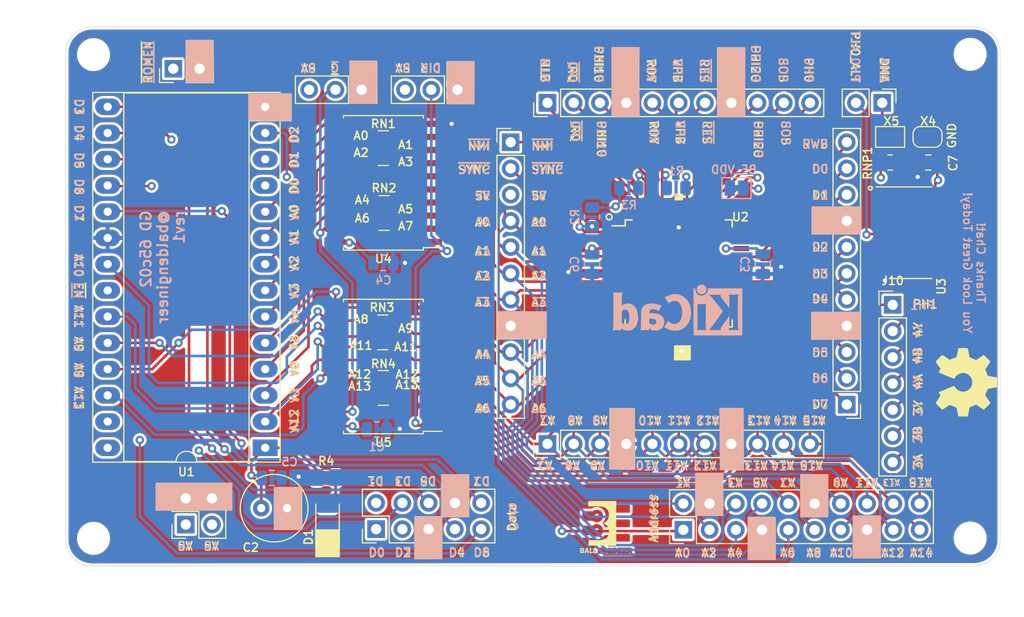
<source format=kicad_pcb>
(kicad_pcb (version 20171130) (host pcbnew "(5.1.10)-1")

  (general
    (thickness 1.6)
    (drawings 340)
    (tracks 802)
    (zones 0)
    (modules 44)
    (nets 79)
  )

  (page A4)
  (layers
    (0 F.Cu signal hide)
    (1 In1.Cu signal hide)
    (2 In2.Cu signal hide)
    (31 B.Cu signal)
    (32 B.Adhes user hide)
    (33 F.Adhes user hide)
    (34 B.Paste user)
    (35 F.Paste user hide)
    (36 B.SilkS user)
    (37 F.SilkS user hide)
    (38 B.Mask user)
    (39 F.Mask user hide)
    (40 Dwgs.User user hide)
    (41 Cmts.User user hide)
    (42 Eco1.User user hide)
    (43 Eco2.User user hide)
    (44 Edge.Cuts user)
    (45 Margin user hide)
    (46 B.CrtYd user)
    (47 F.CrtYd user hide)
    (48 B.Fab user)
    (49 F.Fab user hide)
  )

  (setup
    (last_trace_width 0.254)
    (trace_clearance 0.2032)
    (zone_clearance 0.254)
    (zone_45_only no)
    (trace_min 0.2)
    (via_size 0.8)
    (via_drill 0.4)
    (via_min_size 0.4)
    (via_min_drill 0.3)
    (uvia_size 0.3)
    (uvia_drill 0.1)
    (uvias_allowed no)
    (uvia_min_size 0.2)
    (uvia_min_drill 0.1)
    (edge_width 0.05)
    (segment_width 0.2)
    (pcb_text_width 0.3)
    (pcb_text_size 1.5 1.5)
    (mod_edge_width 0.12)
    (mod_text_size 1 1)
    (mod_text_width 0.15)
    (pad_size 2.7 2.7)
    (pad_drill 2.7)
    (pad_to_mask_clearance 0)
    (aux_axis_origin 0 0)
    (visible_elements 7FFFFFFF)
    (pcbplotparams
      (layerselection 0x010fc_ffffffff)
      (usegerberextensions false)
      (usegerberattributes true)
      (usegerberadvancedattributes true)
      (creategerberjobfile true)
      (excludeedgelayer true)
      (linewidth 0.100000)
      (plotframeref false)
      (viasonmask false)
      (mode 1)
      (useauxorigin false)
      (hpglpennumber 1)
      (hpglpenspeed 20)
      (hpglpendiameter 15.000000)
      (psnegative false)
      (psa4output false)
      (plotreference true)
      (plotvalue true)
      (plotinvisibletext false)
      (padsonsilk false)
      (subtractmaskfromsilk false)
      (outputformat 1)
      (mirror false)
      (drillshape 0)
      (scaleselection 1)
      (outputdirectory "gerbers/"))
  )

  (net 0 "")
  (net 1 GND)
  (net 2 +5V)
  (net 3 /A15)
  (net 4 /A14)
  (net 5 /A13)
  (net 6 /A12)
  (net 7 /A11)
  (net 8 /A10)
  (net 9 /A9)
  (net 10 /A8)
  (net 11 /A7)
  (net 12 /A6)
  (net 13 /A5)
  (net 14 /A4)
  (net 15 /A3)
  (net 16 /A2)
  (net 17 /A1)
  (net 18 /A0)
  (net 19 /D7)
  (net 20 /D6)
  (net 21 /D5)
  (net 22 /D4)
  (net 23 /D3)
  (net 24 /D2)
  (net 25 /D1)
  (net 26 /D0)
  (net 27 /VPB)
  (net 28 /RWB)
  (net 29 /~SYNC)
  (net 30 /~RCMEN)
  (net 31 /PH0)
  (net 32 /~RES)
  (net 33 /~IRQ)
  (net 34 /~NMI)
  (net 35 /RDY)
  (net 36 /SOB)
  (net 37 /MLB)
  (net 38 /PHI2O)
  (net 39 /PHI1O)
  (net 40 /ROMDIR)
  (net 41 /ROMG)
  (net 42 /PH0_ALT)
  (net 43 /DMA)
  (net 44 /4Y)
  (net 45 /4B)
  (net 46 /4A)
  (net 47 /3Y)
  (net 48 /3B)
  (net 49 /3A)
  (net 50 "Net-(JP1-Pad2)")
  (net 51 "Net-(JP2-Pad1)")
  (net 52 /BA1)
  (net 53 /BA0)
  (net 54 /BA2)
  (net 55 /BA3)
  (net 56 /BA5)
  (net 57 /BA4)
  (net 58 /BA6)
  (net 59 /BA7)
  (net 60 /BA9)
  (net 61 /BA8)
  (net 62 /BA10)
  (net 63 /BA11)
  (net 64 /BA13)
  (net 65 /BA12)
  (net 66 /~DMA)
  (net 67 "Net-(U2-Pad33)")
  (net 68 "Net-(U2-Pad6)")
  (net 69 /PH1)
  (net 70 "Net-(D1-Pad2)")
  (net 71 "Net-(U5-Pad18)")
  (net 72 "Net-(U5-Pad17)")
  (net 73 "Net-(U5-Pad3)")
  (net 74 "Net-(U5-Pad2)")
  (net 75 "Net-(RN4-Pad3)")
  (net 76 "Net-(RN4-Pad4)")
  (net 77 "Net-(RN4-Pad6)")
  (net 78 "Net-(RN4-Pad5)")

  (net_class Default "This is the default net class."
    (clearance 0.2032)
    (trace_width 0.254)
    (via_dia 0.8)
    (via_drill 0.4)
    (uvia_dia 0.3)
    (uvia_drill 0.1)
    (add_net +5V)
    (add_net /3A)
    (add_net /3B)
    (add_net /3Y)
    (add_net /4A)
    (add_net /4B)
    (add_net /4Y)
    (add_net /A0)
    (add_net /A1)
    (add_net /A10)
    (add_net /A11)
    (add_net /A12)
    (add_net /A13)
    (add_net /A14)
    (add_net /A15)
    (add_net /A2)
    (add_net /A3)
    (add_net /A4)
    (add_net /A5)
    (add_net /A6)
    (add_net /A7)
    (add_net /A8)
    (add_net /A9)
    (add_net /BA0)
    (add_net /BA1)
    (add_net /BA10)
    (add_net /BA11)
    (add_net /BA12)
    (add_net /BA13)
    (add_net /BA2)
    (add_net /BA3)
    (add_net /BA4)
    (add_net /BA5)
    (add_net /BA6)
    (add_net /BA7)
    (add_net /BA8)
    (add_net /BA9)
    (add_net /D0)
    (add_net /D1)
    (add_net /D2)
    (add_net /D3)
    (add_net /D4)
    (add_net /D5)
    (add_net /D6)
    (add_net /D7)
    (add_net /DMA)
    (add_net /MLB)
    (add_net /PH0)
    (add_net /PH0_ALT)
    (add_net /PH1)
    (add_net /PHI1O)
    (add_net /PHI2O)
    (add_net /RDY)
    (add_net /ROMDIR)
    (add_net /ROMG)
    (add_net /RWB)
    (add_net /SOB)
    (add_net /VPB)
    (add_net /~DMA)
    (add_net /~IRQ)
    (add_net /~NMI)
    (add_net /~RCMEN)
    (add_net /~RES)
    (add_net /~SYNC)
    (add_net GND)
    (add_net "Net-(D1-Pad2)")
    (add_net "Net-(JP1-Pad2)")
    (add_net "Net-(JP2-Pad1)")
    (add_net "Net-(RN4-Pad3)")
    (add_net "Net-(RN4-Pad4)")
    (add_net "Net-(RN4-Pad5)")
    (add_net "Net-(RN4-Pad6)")
    (add_net "Net-(U2-Pad33)")
    (add_net "Net-(U2-Pad6)")
    (add_net "Net-(U5-Pad17)")
    (add_net "Net-(U5-Pad18)")
    (add_net "Net-(U5-Pad2)")
    (add_net "Net-(U5-Pad3)")
  )

  (module Symbol:OSHW-Symbol_6.7x6mm_SilkScreen (layer F.Cu) (tedit 0) (tstamp 60CA57DF)
    (at 220.472 96.647 270)
    (descr "Open Source Hardware Symbol")
    (tags "Logo Symbol OSHW")
    (attr virtual)
    (fp_text reference REF** (at 0 0 90) (layer F.SilkS) hide
      (effects (font (size 1 1) (thickness 0.15)))
    )
    (fp_text value OSHW-Symbol_6.7x6mm_SilkScreen (at 0.75 0 90) (layer F.Fab) hide
      (effects (font (size 1 1) (thickness 0.15)))
    )
    (fp_poly (pts (xy 0.555814 -2.531069) (xy 0.639635 -2.086445) (xy 0.94892 -1.958947) (xy 1.258206 -1.831449)
      (xy 1.629246 -2.083754) (xy 1.733157 -2.154004) (xy 1.827087 -2.216728) (xy 1.906652 -2.269062)
      (xy 1.96747 -2.308143) (xy 2.005157 -2.331107) (xy 2.015421 -2.336058) (xy 2.03391 -2.323324)
      (xy 2.07342 -2.288118) (xy 2.129522 -2.234938) (xy 2.197787 -2.168282) (xy 2.273786 -2.092646)
      (xy 2.353092 -2.012528) (xy 2.431275 -1.932426) (xy 2.503907 -1.856836) (xy 2.566559 -1.790255)
      (xy 2.614803 -1.737182) (xy 2.64421 -1.702113) (xy 2.651241 -1.690377) (xy 2.641123 -1.66874)
      (xy 2.612759 -1.621338) (xy 2.569129 -1.552807) (xy 2.513218 -1.467785) (xy 2.448006 -1.370907)
      (xy 2.410219 -1.31565) (xy 2.341343 -1.214752) (xy 2.28014 -1.123701) (xy 2.229578 -1.04703)
      (xy 2.192628 -0.989272) (xy 2.172258 -0.954957) (xy 2.169197 -0.947746) (xy 2.176136 -0.927252)
      (xy 2.195051 -0.879487) (xy 2.223087 -0.811168) (xy 2.257391 -0.729011) (xy 2.295109 -0.63973)
      (xy 2.333387 -0.550042) (xy 2.36937 -0.466662) (xy 2.400206 -0.396306) (xy 2.423039 -0.34569)
      (xy 2.435017 -0.321529) (xy 2.435724 -0.320578) (xy 2.454531 -0.315964) (xy 2.504618 -0.305672)
      (xy 2.580793 -0.290713) (xy 2.677865 -0.272099) (xy 2.790643 -0.250841) (xy 2.856442 -0.238582)
      (xy 2.97695 -0.215638) (xy 3.085797 -0.193805) (xy 3.177476 -0.174278) (xy 3.246481 -0.158252)
      (xy 3.287304 -0.146921) (xy 3.295511 -0.143326) (xy 3.303548 -0.118994) (xy 3.310033 -0.064041)
      (xy 3.31497 0.015108) (xy 3.318364 0.112026) (xy 3.320218 0.220287) (xy 3.320538 0.333465)
      (xy 3.319327 0.445135) (xy 3.31659 0.548868) (xy 3.312331 0.638241) (xy 3.306555 0.706826)
      (xy 3.299267 0.748197) (xy 3.294895 0.75681) (xy 3.268764 0.767133) (xy 3.213393 0.781892)
      (xy 3.136107 0.799352) (xy 3.04423 0.81778) (xy 3.012158 0.823741) (xy 2.857524 0.852066)
      (xy 2.735375 0.874876) (xy 2.641673 0.89308) (xy 2.572384 0.907583) (xy 2.523471 0.919292)
      (xy 2.490897 0.929115) (xy 2.470628 0.937956) (xy 2.458626 0.946724) (xy 2.456947 0.948457)
      (xy 2.440184 0.976371) (xy 2.414614 1.030695) (xy 2.382788 1.104777) (xy 2.34726 1.191965)
      (xy 2.310583 1.285608) (xy 2.275311 1.379052) (xy 2.243996 1.465647) (xy 2.219193 1.53874)
      (xy 2.203454 1.591678) (xy 2.199332 1.617811) (xy 2.199676 1.618726) (xy 2.213641 1.640086)
      (xy 2.245322 1.687084) (xy 2.291391 1.754827) (xy 2.348518 1.838423) (xy 2.413373 1.932982)
      (xy 2.431843 1.959854) (xy 2.497699 2.057275) (xy 2.55565 2.146163) (xy 2.602538 2.221412)
      (xy 2.635207 2.27792) (xy 2.6505 2.310581) (xy 2.651241 2.314593) (xy 2.638392 2.335684)
      (xy 2.602888 2.377464) (xy 2.549293 2.435445) (xy 2.482171 2.505135) (xy 2.406087 2.582045)
      (xy 2.325604 2.661683) (xy 2.245287 2.739561) (xy 2.169699 2.811186) (xy 2.103405 2.87207)
      (xy 2.050969 2.917721) (xy 2.016955 2.94365) (xy 2.007545 2.947883) (xy 1.985643 2.937912)
      (xy 1.9408 2.91102) (xy 1.880321 2.871736) (xy 1.833789 2.840117) (xy 1.749475 2.782098)
      (xy 1.649626 2.713784) (xy 1.549473 2.645579) (xy 1.495627 2.609075) (xy 1.313371 2.4858)
      (xy 1.160381 2.56852) (xy 1.090682 2.604759) (xy 1.031414 2.632926) (xy 0.991311 2.648991)
      (xy 0.981103 2.651226) (xy 0.968829 2.634722) (xy 0.944613 2.588082) (xy 0.910263 2.515609)
      (xy 0.867588 2.421606) (xy 0.818394 2.310374) (xy 0.76449 2.186215) (xy 0.707684 2.053432)
      (xy 0.649782 1.916327) (xy 0.592593 1.779202) (xy 0.537924 1.646358) (xy 0.487584 1.522098)
      (xy 0.44338 1.410725) (xy 0.407119 1.316539) (xy 0.380609 1.243844) (xy 0.365658 1.196941)
      (xy 0.363254 1.180833) (xy 0.382311 1.160286) (xy 0.424036 1.126933) (xy 0.479706 1.087702)
      (xy 0.484378 1.084599) (xy 0.628264 0.969423) (xy 0.744283 0.835053) (xy 0.83143 0.685784)
      (xy 0.888699 0.525913) (xy 0.915086 0.359737) (xy 0.909585 0.191552) (xy 0.87119 0.025655)
      (xy 0.798895 -0.133658) (xy 0.777626 -0.168513) (xy 0.666996 -0.309263) (xy 0.536302 -0.422286)
      (xy 0.390064 -0.506997) (xy 0.232808 -0.562806) (xy 0.069057 -0.589126) (xy -0.096667 -0.58537)
      (xy -0.259838 -0.55095) (xy -0.415935 -0.485277) (xy -0.560433 -0.387765) (xy -0.605131 -0.348187)
      (xy -0.718888 -0.224297) (xy -0.801782 -0.093876) (xy -0.858644 0.052315) (xy -0.890313 0.197088)
      (xy -0.898131 0.35986) (xy -0.872062 0.52344) (xy -0.814755 0.682298) (xy -0.728856 0.830906)
      (xy -0.617014 0.963735) (xy -0.481877 1.075256) (xy -0.464117 1.087011) (xy -0.40785 1.125508)
      (xy -0.365077 1.158863) (xy -0.344628 1.18016) (xy -0.344331 1.180833) (xy -0.348721 1.203871)
      (xy -0.366124 1.256157) (xy -0.394732 1.33339) (xy -0.432735 1.431268) (xy -0.478326 1.545491)
      (xy -0.529697 1.671758) (xy -0.585038 1.805767) (xy -0.642542 1.943218) (xy -0.700399 2.079808)
      (xy -0.756802 2.211237) (xy -0.809942 2.333205) (xy -0.85801 2.441409) (xy -0.899199 2.531549)
      (xy -0.931699 2.599323) (xy -0.953703 2.64043) (xy -0.962564 2.651226) (xy -0.98964 2.642819)
      (xy -1.040303 2.620272) (xy -1.105817 2.587613) (xy -1.141841 2.56852) (xy -1.294832 2.4858)
      (xy -1.477088 2.609075) (xy -1.570125 2.672228) (xy -1.671985 2.741727) (xy -1.767438 2.807165)
      (xy -1.81525 2.840117) (xy -1.882495 2.885273) (xy -1.939436 2.921057) (xy -1.978646 2.942938)
      (xy -1.991381 2.947563) (xy -2.009917 2.935085) (xy -2.050941 2.900252) (xy -2.110475 2.846678)
      (xy -2.184542 2.777983) (xy -2.269165 2.697781) (xy -2.322685 2.646286) (xy -2.416319 2.554286)
      (xy -2.497241 2.471999) (xy -2.562177 2.402945) (xy -2.607858 2.350644) (xy -2.631011 2.318616)
      (xy -2.633232 2.312116) (xy -2.622924 2.287394) (xy -2.594439 2.237405) (xy -2.550937 2.167212)
      (xy -2.495577 2.081875) (xy -2.43152 1.986456) (xy -2.413303 1.959854) (xy -2.346927 1.863167)
      (xy -2.287378 1.776117) (xy -2.237984 1.703595) (xy -2.202075 1.650493) (xy -2.182981 1.621703)
      (xy -2.181136 1.618726) (xy -2.183895 1.595782) (xy -2.198538 1.545336) (xy -2.222513 1.474041)
      (xy -2.253266 1.388547) (xy -2.288244 1.295507) (xy -2.324893 1.201574) (xy -2.360661 1.113399)
      (xy -2.392994 1.037634) (xy -2.419338 0.980931) (xy -2.437142 0.949943) (xy -2.438407 0.948457)
      (xy -2.449294 0.939601) (xy -2.467682 0.930843) (xy -2.497606 0.921277) (xy -2.543103 0.909996)
      (xy -2.608209 0.896093) (xy -2.696961 0.878663) (xy -2.813393 0.856798) (xy -2.961542 0.829591)
      (xy -2.993618 0.823741) (xy -3.088686 0.805374) (xy -3.171565 0.787405) (xy -3.23493 0.771569)
      (xy -3.271458 0.7596) (xy -3.276356 0.75681) (xy -3.284427 0.732072) (xy -3.290987 0.67679)
      (xy -3.296033 0.597389) (xy -3.299559 0.500296) (xy -3.301561 0.391938) (xy -3.302036 0.27874)
      (xy -3.300977 0.167128) (xy -3.298382 0.063529) (xy -3.294246 -0.025632) (xy -3.288563 -0.093928)
      (xy -3.281331 -0.134934) (xy -3.276971 -0.143326) (xy -3.252698 -0.151792) (xy -3.197426 -0.165565)
      (xy -3.116662 -0.18345) (xy -3.015912 -0.204252) (xy -2.900683 -0.226777) (xy -2.837902 -0.238582)
      (xy -2.718787 -0.260849) (xy -2.612565 -0.281021) (xy -2.524427 -0.298085) (xy -2.459566 -0.311031)
      (xy -2.423174 -0.318845) (xy -2.417184 -0.320578) (xy -2.407061 -0.34011) (xy -2.385662 -0.387157)
      (xy -2.355839 -0.454997) (xy -2.320445 -0.536909) (xy -2.282332 -0.626172) (xy -2.244353 -0.716065)
      (xy -2.20936 -0.799865) (xy -2.180206 -0.870853) (xy -2.159743 -0.922306) (xy -2.150823 -0.947503)
      (xy -2.150657 -0.948604) (xy -2.160769 -0.968481) (xy -2.189117 -1.014223) (xy -2.232723 -1.081283)
      (xy -2.288606 -1.165116) (xy -2.353787 -1.261174) (xy -2.391679 -1.31635) (xy -2.460725 -1.417519)
      (xy -2.52205 -1.50937) (xy -2.572663 -1.587256) (xy -2.609571 -1.646531) (xy -2.629782 -1.682549)
      (xy -2.632701 -1.690623) (xy -2.620153 -1.709416) (xy -2.585463 -1.749543) (xy -2.533063 -1.806507)
      (xy -2.467384 -1.875815) (xy -2.392856 -1.952969) (xy -2.313913 -2.033475) (xy -2.234983 -2.112837)
      (xy -2.1605 -2.18656) (xy -2.094894 -2.250148) (xy -2.042596 -2.299106) (xy -2.008039 -2.328939)
      (xy -1.996478 -2.336058) (xy -1.977654 -2.326047) (xy -1.932631 -2.297922) (xy -1.865787 -2.254546)
      (xy -1.781499 -2.198782) (xy -1.684144 -2.133494) (xy -1.610707 -2.083754) (xy -1.239667 -1.831449)
      (xy -0.621095 -2.086445) (xy -0.537275 -2.531069) (xy -0.453454 -2.975693) (xy 0.471994 -2.975693)
      (xy 0.555814 -2.531069)) (layer F.SilkS) (width 0.01))
  )

  (module Symbol:KiCad-Logo_5mm_SilkScreen (layer B.Cu) (tedit 0) (tstamp 60CA51D5)
    (at 192.532 90.17 180)
    (descr "KiCad Logo")
    (tags "Logo KiCad")
    (attr virtual)
    (fp_text reference REF** (at 0 5.08) (layer B.SilkS) hide
      (effects (font (size 1 1) (thickness 0.15)) (justify mirror))
    )
    (fp_text value KiCad-Logo_5mm_SilkScreen (at 0 -3.81) (layer B.Fab) hide
      (effects (font (size 1 1) (thickness 0.15)) (justify mirror))
    )
    (fp_poly (pts (xy -2.273043 2.973429) (xy -2.176768 2.949191) (xy -2.090184 2.906359) (xy -2.015373 2.846581)
      (xy -1.954418 2.771506) (xy -1.909399 2.68278) (xy -1.883136 2.58647) (xy -1.877286 2.489205)
      (xy -1.89214 2.395346) (xy -1.92584 2.307489) (xy -1.976528 2.22823) (xy -2.042345 2.160164)
      (xy -2.121434 2.105888) (xy -2.211934 2.067998) (xy -2.2632 2.055574) (xy -2.307698 2.048053)
      (xy -2.341999 2.045081) (xy -2.37496 2.046906) (xy -2.415434 2.053775) (xy -2.448531 2.06075)
      (xy -2.541947 2.092259) (xy -2.625619 2.143383) (xy -2.697665 2.212571) (xy -2.7562 2.298272)
      (xy -2.770148 2.325511) (xy -2.786586 2.361878) (xy -2.796894 2.392418) (xy -2.80246 2.42455)
      (xy -2.804669 2.465693) (xy -2.804948 2.511778) (xy -2.800861 2.596135) (xy -2.787446 2.665414)
      (xy -2.762256 2.726039) (xy -2.722846 2.784433) (xy -2.684298 2.828698) (xy -2.612406 2.894516)
      (xy -2.537313 2.939947) (xy -2.454562 2.96715) (xy -2.376928 2.977424) (xy -2.273043 2.973429)) (layer B.SilkS) (width 0.01))
    (fp_poly (pts (xy 6.186507 0.527755) (xy 6.186526 0.293338) (xy 6.186552 0.080397) (xy 6.186625 -0.112168)
      (xy 6.186782 -0.285459) (xy 6.187064 -0.440576) (xy 6.187509 -0.57862) (xy 6.188156 -0.700692)
      (xy 6.189045 -0.807894) (xy 6.190213 -0.901326) (xy 6.191701 -0.98209) (xy 6.193546 -1.051286)
      (xy 6.195789 -1.110015) (xy 6.198469 -1.159379) (xy 6.201623 -1.200478) (xy 6.205292 -1.234413)
      (xy 6.209513 -1.262286) (xy 6.214327 -1.285198) (xy 6.219773 -1.304249) (xy 6.225888 -1.32054)
      (xy 6.232712 -1.335173) (xy 6.240285 -1.349249) (xy 6.248645 -1.363868) (xy 6.253839 -1.372974)
      (xy 6.288104 -1.433689) (xy 5.429955 -1.433689) (xy 5.429955 -1.337733) (xy 5.429224 -1.29437)
      (xy 5.427272 -1.261205) (xy 5.424463 -1.243424) (xy 5.423221 -1.241778) (xy 5.411799 -1.248662)
      (xy 5.389084 -1.266505) (xy 5.366385 -1.285879) (xy 5.3118 -1.326614) (xy 5.242321 -1.367617)
      (xy 5.16527 -1.405123) (xy 5.087965 -1.435364) (xy 5.057113 -1.445012) (xy 4.988616 -1.459578)
      (xy 4.905764 -1.469539) (xy 4.816371 -1.474583) (xy 4.728248 -1.474396) (xy 4.649207 -1.468666)
      (xy 4.611511 -1.462858) (xy 4.473414 -1.424797) (xy 4.346113 -1.367073) (xy 4.230292 -1.290211)
      (xy 4.126637 -1.194739) (xy 4.035833 -1.081179) (xy 3.969031 -0.970381) (xy 3.914164 -0.853625)
      (xy 3.872163 -0.734276) (xy 3.842167 -0.608283) (xy 3.823311 -0.471594) (xy 3.814732 -0.320158)
      (xy 3.814006 -0.242711) (xy 3.8161 -0.185934) (xy 4.645217 -0.185934) (xy 4.645424 -0.279002)
      (xy 4.648337 -0.366692) (xy 4.654 -0.443772) (xy 4.662455 -0.505009) (xy 4.665038 -0.51735)
      (xy 4.69684 -0.624633) (xy 4.738498 -0.711658) (xy 4.790363 -0.778642) (xy 4.852781 -0.825805)
      (xy 4.9261 -0.853365) (xy 5.010669 -0.861541) (xy 5.106835 -0.850551) (xy 5.170311 -0.834829)
      (xy 5.219454 -0.816639) (xy 5.273583 -0.790791) (xy 5.314244 -0.767089) (xy 5.3848 -0.720721)
      (xy 5.3848 0.42947) (xy 5.317392 0.473038) (xy 5.238867 0.51396) (xy 5.154681 0.540611)
      (xy 5.069557 0.552535) (xy 4.988216 0.549278) (xy 4.91538 0.530385) (xy 4.883426 0.514816)
      (xy 4.825501 0.471819) (xy 4.776544 0.415047) (xy 4.73539 0.342425) (xy 4.700874 0.251879)
      (xy 4.671833 0.141334) (xy 4.670552 0.135467) (xy 4.660381 0.073212) (xy 4.652739 -0.004594)
      (xy 4.64767 -0.09272) (xy 4.645217 -0.185934) (xy 3.8161 -0.185934) (xy 3.821857 -0.029895)
      (xy 3.843802 0.165941) (xy 3.879786 0.344668) (xy 3.929759 0.506155) (xy 3.993668 0.650274)
      (xy 4.071462 0.776894) (xy 4.163089 0.885885) (xy 4.268497 0.977117) (xy 4.313662 1.008068)
      (xy 4.414611 1.064215) (xy 4.517901 1.103826) (xy 4.627989 1.127986) (xy 4.74933 1.137781)
      (xy 4.841836 1.136735) (xy 4.97149 1.125769) (xy 5.084084 1.103954) (xy 5.182875 1.070286)
      (xy 5.271121 1.023764) (xy 5.319986 0.989552) (xy 5.349353 0.967638) (xy 5.371043 0.952667)
      (xy 5.379253 0.948267) (xy 5.380868 0.959096) (xy 5.382159 0.989749) (xy 5.383138 1.037474)
      (xy 5.383817 1.099521) (xy 5.38421 1.173138) (xy 5.38433 1.255573) (xy 5.384188 1.344075)
      (xy 5.383797 1.435893) (xy 5.383171 1.528276) (xy 5.38232 1.618472) (xy 5.38126 1.703729)
      (xy 5.380001 1.781297) (xy 5.378556 1.848424) (xy 5.376938 1.902359) (xy 5.375161 1.94035)
      (xy 5.374669 1.947333) (xy 5.367092 2.017749) (xy 5.355531 2.072898) (xy 5.337792 2.120019)
      (xy 5.311682 2.166353) (xy 5.305415 2.175933) (xy 5.280983 2.212622) (xy 6.186311 2.212622)
      (xy 6.186507 0.527755)) (layer B.SilkS) (width 0.01))
    (fp_poly (pts (xy 2.673574 1.133448) (xy 2.825492 1.113433) (xy 2.960756 1.079798) (xy 3.080239 1.032275)
      (xy 3.184815 0.970595) (xy 3.262424 0.907035) (xy 3.331265 0.832901) (xy 3.385006 0.753129)
      (xy 3.42791 0.660909) (xy 3.443384 0.617839) (xy 3.456244 0.578858) (xy 3.467446 0.542711)
      (xy 3.47712 0.507566) (xy 3.485396 0.47159) (xy 3.492403 0.43295) (xy 3.498272 0.389815)
      (xy 3.503131 0.340351) (xy 3.50711 0.282727) (xy 3.51034 0.215109) (xy 3.512949 0.135666)
      (xy 3.515067 0.042564) (xy 3.516824 -0.066027) (xy 3.518349 -0.191942) (xy 3.519772 -0.337012)
      (xy 3.521025 -0.479778) (xy 3.522351 -0.635968) (xy 3.523556 -0.771239) (xy 3.524766 -0.887246)
      (xy 3.526106 -0.985645) (xy 3.5277 -1.068093) (xy 3.529675 -1.136246) (xy 3.532156 -1.19176)
      (xy 3.535269 -1.236292) (xy 3.539138 -1.271498) (xy 3.543889 -1.299034) (xy 3.549648 -1.320556)
      (xy 3.556539 -1.337722) (xy 3.564689 -1.352186) (xy 3.574223 -1.365606) (xy 3.585266 -1.379638)
      (xy 3.589566 -1.385071) (xy 3.605386 -1.40791) (xy 3.612422 -1.423463) (xy 3.612444 -1.423922)
      (xy 3.601567 -1.426121) (xy 3.570582 -1.428147) (xy 3.521957 -1.429942) (xy 3.458163 -1.431451)
      (xy 3.381669 -1.432616) (xy 3.294944 -1.43338) (xy 3.200457 -1.433686) (xy 3.18955 -1.433689)
      (xy 2.766657 -1.433689) (xy 2.763395 -1.337622) (xy 2.760133 -1.241556) (xy 2.698044 -1.292543)
      (xy 2.600714 -1.360057) (xy 2.490813 -1.414749) (xy 2.404349 -1.444978) (xy 2.335278 -1.459666)
      (xy 2.251925 -1.469659) (xy 2.162159 -1.474646) (xy 2.073845 -1.474313) (xy 1.994851 -1.468351)
      (xy 1.958622 -1.462638) (xy 1.818603 -1.424776) (xy 1.692178 -1.369932) (xy 1.58026 -1.298924)
      (xy 1.483762 -1.212568) (xy 1.4036 -1.111679) (xy 1.340687 -0.997076) (xy 1.296312 -0.870984)
      (xy 1.283978 -0.814401) (xy 1.276368 -0.752202) (xy 1.272739 -0.677363) (xy 1.272245 -0.643467)
      (xy 1.27231 -0.640282) (xy 2.032248 -0.640282) (xy 2.041541 -0.715333) (xy 2.069728 -0.77916)
      (xy 2.118197 -0.834798) (xy 2.123254 -0.839211) (xy 2.171548 -0.874037) (xy 2.223257 -0.89662)
      (xy 2.283989 -0.90854) (xy 2.359352 -0.911383) (xy 2.377459 -0.910978) (xy 2.431278 -0.908325)
      (xy 2.471308 -0.902909) (xy 2.506324 -0.892745) (xy 2.545103 -0.87585) (xy 2.555745 -0.870672)
      (xy 2.616396 -0.834844) (xy 2.663215 -0.792212) (xy 2.675952 -0.776973) (xy 2.720622 -0.720462)
      (xy 2.720622 -0.524586) (xy 2.720086 -0.445939) (xy 2.718396 -0.387988) (xy 2.715428 -0.348875)
      (xy 2.711057 -0.326741) (xy 2.706972 -0.320274) (xy 2.691047 -0.317111) (xy 2.657264 -0.314488)
      (xy 2.61034 -0.312655) (xy 2.554993 -0.311857) (xy 2.546106 -0.311842) (xy 2.42533 -0.317096)
      (xy 2.32266 -0.333263) (xy 2.236106 -0.360961) (xy 2.163681 -0.400808) (xy 2.108751 -0.447758)
      (xy 2.064204 -0.505645) (xy 2.03948 -0.568693) (xy 2.032248 -0.640282) (xy 1.27231 -0.640282)
      (xy 1.274178 -0.549712) (xy 1.282522 -0.470812) (xy 1.298768 -0.39959) (xy 1.324405 -0.328864)
      (xy 1.348401 -0.276493) (xy 1.40702 -0.181196) (xy 1.485117 -0.09317) (xy 1.580315 -0.014017)
      (xy 1.690238 0.05466) (xy 1.81251 0.111259) (xy 1.944755 0.154179) (xy 2.009422 0.169118)
      (xy 2.145604 0.191223) (xy 2.294049 0.205806) (xy 2.445505 0.212187) (xy 2.572064 0.210555)
      (xy 2.73395 0.203776) (xy 2.72653 0.262755) (xy 2.707238 0.361908) (xy 2.676104 0.442628)
      (xy 2.632269 0.505534) (xy 2.574871 0.551244) (xy 2.503048 0.580378) (xy 2.415941 0.593553)
      (xy 2.312686 0.591389) (xy 2.274711 0.587388) (xy 2.13352 0.56222) (xy 1.996707 0.521186)
      (xy 1.902178 0.483185) (xy 1.857018 0.46381) (xy 1.818585 0.44824) (xy 1.792234 0.438595)
      (xy 1.784546 0.436548) (xy 1.774802 0.445626) (xy 1.758083 0.474595) (xy 1.734232 0.523783)
      (xy 1.703093 0.593516) (xy 1.664507 0.684121) (xy 1.65791 0.699911) (xy 1.627853 0.772228)
      (xy 1.600874 0.837575) (xy 1.578136 0.893094) (xy 1.560806 0.935928) (xy 1.550048 0.963219)
      (xy 1.546941 0.972058) (xy 1.55694 0.976813) (xy 1.583217 0.98209) (xy 1.611489 0.985769)
      (xy 1.641646 0.990526) (xy 1.689433 0.999972) (xy 1.750612 1.01318) (xy 1.820946 1.029224)
      (xy 1.896194 1.04718) (xy 1.924755 1.054203) (xy 2.029816 1.079791) (xy 2.11748 1.099853)
      (xy 2.192068 1.115031) (xy 2.257903 1.125965) (xy 2.319307 1.133296) (xy 2.380602 1.137665)
      (xy 2.44611 1.139713) (xy 2.504128 1.140111) (xy 2.673574 1.133448)) (layer B.SilkS) (width 0.01))
    (fp_poly (pts (xy 0.328429 2.050929) (xy 0.48857 2.029755) (xy 0.65251 1.989615) (xy 0.822313 1.930111)
      (xy 1.000043 1.850846) (xy 1.01131 1.845301) (xy 1.069005 1.817275) (xy 1.120552 1.793198)
      (xy 1.162191 1.774751) (xy 1.190162 1.763614) (xy 1.199733 1.761067) (xy 1.21895 1.756059)
      (xy 1.223561 1.751853) (xy 1.218458 1.74142) (xy 1.202418 1.715132) (xy 1.177288 1.675743)
      (xy 1.144914 1.626009) (xy 1.107143 1.568685) (xy 1.065822 1.506524) (xy 1.022798 1.442282)
      (xy 0.979917 1.378715) (xy 0.939026 1.318575) (xy 0.901971 1.26462) (xy 0.8706 1.219603)
      (xy 0.846759 1.186279) (xy 0.832294 1.167403) (xy 0.830309 1.165213) (xy 0.820191 1.169862)
      (xy 0.79785 1.187038) (xy 0.76728 1.21356) (xy 0.751536 1.228036) (xy 0.655047 1.303318)
      (xy 0.548336 1.358759) (xy 0.432832 1.393859) (xy 0.309962 1.40812) (xy 0.240561 1.406949)
      (xy 0.119423 1.389788) (xy 0.010205 1.353906) (xy -0.087418 1.299041) (xy -0.173772 1.22493)
      (xy -0.249185 1.131312) (xy -0.313982 1.017924) (xy -0.351399 0.931333) (xy -0.395252 0.795634)
      (xy -0.427572 0.64815) (xy -0.448443 0.492686) (xy -0.457949 0.333044) (xy -0.456173 0.173027)
      (xy -0.443197 0.016439) (xy -0.419106 -0.132918) (xy -0.383982 -0.27124) (xy -0.337908 -0.394724)
      (xy -0.321627 -0.428978) (xy -0.25338 -0.543064) (xy -0.172921 -0.639557) (xy -0.08143 -0.71767)
      (xy 0.019911 -0.776617) (xy 0.12992 -0.815612) (xy 0.247415 -0.833868) (xy 0.288883 -0.835211)
      (xy 0.410441 -0.82429) (xy 0.530878 -0.791474) (xy 0.648666 -0.737439) (xy 0.762277 -0.662865)
      (xy 0.853685 -0.584539) (xy 0.900215 -0.540008) (xy 1.081483 -0.837271) (xy 1.12658 -0.911433)
      (xy 1.167819 -0.979646) (xy 1.203735 -1.039459) (xy 1.232866 -1.08842) (xy 1.25375 -1.124079)
      (xy 1.264924 -1.143984) (xy 1.266375 -1.147079) (xy 1.258146 -1.156718) (xy 1.232567 -1.173999)
      (xy 1.192873 -1.197283) (xy 1.142297 -1.224934) (xy 1.084074 -1.255315) (xy 1.021437 -1.28679)
      (xy 0.957621 -1.317722) (xy 0.89586 -1.346473) (xy 0.839388 -1.371408) (xy 0.791438 -1.390889)
      (xy 0.767986 -1.399318) (xy 0.634221 -1.437133) (xy 0.496327 -1.462136) (xy 0.348622 -1.47514)
      (xy 0.221833 -1.477468) (xy 0.153878 -1.476373) (xy 0.088277 -1.474275) (xy 0.030847 -1.471434)
      (xy -0.012597 -1.468106) (xy -0.026702 -1.466422) (xy -0.165716 -1.437587) (xy -0.307243 -1.392468)
      (xy -0.444725 -1.33375) (xy -0.571606 -1.26412) (xy -0.649111 -1.211441) (xy -0.776519 -1.103239)
      (xy -0.894822 -0.976671) (xy -1.001828 -0.834866) (xy -1.095348 -0.680951) (xy -1.17319 -0.518053)
      (xy -1.217044 -0.400756) (xy -1.267292 -0.217128) (xy -1.300791 -0.022581) (xy -1.317551 0.178675)
      (xy -1.317584 0.382432) (xy -1.300899 0.584479) (xy -1.267507 0.780608) (xy -1.21742 0.966609)
      (xy -1.213603 0.978197) (xy -1.150719 1.14025) (xy -1.073972 1.288168) (xy -0.980758 1.426135)
      (xy -0.868473 1.558339) (xy -0.824608 1.603601) (xy -0.688466 1.727543) (xy -0.548509 1.830085)
      (xy -0.402589 1.912344) (xy -0.248558 1.975436) (xy -0.084268 2.020477) (xy 0.011289 2.037967)
      (xy 0.170023 2.053534) (xy 0.328429 2.050929)) (layer B.SilkS) (width 0.01))
    (fp_poly (pts (xy -2.9464 2.510946) (xy -2.935535 2.397007) (xy -2.903918 2.289384) (xy -2.853015 2.190385)
      (xy -2.784293 2.102316) (xy -2.699219 2.027484) (xy -2.602232 1.969616) (xy -2.495964 1.929995)
      (xy -2.38895 1.911427) (xy -2.2833 1.912566) (xy -2.181125 1.93207) (xy -2.084534 1.968594)
      (xy -1.995638 2.020795) (xy -1.916546 2.087327) (xy -1.849369 2.166848) (xy -1.796217 2.258013)
      (xy -1.759199 2.359477) (xy -1.740427 2.469898) (xy -1.738489 2.519794) (xy -1.738489 2.607733)
      (xy -1.68656 2.607733) (xy -1.650253 2.604889) (xy -1.623355 2.593089) (xy -1.596249 2.569351)
      (xy -1.557867 2.530969) (xy -1.557867 0.339398) (xy -1.557876 0.077261) (xy -1.557908 -0.163241)
      (xy -1.557972 -0.383048) (xy -1.558076 -0.583101) (xy -1.558227 -0.764344) (xy -1.558434 -0.927716)
      (xy -1.558706 -1.07416) (xy -1.55905 -1.204617) (xy -1.559474 -1.320029) (xy -1.559987 -1.421338)
      (xy -1.560597 -1.509484) (xy -1.561312 -1.58541) (xy -1.56214 -1.650057) (xy -1.563089 -1.704367)
      (xy -1.564167 -1.74928) (xy -1.565383 -1.78574) (xy -1.566745 -1.814687) (xy -1.568261 -1.837063)
      (xy -1.569938 -1.853809) (xy -1.571786 -1.865868) (xy -1.573813 -1.87418) (xy -1.576025 -1.879687)
      (xy -1.577108 -1.881537) (xy -1.581271 -1.888549) (xy -1.584805 -1.894996) (xy -1.588635 -1.9009)
      (xy -1.593682 -1.906286) (xy -1.600871 -1.911178) (xy -1.611123 -1.915598) (xy -1.625364 -1.919572)
      (xy -1.644514 -1.923121) (xy -1.669499 -1.92627) (xy -1.70124 -1.929042) (xy -1.740662 -1.931461)
      (xy -1.788686 -1.933551) (xy -1.846237 -1.935335) (xy -1.914237 -1.936837) (xy -1.99361 -1.93808)
      (xy -2.085279 -1.939089) (xy -2.190166 -1.939885) (xy -2.309196 -1.940494) (xy -2.44329 -1.940939)
      (xy -2.593373 -1.941243) (xy -2.760367 -1.94143) (xy -2.945196 -1.941524) (xy -3.148783 -1.941548)
      (xy -3.37205 -1.941525) (xy -3.615922 -1.94148) (xy -3.881321 -1.941437) (xy -3.919704 -1.941432)
      (xy -4.186682 -1.941389) (xy -4.432002 -1.941318) (xy -4.656583 -1.941213) (xy -4.861345 -1.941066)
      (xy -5.047206 -1.940869) (xy -5.215088 -1.940616) (xy -5.365908 -1.9403) (xy -5.500587 -1.939913)
      (xy -5.620044 -1.939447) (xy -5.725199 -1.938897) (xy -5.816971 -1.938253) (xy -5.896279 -1.937511)
      (xy -5.964043 -1.936661) (xy -6.021182 -1.935697) (xy -6.068617 -1.934611) (xy -6.107266 -1.933397)
      (xy -6.138049 -1.932047) (xy -6.161885 -1.930555) (xy -6.179694 -1.928911) (xy -6.192395 -1.927111)
      (xy -6.200908 -1.925145) (xy -6.205266 -1.923477) (xy -6.213728 -1.919906) (xy -6.221497 -1.91727)
      (xy -6.228602 -1.914634) (xy -6.235073 -1.911062) (xy -6.240939 -1.905621) (xy -6.246229 -1.897375)
      (xy -6.250974 -1.88539) (xy -6.255202 -1.868731) (xy -6.258943 -1.846463) (xy -6.262227 -1.817652)
      (xy -6.265083 -1.781363) (xy -6.26754 -1.736661) (xy -6.269629 -1.682611) (xy -6.271378 -1.618279)
      (xy -6.272817 -1.54273) (xy -6.273976 -1.45503) (xy -6.274883 -1.354243) (xy -6.275569 -1.239434)
      (xy -6.276063 -1.10967) (xy -6.276395 -0.964015) (xy -6.276593 -0.801535) (xy -6.276687 -0.621295)
      (xy -6.276708 -0.42236) (xy -6.276685 -0.203796) (xy -6.276646 0.035332) (xy -6.276622 0.29596)
      (xy -6.276622 0.338111) (xy -6.276636 0.601008) (xy -6.276661 0.842268) (xy -6.276671 1.062835)
      (xy -6.276642 1.263648) (xy -6.276548 1.445651) (xy -6.276362 1.609784) (xy -6.276059 1.756989)
      (xy -6.275614 1.888208) (xy -6.275034 1.998133) (xy -5.972197 1.998133) (xy -5.932407 1.940289)
      (xy -5.921236 1.924521) (xy -5.911166 1.910559) (xy -5.902138 1.897216) (xy -5.894097 1.883307)
      (xy -5.886986 1.867644) (xy -5.880747 1.849042) (xy -5.875325 1.826314) (xy -5.870662 1.798273)
      (xy -5.866701 1.763733) (xy -5.863385 1.721508) (xy -5.860659 1.670411) (xy -5.858464 1.609256)
      (xy -5.856745 1.536856) (xy -5.855444 1.452025) (xy -5.854505 1.353578) (xy -5.85387 1.240326)
      (xy -5.853484 1.111084) (xy -5.853288 0.964666) (xy -5.853227 0.799884) (xy -5.853243 0.615553)
      (xy -5.85328 0.410487) (xy -5.853289 0.287867) (xy -5.853265 0.070918) (xy -5.853231 -0.124642)
      (xy -5.853243 -0.299999) (xy -5.853358 -0.456341) (xy -5.85363 -0.594857) (xy -5.854118 -0.716734)
      (xy -5.854876 -0.82316) (xy -5.855962 -0.915322) (xy -5.857431 -0.994409) (xy -5.85934 -1.061608)
      (xy -5.861744 -1.118107) (xy -5.864701 -1.165093) (xy -5.868266 -1.203755) (xy -5.872495 -1.23528)
      (xy -5.877446 -1.260855) (xy -5.883173 -1.28167) (xy -5.889733 -1.298911) (xy -5.897183 -1.313765)
      (xy -5.905579 -1.327422) (xy -5.914976 -1.341069) (xy -5.925432 -1.355893) (xy -5.931523 -1.364783)
      (xy -5.970296 -1.4224) (xy -5.438732 -1.4224) (xy -5.315483 -1.422365) (xy -5.212987 -1.422215)
      (xy -5.12942 -1.421878) (xy -5.062956 -1.421286) (xy -5.011771 -1.420367) (xy -4.974041 -1.419051)
      (xy -4.94794 -1.417269) (xy -4.931644 -1.414951) (xy -4.923328 -1.412026) (xy -4.921168 -1.408424)
      (xy -4.923339 -1.404075) (xy -4.924535 -1.402645) (xy -4.949685 -1.365573) (xy -4.975583 -1.312772)
      (xy -4.999192 -1.25077) (xy -5.007461 -1.224357) (xy -5.012078 -1.206416) (xy -5.015979 -1.185355)
      (xy -5.019248 -1.159089) (xy -5.021966 -1.125532) (xy -5.024215 -1.082599) (xy -5.026077 -1.028204)
      (xy -5.027636 -0.960262) (xy -5.028972 -0.876688) (xy -5.030169 -0.775395) (xy -5.031308 -0.6543)
      (xy -5.031685 -0.6096) (xy -5.032702 -0.484449) (xy -5.03346 -0.380082) (xy -5.033903 -0.294707)
      (xy -5.03397 -0.226533) (xy -5.033605 -0.173765) (xy -5.032748 -0.134614) (xy -5.031341 -0.107285)
      (xy -5.029325 -0.089986) (xy -5.026643 -0.080926) (xy -5.023236 -0.078312) (xy -5.019044 -0.080351)
      (xy -5.014571 -0.084667) (xy -5.004216 -0.097602) (xy -4.982158 -0.126676) (xy -4.949957 -0.169759)
      (xy -4.909174 -0.224718) (xy -4.86137 -0.289423) (xy -4.808105 -0.361742) (xy -4.75094 -0.439544)
      (xy -4.691437 -0.520698) (xy -4.631155 -0.603072) (xy -4.571655 -0.684536) (xy -4.514498 -0.762957)
      (xy -4.461245 -0.836204) (xy -4.413457 -0.902147) (xy -4.372693 -0.958654) (xy -4.340516 -1.003593)
      (xy -4.318485 -1.034834) (xy -4.313917 -1.041466) (xy -4.290996 -1.078369) (xy -4.264188 -1.126359)
      (xy -4.238789 -1.175897) (xy -4.235568 -1.182577) (xy -4.21389 -1.230772) (xy -4.201304 -1.268334)
      (xy -4.195574 -1.30416) (xy -4.194456 -1.3462) (xy -4.19509 -1.4224) (xy -3.040651 -1.4224)
      (xy -3.131815 -1.328669) (xy -3.178612 -1.278775) (xy -3.228899 -1.222295) (xy -3.274944 -1.168026)
      (xy -3.295369 -1.142673) (xy -3.325807 -1.103128) (xy -3.365862 -1.049916) (xy -3.414361 -0.984667)
      (xy -3.470135 -0.909011) (xy -3.532011 -0.824577) (xy -3.598819 -0.732994) (xy -3.669387 -0.635892)
      (xy -3.742545 -0.534901) (xy -3.817121 -0.43165) (xy -3.891944 -0.327768) (xy -3.965843 -0.224885)
      (xy -4.037646 -0.124631) (xy -4.106184 -0.028636) (xy -4.170284 0.061473) (xy -4.228775 0.144064)
      (xy -4.280486 0.217508) (xy -4.324247 0.280176) (xy -4.358885 0.330439) (xy -4.38323 0.366666)
      (xy -4.396111 0.387229) (xy -4.397869 0.391332) (xy -4.38991 0.402658) (xy -4.369115 0.429838)
      (xy -4.336847 0.471171) (xy -4.29447 0.524956) (xy -4.243347 0.589494) (xy -4.184841 0.663082)
      (xy -4.120314 0.744022) (xy -4.051131 0.830612) (xy -3.978653 0.921152) (xy -3.904246 1.01394)
      (xy -3.844517 1.088298) (xy -2.833511 1.088298) (xy -2.827602 1.075341) (xy -2.813272 1.053092)
      (xy -2.812225 1.051609) (xy -2.793438 1.021456) (xy -2.773791 0.984625) (xy -2.769892 0.976489)
      (xy -2.766356 0.96806) (xy -2.76323 0.957941) (xy -2.760486 0.94474) (xy -2.758092 0.927062)
      (xy -2.756019 0.903516) (xy -2.754235 0.872707) (xy -2.752712 0.833243) (xy -2.751419 0.783731)
      (xy -2.750326 0.722777) (xy -2.749403 0.648989) (xy -2.748619 0.560972) (xy -2.747945 0.457335)
      (xy -2.74735 0.336684) (xy -2.746805 0.197626) (xy -2.746279 0.038768) (xy -2.745745 -0.140089)
      (xy -2.745206 -0.325207) (xy -2.744772 -0.489145) (xy -2.744509 -0.633303) (xy -2.744484 -0.759079)
      (xy -2.744765 -0.867871) (xy -2.745419 -0.961077) (xy -2.746514 -1.040097) (xy -2.748118 -1.106328)
      (xy -2.750297 -1.16117) (xy -2.753119 -1.206021) (xy -2.756651 -1.242278) (xy -2.760961 -1.271341)
      (xy -2.766117 -1.294609) (xy -2.772185 -1.313479) (xy -2.779233 -1.329351) (xy -2.787329 -1.343622)
      (xy -2.79654 -1.357691) (xy -2.80504 -1.370158) (xy -2.822176 -1.396452) (xy -2.832322 -1.414037)
      (xy -2.833511 -1.417257) (xy -2.822604 -1.418334) (xy -2.791411 -1.419335) (xy -2.742223 -1.420235)
      (xy -2.677333 -1.42101) (xy -2.59903 -1.421637) (xy -2.509607 -1.422091) (xy -2.411356 -1.422349)
      (xy -2.342445 -1.4224) (xy -2.237452 -1.42218) (xy -2.14061 -1.421548) (xy -2.054107 -1.420549)
      (xy -1.980132 -1.419227) (xy -1.920874 -1.417626) (xy -1.87852 -1.415791) (xy -1.85526 -1.413765)
      (xy -1.851378 -1.412493) (xy -1.859076 -1.397591) (xy -1.867074 -1.38956) (xy -1.880246 -1.372434)
      (xy -1.897485 -1.342183) (xy -1.909407 -1.317622) (xy -1.936045 -1.258711) (xy -1.93912 -0.081845)
      (xy -1.942195 1.095022) (xy -2.387853 1.095022) (xy -2.48567 1.094858) (xy -2.576064 1.094389)
      (xy -2.65663 1.093653) (xy -2.724962 1.092684) (xy -2.778656 1.09152) (xy -2.815305 1.090197)
      (xy -2.832504 1.088751) (xy -2.833511 1.088298) (xy -3.844517 1.088298) (xy -3.82927 1.107278)
      (xy -3.75509 1.199463) (xy -3.683069 1.288796) (xy -3.614569 1.373576) (xy -3.550955 1.452102)
      (xy -3.493588 1.522674) (xy -3.443833 1.583591) (xy -3.403052 1.633153) (xy -3.385888 1.653822)
      (xy -3.299596 1.754484) (xy -3.222997 1.837741) (xy -3.154183 1.905562) (xy -3.091248 1.959911)
      (xy -3.081867 1.967278) (xy -3.042356 1.997883) (xy -4.174116 1.998133) (xy -4.168827 1.950156)
      (xy -4.17213 1.892812) (xy -4.193661 1.824537) (xy -4.233635 1.744788) (xy -4.278943 1.672505)
      (xy -4.295161 1.64986) (xy -4.323214 1.612304) (xy -4.36143 1.561979) (xy -4.408137 1.501027)
      (xy -4.461661 1.431589) (xy -4.520331 1.355806) (xy -4.582475 1.27582) (xy -4.646421 1.193772)
      (xy -4.710495 1.111804) (xy -4.773027 1.032057) (xy -4.832343 0.956673) (xy -4.886771 0.887793)
      (xy -4.934639 0.827558) (xy -4.974275 0.778111) (xy -5.004006 0.741592) (xy -5.022161 0.720142)
      (xy -5.02522 0.716844) (xy -5.028079 0.724851) (xy -5.030293 0.755145) (xy -5.031857 0.807444)
      (xy -5.032767 0.881469) (xy -5.03302 0.976937) (xy -5.032613 1.093566) (xy -5.031704 1.213555)
      (xy -5.030382 1.345667) (xy -5.028857 1.457406) (xy -5.026881 1.550975) (xy -5.024206 1.628581)
      (xy -5.020582 1.692426) (xy -5.015761 1.744717) (xy -5.009494 1.787656) (xy -5.001532 1.823449)
      (xy -4.991627 1.8543) (xy -4.979531 1.882414) (xy -4.964993 1.909995) (xy -4.950311 1.935034)
      (xy -4.912314 1.998133) (xy -5.972197 1.998133) (xy -6.275034 1.998133) (xy -6.275001 2.004383)
      (xy -6.274195 2.106456) (xy -6.27317 2.195367) (xy -6.2719 2.272059) (xy -6.27036 2.337473)
      (xy -6.268524 2.392551) (xy -6.266367 2.438235) (xy -6.263863 2.475466) (xy -6.260987 2.505187)
      (xy -6.257713 2.528338) (xy -6.254015 2.545861) (xy -6.249869 2.558699) (xy -6.245247 2.567792)
      (xy -6.240126 2.574082) (xy -6.234478 2.578512) (xy -6.228279 2.582022) (xy -6.221504 2.585555)
      (xy -6.215508 2.589124) (xy -6.210275 2.5917) (xy -6.202099 2.594028) (xy -6.189886 2.596122)
      (xy -6.172541 2.597993) (xy -6.148969 2.599653) (xy -6.118077 2.601116) (xy -6.078768 2.602392)
      (xy -6.02995 2.603496) (xy -5.970527 2.604439) (xy -5.899404 2.605233) (xy -5.815488 2.605891)
      (xy -5.717683 2.606425) (xy -5.604894 2.606847) (xy -5.476029 2.607171) (xy -5.329991 2.607408)
      (xy -5.165686 2.60757) (xy -4.98202 2.60767) (xy -4.777897 2.60772) (xy -4.566753 2.607733)
      (xy -2.9464 2.607733) (xy -2.9464 2.510946)) (layer B.SilkS) (width 0.01))
  )

  (module "My Libraries:BE5v2" (layer F.Cu) (tedit 5FBC48F5) (tstamp 60CA4F2B)
    (at 183.134 108.204)
    (descr "Imported from BE5.svg")
    (tags svg2mod)
    (attr virtual)
    (fp_text reference svg2mod (at 0 -3.048) (layer F.SilkS) hide
      (effects (font (size 1.524 1.524) (thickness 0.3048)))
    )
    (fp_text value G*** (at 0 8.048) (layer F.SilkS) hide
      (effects (font (size 1.524 1.524) (thickness 0.3048)))
    )
    (fp_poly (pts (xy 1.605 2.241823) (xy 1.343613 2.674961) (xy 1.404531 2.582088) (xy 1.494746 2.519637)
      (xy 1.605 2.496781) (xy 1.715781 2.519818) (xy 1.805937 2.582571) (xy 1.866562 2.675505)
      (xy 1.88875 2.78908) (xy 1.866562 2.903401) (xy 1.805937 2.996716) (xy 1.715781 3.059611)
      (xy 1.605 3.082668) (xy 1.494219 3.059611) (xy 1.404062 2.996716) (xy 1.343437 2.903401)
      (xy 1.32125 2.78908) (xy 1.343613 2.674961) (xy 1.605 2.241823) (xy 1.466898 2.260661)
      (xy 1.342685 2.313551) (xy 1.23625 2.395055) (xy 0.26875 2.395055) (xy 0.26875 3.183106)
      (xy 1.23625 3.183106) (xy 1.34213 3.265182) (xy 1.46662 3.317786) (xy 1.605 3.336338)
      (xy 1.746348 3.316814) (xy 1.873287 3.261701) (xy 1.980781 3.176185) (xy 2.063796 3.065451)
      (xy 2.117297 2.934688) (xy 2.13625 2.78908) (xy 2.117297 2.643473) (xy 2.063796 2.51271)
      (xy 1.980781 2.401976) (xy 1.873287 2.31646) (xy 1.746348 2.261347) (xy 1.605 2.241823)) (layer F.Cu) (width 0.134262))
    (fp_poly (pts (xy 3.415 0.394025) (xy 4.7325 0.394025) (xy 4.7325 1.005666) (xy 3.415 1.005666)
      (xy 3.415 0.394025)) (layer F.Cu) (width 0.134262))
    (fp_poly (pts (xy 3.415 1.793716) (xy 4.7325 1.793716) (xy 4.7325 2.405357) (xy 3.415 2.405357)
      (xy 3.415 1.793716)) (layer F.Cu) (width 0.134262))
    (fp_poly (pts (xy 3.415 3.19727) (xy 4.7325 3.19727) (xy 4.7325 3.80891) (xy 3.415 3.80891)
      (xy 3.415 3.19727)) (layer F.Cu) (width 0.134262))
    (fp_poly (pts (xy 1.605 0.844708) (xy 1.343613 1.277644) (xy 1.404531 1.184329) (xy 1.494746 1.121435)
      (xy 1.605 1.098377) (xy 1.715781 1.121435) (xy 1.805937 1.184329) (xy 1.866562 1.277644)
      (xy 1.88875 1.391965) (xy 1.866562 1.505541) (xy 1.805937 1.598474) (xy 1.715781 1.661228)
      (xy 1.605 1.684265) (xy 1.494219 1.661228) (xy 1.404062 1.598474) (xy 1.343437 1.505541)
      (xy 1.32125 1.391965) (xy 1.343613 1.277644) (xy 1.605 0.844708) (xy 1.466898 0.863546)
      (xy 1.342685 0.916435) (xy 1.23625 0.99794) (xy 0.26875 0.99794) (xy 0.26875 1.78599)
      (xy 1.23625 1.78599) (xy 1.34213 1.868067) (xy 1.46662 1.92067) (xy 1.605 1.939222)
      (xy 1.746348 1.919699) (xy 1.873287 1.864585) (xy 1.980781 1.779069) (xy 2.063796 1.668336)
      (xy 2.117297 1.537572) (xy 2.13625 1.391965) (xy 2.117297 1.246358) (xy 2.063796 1.115594)
      (xy 1.980781 1.004861) (xy 1.873287 0.919344) (xy 1.746348 0.864231) (xy 1.605 0.844708)) (layer F.Cu) (width 0.134262))
    (fp_poly (pts (xy 2.095 4.589235) (xy 1.865 4.589235) (xy 1.865 4.69096) (xy 2.04625 4.69096)
      (xy 2.04625 4.78496) (xy 1.865 4.78496) (xy 1.865 4.893123) (xy 2.095 4.893123)
      (xy 2.095 4.992274) (xy 1.75 4.992274) (xy 1.75 4.493948) (xy 2.095 4.493948)
      (xy 2.095 4.589235)) (layer F.Cu) (width 0.095901))
    (fp_poly (pts (xy 2.535 4.495235) (xy 2.535 4.993561) (xy 2.43875 4.993561) (xy 2.25 4.656193)
      (xy 2.251243 4.672933) (xy 2.252487 4.694823) (xy 2.252487 4.993561) (xy 2.163737 4.993561)
      (xy 2.163737 4.495235) (xy 2.286237 4.495235) (xy 2.451237 4.788823) (xy 2.448737 4.755343)
      (xy 2.448737 4.495235) (xy 2.535 4.495235)) (layer F.Cu) (width 0.095901))
    (fp_poly (pts (xy 3.01 4.727015) (xy 3.01 4.993561) (xy 2.95875 4.993561) (xy 2.9425 4.935616)
      (xy 2.81 5) (xy 2.725937 4.982616) (xy 2.6625 4.930466) (xy 2.623125 4.85047)
      (xy 2.61 4.750193) (xy 2.624062 4.642673) (xy 2.66625 4.558331) (xy 2.732656 4.50441)
      (xy 2.81875 4.486222) (xy 2.94875 4.532577) (xy 3.00875 4.657481) (xy 2.90125 4.671645)
      (xy 2.8175 4.581509) (xy 2.7475 4.624002) (xy 2.72375 4.74633) (xy 2.74875 4.863507)
      (xy 2.82125 4.903425) (xy 2.875 4.882822) (xy 2.89875 4.817151) (xy 2.8075 4.817151)
      (xy 2.8075 4.724439) (xy 3.01 4.724439) (xy 3.01 4.727015)) (layer F.Cu) (width 0.095901))
    (fp_poly (pts (xy 3.21125 4.495235) (xy 3.21125 4.993561) (xy 3.09875 4.993561) (xy 3.09875 4.495235)
      (xy 3.21125 4.495235)) (layer F.Cu) (width 0.095901))
    (fp_poly (pts (xy 3.68125 4.495235) (xy 3.68125 4.993561) (xy 3.585 4.993561) (xy 3.39625 4.657481)
      (xy 3.397493 4.674221) (xy 3.398737 4.696111) (xy 3.398737 4.994849) (xy 3.309987 4.994849)
      (xy 3.309987 4.496523) (xy 3.432487 4.496523) (xy 3.597487 4.79011) (xy 3.594987 4.756631)
      (xy 3.594987 4.496523) (xy 3.681237 4.496523) (xy 3.68125 4.495235)) (layer F.Cu) (width 0.095901))
    (fp_poly (pts (xy 4.12375 4.589235) (xy 3.89375 4.589235) (xy 3.89375 4.69096) (xy 4.075 4.69096)
      (xy 4.075 4.78496) (xy 3.89375 4.78496) (xy 3.89375 4.893123) (xy 4.12375 4.893123)
      (xy 4.12375 4.992274) (xy 3.77875 4.992274) (xy 3.77875 4.493948) (xy 4.12375 4.493948)
      (xy 4.12375 4.589235)) (layer F.Cu) (width 0.095901))
    (fp_poly (pts (xy 4.5375 4.589235) (xy 4.3075 4.589235) (xy 4.3075 4.69096) (xy 4.4875 4.69096)
      (xy 4.4875 4.78496) (xy 4.30625 4.78496) (xy 4.30625 4.893123) (xy 4.5375 4.893123)
      (xy 4.5375 4.992274) (xy 4.1925 4.992274) (xy 4.1925 4.493948) (xy 4.5375 4.493948)
      (xy 4.5375 4.589235)) (layer F.Cu) (width 0.095901))
    (fp_poly (pts (xy 4.71875 4.795261) (xy 4.71875 4.711563) (xy 4.78875 4.711563) (xy 4.83875 4.706413)
      (xy 4.86625 4.684522) (xy 4.87875 4.645892) (xy 4.86625 4.60855) (xy 4.84 4.587948)
      (xy 4.78625 4.584085) (xy 4.71875 4.584084) (xy 4.71875 4.711563) (xy 4.71875 4.795261)
      (xy 4.71875 4.992274) (xy 4.605 4.992274) (xy 4.605 4.493948) (xy 4.8175 4.493948)
      (xy 4.9125 4.508112) (xy 4.97125 4.559618) (xy 4.995 4.643317) (xy 4.974219 4.720255)
      (xy 4.91125 4.772083) (xy 5 4.992274) (xy 4.875 4.992274) (xy 4.80125 4.795261)
      (xy 4.71875 4.795261)) (layer F.Cu) (width 0.095901))
    (fp_poly (pts (xy 2.57875 3.573269) (xy 2.480422 3.642272) (xy 2.365463 3.698649) (xy 2.233906 3.742436)
      (xy 2.085787 3.773667) (xy 1.92114 3.79238) (xy 1.74 3.79861) (xy 0.8675 3.79861)
      (xy 0.8675 4.192635) (xy 3.415 4.192635) (xy 3.415 0) (xy 0.8375 0)
      (xy 0.8375 0.394025) (xy 1.61875 0.394025) (xy 1.772285 0.39642) (xy 1.910468 0.403522)
      (xy 2.033418 0.415211) (xy 2.14125 0.431368) (xy 2.267176 0.460936) (xy 2.375324 0.50052)
      (xy 2.46625 0.549833) (xy 2.577916 0.636154) (xy 2.670416 0.738213) (xy 2.74375 0.856297)
      (xy 2.796713 0.986828) (xy 2.828287 1.128805) (xy 2.83875 1.282514) (xy 2.831269 1.419348)
      (xy 2.808906 1.54568) (xy 2.771777 1.661147) (xy 2.72 1.765388) (xy 2.652285 1.860755)
      (xy 2.567343 1.947914) (xy 2.465293 2.026864) (xy 2.34625 2.097605) (xy 2.46625 2.158246)
      (xy 2.569375 2.228303) (xy 2.655625 2.308018) (xy 2.725 2.397631) (xy 2.778418 2.498109)
      (xy 2.816718 2.610418) (xy 2.839785 2.734798) (xy 2.8475 2.871492) (xy 2.840526 3.023001)
      (xy 2.818379 3.160739) (xy 2.781093 3.284671) (xy 2.728703 3.39476) (xy 2.661244 3.490971)
      (xy 2.57875 3.573269)) (layer F.SilkS) (width 0.134262))
    (fp_poly (pts (xy 0 4.495236) (xy 0.1125 4.582797) (xy 0.1125 4.692249) (xy 0.19875 4.692249)
      (xy 0.25875 4.672934) (xy 0.27125 4.635592) (xy 0.26125 4.6034) (xy 0.23875 4.58666)
      (xy 0.19125 4.582797) (xy 0.1125 4.582797) (xy 0 4.495236) (xy 0.1125 4.781098)
      (xy 0.1125 4.900851) (xy 0.2 4.900851) (xy 0.2625 4.885399) (xy 0.28125 4.84033)
      (xy 0.26375 4.799125) (xy 0.205 4.781098) (xy 0.1125 4.781098) (xy 0 4.495236)
      (xy 0.225 4.495236) (xy 0.31625 4.510688) (xy 0.36625 4.554469) (xy 0.38625 4.624003)
      (xy 0.364531 4.692893) (xy 0.29875 4.734742) (xy 0.37375 4.781098) (xy 0.39875 4.85707)
      (xy 0.3575 4.953645) (xy 0.22375 4.99485) (xy 0 4.99485) (xy 0 4.495236)) (layer F.SilkS) (width 0))
    (fp_poly (pts (xy 0.71 4.495236) (xy 0.68375 4.799125) (xy 0.6325 4.624003) (xy 0.58125 4.799125)
      (xy 0.68375 4.799125) (xy 0.71 4.495236) (xy 0.86125 4.993562) (xy 0.74 4.993562)
      (xy 0.71 4.890549) (xy 0.55375 4.890549) (xy 0.52375 4.993562) (xy 0.425 4.993562)
      (xy 0.58 4.495236) (xy 0.71 4.495236)) (layer F.SilkS) (width 0))
    (fp_poly (pts (xy 1.02875 4.894412) (xy 1.22125 4.894412) (xy 1.22125 4.993562) (xy 0.91375 4.993562)
      (xy 0.91375 4.495236) (xy 1.02875 4.495236) (xy 1.02875 4.894412)) (layer F.SilkS) (width 0))
    (fp_poly (pts (xy 1.27875 4.495236) (xy 1.39 4.58666) (xy 1.39 4.899563) (xy 1.43625 4.899563)
      (xy 1.52875 4.851919) (xy 1.55875 4.739893) (xy 1.54125 4.656194) (xy 1.49875 4.602112)
      (xy 1.4375 4.58666) (xy 1.39 4.58666) (xy 1.27875 4.495236) (xy 1.42625 4.495236)
      (xy 1.56125 4.52099) (xy 1.64 4.602112) (xy 1.675 4.742468) (xy 1.659844 4.840652)
      (xy 1.61375 4.921453) (xy 1.540625 4.975374) (xy 1.445 4.993562) (xy 1.27875 4.993562)
      (xy 1.27875 4.495236)) (layer F.SilkS) (width 0))
    (fp_poly (pts (xy 1.605 2.241823) (xy 1.343613 2.674961) (xy 1.404531 2.582088) (xy 1.494746 2.519637)
      (xy 1.605 2.496781) (xy 1.715781 2.519818) (xy 1.805937 2.582571) (xy 1.866562 2.675505)
      (xy 1.88875 2.78908) (xy 1.866562 2.903401) (xy 1.805937 2.996716) (xy 1.715781 3.059611)
      (xy 1.605 3.082668) (xy 1.494219 3.059611) (xy 1.404062 2.996716) (xy 1.343437 2.903401)
      (xy 1.32125 2.78908) (xy 1.343613 2.674961) (xy 1.605 2.241823) (xy 1.466898 2.260661)
      (xy 1.342685 2.313551) (xy 1.23625 2.395055) (xy 0.26875 2.395055) (xy 0.26875 3.183106)
      (xy 1.23625 3.183106) (xy 1.34213 3.265182) (xy 1.46662 3.317786) (xy 1.605 3.336338)
      (xy 1.746348 3.316814) (xy 1.873287 3.261701) (xy 1.980781 3.176185) (xy 2.063796 3.065451)
      (xy 2.117297 2.934688) (xy 2.13625 2.78908) (xy 2.117297 2.643473) (xy 2.063796 2.51271)
      (xy 1.980781 2.401976) (xy 1.873287 2.31646) (xy 1.746348 2.261347) (xy 1.605 2.241823)) (layer F.Mask) (width 0.134262))
    (fp_poly (pts (xy 3.415 0.394025) (xy 4.7325 0.394025) (xy 4.7325 1.005666) (xy 3.415 1.005666)
      (xy 3.415 0.394025)) (layer F.Mask) (width 0.134262))
    (fp_poly (pts (xy 3.415 1.793716) (xy 4.7325 1.793716) (xy 4.7325 2.405357) (xy 3.415 2.405357)
      (xy 3.415 1.793716)) (layer F.Mask) (width 0.134262))
    (fp_poly (pts (xy 3.415 3.19727) (xy 4.7325 3.19727) (xy 4.7325 3.80891) (xy 3.415 3.80891)
      (xy 3.415 3.19727)) (layer F.Mask) (width 0.134262))
    (fp_poly (pts (xy 1.605 0.844708) (xy 1.343613 1.277644) (xy 1.404531 1.184329) (xy 1.494746 1.121435)
      (xy 1.605 1.098377) (xy 1.715781 1.121435) (xy 1.805937 1.184329) (xy 1.866562 1.277644)
      (xy 1.88875 1.391965) (xy 1.866562 1.505541) (xy 1.805937 1.598474) (xy 1.715781 1.661228)
      (xy 1.605 1.684265) (xy 1.494219 1.661228) (xy 1.404062 1.598474) (xy 1.343437 1.505541)
      (xy 1.32125 1.391965) (xy 1.343613 1.277644) (xy 1.605 0.844708) (xy 1.466898 0.863546)
      (xy 1.342685 0.916435) (xy 1.23625 0.99794) (xy 0.26875 0.99794) (xy 0.26875 1.78599)
      (xy 1.23625 1.78599) (xy 1.34213 1.868067) (xy 1.46662 1.92067) (xy 1.605 1.939222)
      (xy 1.746348 1.919699) (xy 1.873287 1.864585) (xy 1.980781 1.779069) (xy 2.063796 1.668336)
      (xy 2.117297 1.537572) (xy 2.13625 1.391965) (xy 2.117297 1.246358) (xy 2.063796 1.115594)
      (xy 1.980781 1.004861) (xy 1.873287 0.919344) (xy 1.746348 0.864231) (xy 1.605 0.844708)) (layer F.Mask) (width 0.134262))
    (fp_poly (pts (xy 2.095 4.589235) (xy 1.865 4.589235) (xy 1.865 4.69096) (xy 2.04625 4.69096)
      (xy 2.04625 4.78496) (xy 1.865 4.78496) (xy 1.865 4.893123) (xy 2.095 4.893123)
      (xy 2.095 4.992274) (xy 1.75 4.992274) (xy 1.75 4.493948) (xy 2.095 4.493948)
      (xy 2.095 4.589235)) (layer F.Mask) (width 0.095901))
    (fp_poly (pts (xy 2.535 4.495235) (xy 2.535 4.993561) (xy 2.43875 4.993561) (xy 2.25 4.656193)
      (xy 2.251243 4.672933) (xy 2.252487 4.694823) (xy 2.252487 4.993561) (xy 2.163737 4.993561)
      (xy 2.163737 4.495235) (xy 2.286237 4.495235) (xy 2.451237 4.788823) (xy 2.448737 4.755343)
      (xy 2.448737 4.495235) (xy 2.535 4.495235)) (layer F.Mask) (width 0.095901))
    (fp_poly (pts (xy 3.01 4.727015) (xy 3.01 4.993561) (xy 2.95875 4.993561) (xy 2.9425 4.935616)
      (xy 2.81 5) (xy 2.725937 4.982616) (xy 2.6625 4.930466) (xy 2.623125 4.85047)
      (xy 2.61 4.750193) (xy 2.624062 4.642673) (xy 2.66625 4.558331) (xy 2.732656 4.50441)
      (xy 2.81875 4.486222) (xy 2.94875 4.532577) (xy 3.00875 4.657481) (xy 2.90125 4.671645)
      (xy 2.8175 4.581509) (xy 2.7475 4.624002) (xy 2.72375 4.74633) (xy 2.74875 4.863507)
      (xy 2.82125 4.903425) (xy 2.875 4.882822) (xy 2.89875 4.817151) (xy 2.8075 4.817151)
      (xy 2.8075 4.724439) (xy 3.01 4.724439) (xy 3.01 4.727015)) (layer F.Mask) (width 0.095901))
    (fp_poly (pts (xy 3.21125 4.495235) (xy 3.21125 4.993561) (xy 3.09875 4.993561) (xy 3.09875 4.495235)
      (xy 3.21125 4.495235)) (layer F.Mask) (width 0.095901))
    (fp_poly (pts (xy 3.68125 4.495235) (xy 3.68125 4.993561) (xy 3.585 4.993561) (xy 3.39625 4.657481)
      (xy 3.397493 4.674221) (xy 3.398737 4.696111) (xy 3.398737 4.994849) (xy 3.309987 4.994849)
      (xy 3.309987 4.496523) (xy 3.432487 4.496523) (xy 3.597487 4.79011) (xy 3.594987 4.756631)
      (xy 3.594987 4.496523) (xy 3.681237 4.496523) (xy 3.68125 4.495235)) (layer F.Mask) (width 0.095901))
    (fp_poly (pts (xy 4.12375 4.589235) (xy 3.89375 4.589235) (xy 3.89375 4.69096) (xy 4.075 4.69096)
      (xy 4.075 4.78496) (xy 3.89375 4.78496) (xy 3.89375 4.893123) (xy 4.12375 4.893123)
      (xy 4.12375 4.992274) (xy 3.77875 4.992274) (xy 3.77875 4.493948) (xy 4.12375 4.493948)
      (xy 4.12375 4.589235)) (layer F.Mask) (width 0.095901))
    (fp_poly (pts (xy 4.5375 4.589235) (xy 4.3075 4.589235) (xy 4.3075 4.69096) (xy 4.4875 4.69096)
      (xy 4.4875 4.78496) (xy 4.30625 4.78496) (xy 4.30625 4.893123) (xy 4.5375 4.893123)
      (xy 4.5375 4.992274) (xy 4.1925 4.992274) (xy 4.1925 4.493948) (xy 4.5375 4.493948)
      (xy 4.5375 4.589235)) (layer F.Mask) (width 0.095901))
    (fp_poly (pts (xy 4.71875 4.795261) (xy 4.71875 4.711563) (xy 4.78875 4.711563) (xy 4.83875 4.706413)
      (xy 4.86625 4.684522) (xy 4.87875 4.645892) (xy 4.86625 4.60855) (xy 4.84 4.587948)
      (xy 4.78625 4.584085) (xy 4.71875 4.584084) (xy 4.71875 4.711563) (xy 4.71875 4.795261)
      (xy 4.71875 4.992274) (xy 4.605 4.992274) (xy 4.605 4.493948) (xy 4.8175 4.493948)
      (xy 4.9125 4.508112) (xy 4.97125 4.559618) (xy 4.995 4.643317) (xy 4.974219 4.720255)
      (xy 4.91125 4.772083) (xy 5 4.992274) (xy 4.875 4.992274) (xy 4.80125 4.795261)
      (xy 4.71875 4.795261)) (layer F.Mask) (width 0.095901))
  )

  (module MountingHole:MountingHole_2.7mm_M2.5 (layer F.Cu) (tedit 56D1B4CB) (tstamp 60C9233B)
    (at 220.853 111.7346)
    (descr "Mounting Hole 2.7mm, no annular, M2.5")
    (tags "mounting hole 2.7mm no annular m2.5")
    (path /6122A8A0)
    (attr virtual)
    (fp_text reference H4 (at 0 -3.7) (layer F.SilkS) hide
      (effects (font (size 0.8 0.8) (thickness 0.15)))
    )
    (fp_text value MountingHole (at 0 3.7) (layer F.Fab)
      (effects (font (size 0.8 0.8) (thickness 0.15)))
    )
    (fp_circle (center 0 0) (end 2.95 0) (layer F.CrtYd) (width 0.05))
    (fp_circle (center 0 0) (end 2.7 0) (layer Cmts.User) (width 0.15))
    (fp_text user %R (at 0.3 0) (layer F.Fab)
      (effects (font (size 0.8 0.8) (thickness 0.15)))
    )
    (pad 1 np_thru_hole circle (at 0 0) (size 2.7 2.7) (drill 2.7) (layers *.Cu *.Mask))
  )

  (module MountingHole:MountingHole_2.7mm_M2.5 (layer F.Cu) (tedit 56D1B4CB) (tstamp 60C92333)
    (at 136.05 111.76)
    (descr "Mounting Hole 2.7mm, no annular, M2.5")
    (tags "mounting hole 2.7mm no annular m2.5")
    (path /6122AB9D)
    (attr virtual)
    (fp_text reference H3 (at 0 -3.7) (layer F.SilkS) hide
      (effects (font (size 0.8 0.8) (thickness 0.15)))
    )
    (fp_text value MountingHole (at 0 3.7) (layer F.Fab)
      (effects (font (size 0.8 0.8) (thickness 0.15)))
    )
    (fp_circle (center 0 0) (end 2.95 0) (layer F.CrtYd) (width 0.05))
    (fp_circle (center 0 0) (end 2.7 0) (layer Cmts.User) (width 0.15))
    (fp_text user %R (at 0.3 0) (layer F.Fab)
      (effects (font (size 0.8 0.8) (thickness 0.15)))
    )
    (pad 1 np_thru_hole circle (at 0 0) (size 2.7 2.7) (drill 2.7) (layers *.Cu *.Mask))
  )

  (module MountingHole:MountingHole_2.7mm_M2.5 (layer F.Cu) (tedit 56D1B4CB) (tstamp 60C9A33D)
    (at 220.853 64.897)
    (descr "Mounting Hole 2.7mm, no annular, M2.5")
    (tags "mounting hole 2.7mm no annular m2.5")
    (path /6122A71C)
    (attr virtual)
    (fp_text reference He (at 0 -3.7) (layer F.SilkS) hide
      (effects (font (size 0.8 0.8) (thickness 0.15)))
    )
    (fp_text value MountingHole (at 0 3.7) (layer F.Fab)
      (effects (font (size 0.8 0.8) (thickness 0.15)))
    )
    (fp_circle (center 0 0) (end 2.95 0) (layer F.CrtYd) (width 0.05))
    (fp_circle (center 0 0) (end 2.7 0) (layer Cmts.User) (width 0.15))
    (fp_text user %R (at 0.3 0) (layer F.Fab)
      (effects (font (size 0.8 0.8) (thickness 0.15)))
    )
    (pad 1 np_thru_hole circle (at 0 0) (size 2.7 2.7) (drill 2.7) (layers *.Cu *.Mask))
  )

  (module MountingHole:MountingHole_2.7mm_M2.5 (layer F.Cu) (tedit 56D1B4CB) (tstamp 60C92323)
    (at 136.05 64.93)
    (descr "Mounting Hole 2.7mm, no annular, M2.5")
    (tags "mounting hole 2.7mm no annular m2.5")
    (path /6122A25C)
    (attr virtual)
    (fp_text reference H1 (at 0 -3.7) (layer F.SilkS) hide
      (effects (font (size 0.8 0.8) (thickness 0.15)))
    )
    (fp_text value MountingHole (at 0 3.7) (layer F.Fab)
      (effects (font (size 0.8 0.8) (thickness 0.15)))
    )
    (fp_circle (center 0 0) (end 2.95 0) (layer F.CrtYd) (width 0.05))
    (fp_circle (center 0 0) (end 2.7 0) (layer Cmts.User) (width 0.15))
    (fp_text user %R (at 0.3 0) (layer F.Fab)
      (effects (font (size 0.8 0.8) (thickness 0.15)))
    )
    (pad 1 np_thru_hole circle (at 0 0) (size 2.7 2.7) (drill 2.7) (layers *.Cu *.Mask))
  )

  (module Connector_PinHeader_2.54mm:PinHeader_2x02_P2.54mm_Vertical (layer F.Cu) (tedit 59FED5CC) (tstamp 60C777FF)
    (at 144.9705 110.4265 90)
    (descr "Through hole straight pin header, 2x02, 2.54mm pitch, double rows")
    (tags "Through hole pin header THT 2x02 2.54mm double row")
    (path /6147F6D7)
    (fp_text reference J1 (at 1.27 -2.33 90) (layer F.SilkS) hide
      (effects (font (size 0.8 0.8) (thickness 0.15)))
    )
    (fp_text value POWER (at 1.27 4.87 90) (layer F.Fab)
      (effects (font (size 0.8 0.8) (thickness 0.15)))
    )
    (fp_line (start 4.35 -1.8) (end -1.8 -1.8) (layer F.CrtYd) (width 0.05))
    (fp_line (start 4.35 4.35) (end 4.35 -1.8) (layer F.CrtYd) (width 0.05))
    (fp_line (start -1.8 4.35) (end 4.35 4.35) (layer F.CrtYd) (width 0.05))
    (fp_line (start -1.8 -1.8) (end -1.8 4.35) (layer F.CrtYd) (width 0.05))
    (fp_line (start -1.33 -1.33) (end 0 -1.33) (layer F.SilkS) (width 0.12))
    (fp_line (start -1.33 0) (end -1.33 -1.33) (layer F.SilkS) (width 0.12))
    (fp_line (start 1.27 -1.33) (end 3.87 -1.33) (layer F.SilkS) (width 0.12))
    (fp_line (start 1.27 1.27) (end 1.27 -1.33) (layer F.SilkS) (width 0.12))
    (fp_line (start -1.33 1.27) (end 1.27 1.27) (layer F.SilkS) (width 0.12))
    (fp_line (start 3.87 -1.33) (end 3.87 3.87) (layer F.SilkS) (width 0.12))
    (fp_line (start -1.33 1.27) (end -1.33 3.87) (layer F.SilkS) (width 0.12))
    (fp_line (start -1.33 3.87) (end 3.87 3.87) (layer F.SilkS) (width 0.12))
    (fp_line (start -1.27 0) (end 0 -1.27) (layer F.Fab) (width 0.1))
    (fp_line (start -1.27 3.81) (end -1.27 0) (layer F.Fab) (width 0.1))
    (fp_line (start 3.81 3.81) (end -1.27 3.81) (layer F.Fab) (width 0.1))
    (fp_line (start 3.81 -1.27) (end 3.81 3.81) (layer F.Fab) (width 0.1))
    (fp_line (start 0 -1.27) (end 3.81 -1.27) (layer F.Fab) (width 0.1))
    (fp_text user %R (at 1.27 1.27) (layer F.Fab)
      (effects (font (size 0.8 0.8) (thickness 0.15)))
    )
    (pad 4 thru_hole oval (at 2.54 2.54 90) (size 1.7 1.7) (drill 1) (layers *.Cu *.Mask)
      (net 1 GND))
    (pad 3 thru_hole oval (at 0 2.54 90) (size 1.7 1.7) (drill 1) (layers *.Cu *.Mask)
      (net 2 +5V))
    (pad 2 thru_hole oval (at 2.54 0 90) (size 1.7 1.7) (drill 1) (layers *.Cu *.Mask)
      (net 1 GND))
    (pad 1 thru_hole rect (at 0 0 90) (size 1.7 1.7) (drill 1) (layers *.Cu *.Mask)
      (net 2 +5V))
    (model ${KISYS3DMOD}/Connector_PinHeader_2.54mm.3dshapes/PinHeader_2x02_P2.54mm_Vertical.wrl
      (at (xyz 0 0 0))
      (scale (xyz 1 1 1))
      (rotate (xyz 0 0 0))
    )
  )

  (module Connector_PinHeader_2.54mm:PinHeader_1x07_P2.54mm_Vertical (layer F.Cu) (tedit 59FED5CC) (tstamp 60C77729)
    (at 213.36 89.154)
    (descr "Through hole straight pin header, 1x07, 2.54mm pitch, single row")
    (tags "Through hole pin header THT 1x07 2.54mm single row")
    (path /616CB52F)
    (fp_text reference J10 (at 0 -2.33) (layer F.SilkS)
      (effects (font (size 0.8 0.8) (thickness 0.15)))
    )
    (fp_text value NOR-Extra (at 0 17.57) (layer F.Fab)
      (effects (font (size 0.8 0.8) (thickness 0.15)))
    )
    (fp_line (start -0.635 -1.27) (end 1.27 -1.27) (layer F.Fab) (width 0.1))
    (fp_line (start 1.27 -1.27) (end 1.27 16.51) (layer F.Fab) (width 0.1))
    (fp_line (start 1.27 16.51) (end -1.27 16.51) (layer F.Fab) (width 0.1))
    (fp_line (start -1.27 16.51) (end -1.27 -0.635) (layer F.Fab) (width 0.1))
    (fp_line (start -1.27 -0.635) (end -0.635 -1.27) (layer F.Fab) (width 0.1))
    (fp_line (start -1.33 16.57) (end 1.33 16.57) (layer F.SilkS) (width 0.12))
    (fp_line (start -1.33 1.27) (end -1.33 16.57) (layer F.SilkS) (width 0.12))
    (fp_line (start 1.33 1.27) (end 1.33 16.57) (layer F.SilkS) (width 0.12))
    (fp_line (start -1.33 1.27) (end 1.33 1.27) (layer F.SilkS) (width 0.12))
    (fp_line (start -1.33 0) (end -1.33 -1.33) (layer F.SilkS) (width 0.12))
    (fp_line (start -1.33 -1.33) (end 0 -1.33) (layer F.SilkS) (width 0.12))
    (fp_line (start -1.8 -1.8) (end -1.8 17.05) (layer F.CrtYd) (width 0.05))
    (fp_line (start -1.8 17.05) (end 1.8 17.05) (layer F.CrtYd) (width 0.05))
    (fp_line (start 1.8 17.05) (end 1.8 -1.8) (layer F.CrtYd) (width 0.05))
    (fp_line (start 1.8 -1.8) (end -1.8 -1.8) (layer F.CrtYd) (width 0.05))
    (fp_text user %R (at 0 7.62 90) (layer F.Fab)
      (effects (font (size 0.8 0.8) (thickness 0.15)))
    )
    (pad 7 thru_hole oval (at 0 15.24) (size 1.7 1.7) (drill 1) (layers *.Cu *.Mask)
      (net 49 /3A))
    (pad 6 thru_hole oval (at 0 12.7) (size 1.7 1.7) (drill 1) (layers *.Cu *.Mask)
      (net 48 /3B))
    (pad 5 thru_hole oval (at 0 10.16) (size 1.7 1.7) (drill 1) (layers *.Cu *.Mask)
      (net 47 /3Y))
    (pad 4 thru_hole oval (at 0 7.62) (size 1.7 1.7) (drill 1) (layers *.Cu *.Mask)
      (net 46 /4A))
    (pad 3 thru_hole oval (at 0 5.08) (size 1.7 1.7) (drill 1) (layers *.Cu *.Mask)
      (net 45 /4B))
    (pad 2 thru_hole oval (at 0 2.54) (size 1.7 1.7) (drill 1) (layers *.Cu *.Mask)
      (net 44 /4Y))
    (pad 1 thru_hole rect (at 0 0) (size 1.7 1.7) (drill 1) (layers *.Cu *.Mask)
      (net 69 /PH1))
    (model ${KISYS3DMOD}/Connector_PinHeader_2.54mm.3dshapes/PinHeader_1x07_P2.54mm_Vertical.wrl
      (at (xyz 0 0 0))
      (scale (xyz 1 1 1))
      (rotate (xyz 0 0 0))
    )
  )

  (module Connector_PinHeader_2.54mm:PinHeader_1x11_P2.54mm_Vertical (layer F.Cu) (tedit 59FED5CC) (tstamp 60C6C49D)
    (at 176.403 73.406)
    (descr "Through hole straight pin header, 1x11, 2.54mm pitch, single row")
    (tags "Through hole pin header THT 1x11 2.54mm single row")
    (path /60FE8DC3)
    (fp_text reference J2 (at 0 -2.33) (layer F.SilkS) hide
      (effects (font (size 0.8 0.8) (thickness 0.15)))
    )
    (fp_text value ADDR_BUS (at 0 27.73) (layer F.Fab)
      (effects (font (size 0.8 0.8) (thickness 0.15)))
    )
    (fp_line (start -0.635 -1.27) (end 1.27 -1.27) (layer F.Fab) (width 0.1))
    (fp_line (start 1.27 -1.27) (end 1.27 26.67) (layer F.Fab) (width 0.1))
    (fp_line (start 1.27 26.67) (end -1.27 26.67) (layer F.Fab) (width 0.1))
    (fp_line (start -1.27 26.67) (end -1.27 -0.635) (layer F.Fab) (width 0.1))
    (fp_line (start -1.27 -0.635) (end -0.635 -1.27) (layer F.Fab) (width 0.1))
    (fp_line (start -1.33 26.73) (end 1.33 26.73) (layer F.SilkS) (width 0.12))
    (fp_line (start -1.33 1.27) (end -1.33 26.73) (layer F.SilkS) (width 0.12))
    (fp_line (start 1.33 1.27) (end 1.33 26.73) (layer F.SilkS) (width 0.12))
    (fp_line (start -1.33 1.27) (end 1.33 1.27) (layer F.SilkS) (width 0.12))
    (fp_line (start -1.33 0) (end -1.33 -1.33) (layer F.SilkS) (width 0.12))
    (fp_line (start -1.33 -1.33) (end 0 -1.33) (layer F.SilkS) (width 0.12))
    (fp_line (start -1.8 -1.8) (end -1.8 27.2) (layer F.CrtYd) (width 0.05))
    (fp_line (start -1.8 27.2) (end 1.8 27.2) (layer F.CrtYd) (width 0.05))
    (fp_line (start 1.8 27.2) (end 1.8 -1.8) (layer F.CrtYd) (width 0.05))
    (fp_line (start 1.8 -1.8) (end -1.8 -1.8) (layer F.CrtYd) (width 0.05))
    (fp_text user %R (at 0 12.7 90) (layer F.Fab)
      (effects (font (size 0.8 0.8) (thickness 0.15)))
    )
    (pad 11 thru_hole oval (at 0 25.4) (size 1.7 1.7) (drill 1) (layers *.Cu *.Mask)
      (net 12 /A6))
    (pad 10 thru_hole oval (at 0 22.86) (size 1.7 1.7) (drill 1) (layers *.Cu *.Mask)
      (net 13 /A5))
    (pad 9 thru_hole oval (at 0 20.32) (size 1.7 1.7) (drill 1) (layers *.Cu *.Mask)
      (net 14 /A4))
    (pad 8 thru_hole oval (at 0 17.78) (size 1.7 1.7) (drill 1) (layers *.Cu *.Mask)
      (net 1 GND))
    (pad 7 thru_hole oval (at 0 15.24) (size 1.7 1.7) (drill 1) (layers *.Cu *.Mask)
      (net 15 /A3))
    (pad 6 thru_hole oval (at 0 12.7) (size 1.7 1.7) (drill 1) (layers *.Cu *.Mask)
      (net 16 /A2))
    (pad 5 thru_hole oval (at 0 10.16) (size 1.7 1.7) (drill 1) (layers *.Cu *.Mask)
      (net 17 /A1))
    (pad 4 thru_hole oval (at 0 7.62) (size 1.7 1.7) (drill 1) (layers *.Cu *.Mask)
      (net 18 /A0))
    (pad 3 thru_hole oval (at 0 5.08) (size 1.7 1.7) (drill 1) (layers *.Cu *.Mask)
      (net 2 +5V))
    (pad 2 thru_hole oval (at 0 2.54) (size 1.7 1.7) (drill 1) (layers *.Cu *.Mask)
      (net 29 /~SYNC))
    (pad 1 thru_hole rect (at 0 0) (size 1.7 1.7) (drill 1) (layers *.Cu *.Mask)
      (net 34 /~NMI))
    (model ${KISYS3DMOD}/Connector_PinHeader_2.54mm.3dshapes/PinHeader_1x11_P2.54mm_Vertical.wrl
      (at (xyz 0 0 0))
      (scale (xyz 1 1 1))
      (rotate (xyz 0 0 0))
    )
  )

  (module Package_SO:SOIC-20W_7.5x12.8mm_P1.27mm (layer F.Cu) (tedit 5D9F72B1) (tstamp 60C79E18)
    (at 164.089 95.123 180)
    (descr "SOIC, 20 Pin (JEDEC MS-013AC, https://www.analog.com/media/en/package-pcb-resources/package/233848rw_20.pdf), generated with kicad-footprint-generator ipc_gullwing_generator.py")
    (tags "SOIC SO")
    (path /60FEA559)
    (attr smd)
    (fp_text reference U5 (at 0 -7.35) (layer F.SilkS)
      (effects (font (size 0.8 0.8) (thickness 0.15)))
    )
    (fp_text value 74HCT245 (at 0 7.35) (layer F.Fab)
      (effects (font (size 0.8 0.8) (thickness 0.15)))
    )
    (fp_line (start 0 6.51) (end 3.86 6.51) (layer F.SilkS) (width 0.12))
    (fp_line (start 3.86 6.51) (end 3.86 6.275) (layer F.SilkS) (width 0.12))
    (fp_line (start 0 6.51) (end -3.86 6.51) (layer F.SilkS) (width 0.12))
    (fp_line (start -3.86 6.51) (end -3.86 6.275) (layer F.SilkS) (width 0.12))
    (fp_line (start 0 -6.51) (end 3.86 -6.51) (layer F.SilkS) (width 0.12))
    (fp_line (start 3.86 -6.51) (end 3.86 -6.275) (layer F.SilkS) (width 0.12))
    (fp_line (start 0 -6.51) (end -3.86 -6.51) (layer F.SilkS) (width 0.12))
    (fp_line (start -3.86 -6.51) (end -3.86 -6.275) (layer F.SilkS) (width 0.12))
    (fp_line (start -3.86 -6.275) (end -5.675 -6.275) (layer F.SilkS) (width 0.12))
    (fp_line (start -2.75 -6.4) (end 3.75 -6.4) (layer F.Fab) (width 0.1))
    (fp_line (start 3.75 -6.4) (end 3.75 6.4) (layer F.Fab) (width 0.1))
    (fp_line (start 3.75 6.4) (end -3.75 6.4) (layer F.Fab) (width 0.1))
    (fp_line (start -3.75 6.4) (end -3.75 -5.4) (layer F.Fab) (width 0.1))
    (fp_line (start -3.75 -5.4) (end -2.75 -6.4) (layer F.Fab) (width 0.1))
    (fp_line (start -5.93 -6.65) (end -5.93 6.65) (layer F.CrtYd) (width 0.05))
    (fp_line (start -5.93 6.65) (end 5.93 6.65) (layer F.CrtYd) (width 0.05))
    (fp_line (start 5.93 6.65) (end 5.93 -6.65) (layer F.CrtYd) (width 0.05))
    (fp_line (start 5.93 -6.65) (end -5.93 -6.65) (layer F.CrtYd) (width 0.05))
    (fp_text user %R (at 0 0) (layer F.Fab)
      (effects (font (size 0.8 0.8) (thickness 0.15)))
    )
    (pad 20 smd roundrect (at 4.65 -5.715 180) (size 2.05 0.6) (layers F.Cu F.Paste F.Mask) (roundrect_rratio 0.25)
      (net 2 +5V))
    (pad 19 smd roundrect (at 4.65 -4.445 180) (size 2.05 0.6) (layers F.Cu F.Paste F.Mask) (roundrect_rratio 0.25)
      (net 41 /ROMG))
    (pad 18 smd roundrect (at 4.65 -3.175 180) (size 2.05 0.6) (layers F.Cu F.Paste F.Mask) (roundrect_rratio 0.25)
      (net 71 "Net-(U5-Pad18)"))
    (pad 17 smd roundrect (at 4.65 -1.905 180) (size 2.05 0.6) (layers F.Cu F.Paste F.Mask) (roundrect_rratio 0.25)
      (net 72 "Net-(U5-Pad17)"))
    (pad 16 smd roundrect (at 4.65 -0.635 180) (size 2.05 0.6) (layers F.Cu F.Paste F.Mask) (roundrect_rratio 0.25)
      (net 64 /BA13))
    (pad 15 smd roundrect (at 4.65 0.635 180) (size 2.05 0.6) (layers F.Cu F.Paste F.Mask) (roundrect_rratio 0.25)
      (net 65 /BA12))
    (pad 14 smd roundrect (at 4.65 1.905 180) (size 2.05 0.6) (layers F.Cu F.Paste F.Mask) (roundrect_rratio 0.25)
      (net 63 /BA11))
    (pad 13 smd roundrect (at 4.65 3.175 180) (size 2.05 0.6) (layers F.Cu F.Paste F.Mask) (roundrect_rratio 0.25)
      (net 62 /BA10))
    (pad 12 smd roundrect (at 4.65 4.445 180) (size 2.05 0.6) (layers F.Cu F.Paste F.Mask) (roundrect_rratio 0.25)
      (net 60 /BA9))
    (pad 11 smd roundrect (at 4.65 5.715 180) (size 2.05 0.6) (layers F.Cu F.Paste F.Mask) (roundrect_rratio 0.25)
      (net 61 /BA8))
    (pad 10 smd roundrect (at -4.65 5.715 180) (size 2.05 0.6) (layers F.Cu F.Paste F.Mask) (roundrect_rratio 0.25)
      (net 1 GND))
    (pad 9 smd roundrect (at -4.65 4.445 180) (size 2.05 0.6) (layers F.Cu F.Paste F.Mask) (roundrect_rratio 0.25)
      (net 10 /A8))
    (pad 8 smd roundrect (at -4.65 3.175 180) (size 2.05 0.6) (layers F.Cu F.Paste F.Mask) (roundrect_rratio 0.25)
      (net 9 /A9))
    (pad 7 smd roundrect (at -4.65 1.905 180) (size 2.05 0.6) (layers F.Cu F.Paste F.Mask) (roundrect_rratio 0.25)
      (net 8 /A10))
    (pad 6 smd roundrect (at -4.65 0.635 180) (size 2.05 0.6) (layers F.Cu F.Paste F.Mask) (roundrect_rratio 0.25)
      (net 7 /A11))
    (pad 5 smd roundrect (at -4.65 -0.635 180) (size 2.05 0.6) (layers F.Cu F.Paste F.Mask) (roundrect_rratio 0.25)
      (net 6 /A12))
    (pad 4 smd roundrect (at -4.65 -1.905 180) (size 2.05 0.6) (layers F.Cu F.Paste F.Mask) (roundrect_rratio 0.25)
      (net 5 /A13))
    (pad 3 smd roundrect (at -4.65 -3.175 180) (size 2.05 0.6) (layers F.Cu F.Paste F.Mask) (roundrect_rratio 0.25)
      (net 73 "Net-(U5-Pad3)"))
    (pad 2 smd roundrect (at -4.65 -4.445 180) (size 2.05 0.6) (layers F.Cu F.Paste F.Mask) (roundrect_rratio 0.25)
      (net 74 "Net-(U5-Pad2)"))
    (pad 1 smd roundrect (at -4.65 -5.715 180) (size 2.05 0.6) (layers F.Cu F.Paste F.Mask) (roundrect_rratio 0.25)
      (net 40 /ROMDIR))
    (model ${KISYS3DMOD}/Package_SO.3dshapes/SOIC-20W_7.5x12.8mm_P1.27mm.wrl
      (at (xyz 0 0 0))
      (scale (xyz 1 1 1))
      (rotate (xyz 0 0 0))
    )
  )

  (module Connector_PinHeader_2.54mm:PinHeader_1x11_P2.54mm_Vertical (layer F.Cu) (tedit 59FED5CC) (tstamp 60C79EC7)
    (at 179.959 102.616 90)
    (descr "Through hole straight pin header, 1x11, 2.54mm pitch, single row")
    (tags "Through hole pin header THT 1x11 2.54mm single row")
    (path /6217A73F)
    (fp_text reference J11 (at 0 -2.33 90) (layer F.SilkS) hide
      (effects (font (size 0.8 0.8) (thickness 0.15)))
    )
    (fp_text value ADDR_BUS (at 0 27.73 90) (layer F.Fab)
      (effects (font (size 0.8 0.8) (thickness 0.15)))
    )
    (fp_line (start -0.635 -1.27) (end 1.27 -1.27) (layer F.Fab) (width 0.1))
    (fp_line (start 1.27 -1.27) (end 1.27 26.67) (layer F.Fab) (width 0.1))
    (fp_line (start 1.27 26.67) (end -1.27 26.67) (layer F.Fab) (width 0.1))
    (fp_line (start -1.27 26.67) (end -1.27 -0.635) (layer F.Fab) (width 0.1))
    (fp_line (start -1.27 -0.635) (end -0.635 -1.27) (layer F.Fab) (width 0.1))
    (fp_line (start -1.33 26.73) (end 1.33 26.73) (layer F.SilkS) (width 0.12))
    (fp_line (start -1.33 1.27) (end -1.33 26.73) (layer F.SilkS) (width 0.12))
    (fp_line (start 1.33 1.27) (end 1.33 26.73) (layer F.SilkS) (width 0.12))
    (fp_line (start -1.33 1.27) (end 1.33 1.27) (layer F.SilkS) (width 0.12))
    (fp_line (start -1.33 0) (end -1.33 -1.33) (layer F.SilkS) (width 0.12))
    (fp_line (start -1.33 -1.33) (end 0 -1.33) (layer F.SilkS) (width 0.12))
    (fp_line (start -1.8 -1.8) (end -1.8 27.2) (layer F.CrtYd) (width 0.05))
    (fp_line (start -1.8 27.2) (end 1.8 27.2) (layer F.CrtYd) (width 0.05))
    (fp_line (start 1.8 27.2) (end 1.8 -1.8) (layer F.CrtYd) (width 0.05))
    (fp_line (start 1.8 -1.8) (end -1.8 -1.8) (layer F.CrtYd) (width 0.05))
    (fp_text user %R (at 0 12.7) (layer F.Fab)
      (effects (font (size 0.8 0.8) (thickness 0.15)))
    )
    (pad 11 thru_hole oval (at 0 25.4 90) (size 1.7 1.7) (drill 1) (layers *.Cu *.Mask)
      (net 3 /A15))
    (pad 10 thru_hole oval (at 0 22.86 90) (size 1.7 1.7) (drill 1) (layers *.Cu *.Mask)
      (net 4 /A14))
    (pad 9 thru_hole oval (at 0 20.32 90) (size 1.7 1.7) (drill 1) (layers *.Cu *.Mask)
      (net 5 /A13))
    (pad 8 thru_hole oval (at 0 17.78 90) (size 1.7 1.7) (drill 1) (layers *.Cu *.Mask)
      (net 1 GND))
    (pad 7 thru_hole oval (at 0 15.24 90) (size 1.7 1.7) (drill 1) (layers *.Cu *.Mask)
      (net 6 /A12))
    (pad 6 thru_hole oval (at 0 12.7 90) (size 1.7 1.7) (drill 1) (layers *.Cu *.Mask)
      (net 7 /A11))
    (pad 5 thru_hole oval (at 0 10.16 90) (size 1.7 1.7) (drill 1) (layers *.Cu *.Mask)
      (net 8 /A10))
    (pad 4 thru_hole oval (at 0 7.62 90) (size 1.7 1.7) (drill 1) (layers *.Cu *.Mask)
      (net 1 GND))
    (pad 3 thru_hole oval (at 0 5.08 90) (size 1.7 1.7) (drill 1) (layers *.Cu *.Mask)
      (net 9 /A9))
    (pad 2 thru_hole oval (at 0 2.54 90) (size 1.7 1.7) (drill 1) (layers *.Cu *.Mask)
      (net 10 /A8))
    (pad 1 thru_hole rect (at 0 0 90) (size 1.7 1.7) (drill 1) (layers *.Cu *.Mask)
      (net 11 /A7))
    (model ${KISYS3DMOD}/Connector_PinHeader_2.54mm.3dshapes/PinHeader_1x11_P2.54mm_Vertical.wrl
      (at (xyz 0 0 0))
      (scale (xyz 1 1 1))
      (rotate (xyz 0 0 0))
    )
  )

  (module Connector_PinHeader_2.54mm:PinHeader_1x11_P2.54mm_Vertical (layer F.Cu) (tedit 59FED5CC) (tstamp 60C788EB)
    (at 179.959 69.596 90)
    (descr "Through hole straight pin header, 1x11, 2.54mm pitch, single row")
    (tags "Through hole pin header THT 1x11 2.54mm single row")
    (path /60C7E466)
    (fp_text reference J4 (at 0 -2.33 90) (layer F.SilkS) hide
      (effects (font (size 0.8 0.8) (thickness 0.15)))
    )
    (fp_text value "Bus Signals" (at 0 27.73 90) (layer F.Fab)
      (effects (font (size 0.8 0.8) (thickness 0.15)))
    )
    (fp_line (start -0.635 -1.27) (end 1.27 -1.27) (layer F.Fab) (width 0.1))
    (fp_line (start 1.27 -1.27) (end 1.27 26.67) (layer F.Fab) (width 0.1))
    (fp_line (start 1.27 26.67) (end -1.27 26.67) (layer F.Fab) (width 0.1))
    (fp_line (start -1.27 26.67) (end -1.27 -0.635) (layer F.Fab) (width 0.1))
    (fp_line (start -1.27 -0.635) (end -0.635 -1.27) (layer F.Fab) (width 0.1))
    (fp_line (start -1.33 26.73) (end 1.33 26.73) (layer F.SilkS) (width 0.12))
    (fp_line (start -1.33 1.27) (end -1.33 26.73) (layer F.SilkS) (width 0.12))
    (fp_line (start 1.33 1.27) (end 1.33 26.73) (layer F.SilkS) (width 0.12))
    (fp_line (start -1.33 1.27) (end 1.33 1.27) (layer F.SilkS) (width 0.12))
    (fp_line (start -1.33 0) (end -1.33 -1.33) (layer F.SilkS) (width 0.12))
    (fp_line (start -1.33 -1.33) (end 0 -1.33) (layer F.SilkS) (width 0.12))
    (fp_line (start -1.8 -1.8) (end -1.8 27.2) (layer F.CrtYd) (width 0.05))
    (fp_line (start -1.8 27.2) (end 1.8 27.2) (layer F.CrtYd) (width 0.05))
    (fp_line (start 1.8 27.2) (end 1.8 -1.8) (layer F.CrtYd) (width 0.05))
    (fp_line (start 1.8 -1.8) (end -1.8 -1.8) (layer F.CrtYd) (width 0.05))
    (fp_text user %R (at 0 12.7) (layer F.Fab)
      (effects (font (size 0.8 0.8) (thickness 0.15)))
    )
    (pad 11 thru_hole oval (at 0 25.4 90) (size 1.7 1.7) (drill 1) (layers *.Cu *.Mask)
      (net 31 /PH0))
    (pad 10 thru_hole oval (at 0 22.86 90) (size 1.7 1.7) (drill 1) (layers *.Cu *.Mask)
      (net 36 /SOB))
    (pad 9 thru_hole oval (at 0 20.32 90) (size 1.7 1.7) (drill 1) (layers *.Cu *.Mask)
      (net 38 /PHI2O))
    (pad 8 thru_hole oval (at 0 17.78 90) (size 1.7 1.7) (drill 1) (layers *.Cu *.Mask)
      (net 1 GND))
    (pad 7 thru_hole oval (at 0 15.24 90) (size 1.7 1.7) (drill 1) (layers *.Cu *.Mask)
      (net 32 /~RES))
    (pad 6 thru_hole oval (at 0 12.7 90) (size 1.7 1.7) (drill 1) (layers *.Cu *.Mask)
      (net 27 /VPB))
    (pad 5 thru_hole oval (at 0 10.16 90) (size 1.7 1.7) (drill 1) (layers *.Cu *.Mask)
      (net 35 /RDY))
    (pad 4 thru_hole oval (at 0 7.62 90) (size 1.7 1.7) (drill 1) (layers *.Cu *.Mask)
      (net 1 GND))
    (pad 3 thru_hole oval (at 0 5.08 90) (size 1.7 1.7) (drill 1) (layers *.Cu *.Mask)
      (net 39 /PHI1O))
    (pad 2 thru_hole oval (at 0 2.54 90) (size 1.7 1.7) (drill 1) (layers *.Cu *.Mask)
      (net 33 /~IRQ))
    (pad 1 thru_hole rect (at 0 0 90) (size 1.7 1.7) (drill 1) (layers *.Cu *.Mask)
      (net 37 /MLB))
    (model ${KISYS3DMOD}/Connector_PinHeader_2.54mm.3dshapes/PinHeader_1x11_P2.54mm_Vertical.wrl
      (at (xyz 0 0 0))
      (scale (xyz 1 1 1))
      (rotate (xyz 0 0 0))
    )
  )

  (module Connector_PinHeader_2.54mm:PinHeader_1x11_P2.54mm_Vertical (layer F.Cu) (tedit 59FED5CC) (tstamp 60C78982)
    (at 208.915 98.806 180)
    (descr "Through hole straight pin header, 1x11, 2.54mm pitch, single row")
    (tags "Through hole pin header THT 1x11 2.54mm single row")
    (path /60B93573)
    (fp_text reference J3 (at 0 -2.33) (layer F.SilkS) hide
      (effects (font (size 0.8 0.8) (thickness 0.15)))
    )
    (fp_text value "Main Data" (at 0 27.73) (layer F.Fab)
      (effects (font (size 0.8 0.8) (thickness 0.15)))
    )
    (fp_line (start -0.635 -1.27) (end 1.27 -1.27) (layer F.Fab) (width 0.1))
    (fp_line (start 1.27 -1.27) (end 1.27 26.67) (layer F.Fab) (width 0.1))
    (fp_line (start 1.27 26.67) (end -1.27 26.67) (layer F.Fab) (width 0.1))
    (fp_line (start -1.27 26.67) (end -1.27 -0.635) (layer F.Fab) (width 0.1))
    (fp_line (start -1.27 -0.635) (end -0.635 -1.27) (layer F.Fab) (width 0.1))
    (fp_line (start -1.33 26.73) (end 1.33 26.73) (layer F.SilkS) (width 0.12))
    (fp_line (start -1.33 1.27) (end -1.33 26.73) (layer F.SilkS) (width 0.12))
    (fp_line (start 1.33 1.27) (end 1.33 26.73) (layer F.SilkS) (width 0.12))
    (fp_line (start -1.33 1.27) (end 1.33 1.27) (layer F.SilkS) (width 0.12))
    (fp_line (start -1.33 0) (end -1.33 -1.33) (layer F.SilkS) (width 0.12))
    (fp_line (start -1.33 -1.33) (end 0 -1.33) (layer F.SilkS) (width 0.12))
    (fp_line (start -1.8 -1.8) (end -1.8 27.2) (layer F.CrtYd) (width 0.05))
    (fp_line (start -1.8 27.2) (end 1.8 27.2) (layer F.CrtYd) (width 0.05))
    (fp_line (start 1.8 27.2) (end 1.8 -1.8) (layer F.CrtYd) (width 0.05))
    (fp_line (start 1.8 -1.8) (end -1.8 -1.8) (layer F.CrtYd) (width 0.05))
    (fp_text user %R (at 0 12.7 90) (layer F.Fab)
      (effects (font (size 0.8 0.8) (thickness 0.15)))
    )
    (pad 11 thru_hole oval (at 0 25.4 180) (size 1.7 1.7) (drill 1) (layers *.Cu *.Mask)
      (net 28 /RWB))
    (pad 10 thru_hole oval (at 0 22.86 180) (size 1.7 1.7) (drill 1) (layers *.Cu *.Mask)
      (net 26 /D0))
    (pad 9 thru_hole oval (at 0 20.32 180) (size 1.7 1.7) (drill 1) (layers *.Cu *.Mask)
      (net 25 /D1))
    (pad 8 thru_hole oval (at 0 17.78 180) (size 1.7 1.7) (drill 1) (layers *.Cu *.Mask)
      (net 1 GND))
    (pad 7 thru_hole oval (at 0 15.24 180) (size 1.7 1.7) (drill 1) (layers *.Cu *.Mask)
      (net 24 /D2))
    (pad 6 thru_hole oval (at 0 12.7 180) (size 1.7 1.7) (drill 1) (layers *.Cu *.Mask)
      (net 23 /D3))
    (pad 5 thru_hole oval (at 0 10.16 180) (size 1.7 1.7) (drill 1) (layers *.Cu *.Mask)
      (net 22 /D4))
    (pad 4 thru_hole oval (at 0 7.62 180) (size 1.7 1.7) (drill 1) (layers *.Cu *.Mask)
      (net 1 GND))
    (pad 3 thru_hole oval (at 0 5.08 180) (size 1.7 1.7) (drill 1) (layers *.Cu *.Mask)
      (net 21 /D5))
    (pad 2 thru_hole oval (at 0 2.54 180) (size 1.7 1.7) (drill 1) (layers *.Cu *.Mask)
      (net 20 /D6))
    (pad 1 thru_hole rect (at 0 0 180) (size 1.7 1.7) (drill 1) (layers *.Cu *.Mask)
      (net 19 /D7))
    (model ${KISYS3DMOD}/Connector_PinHeader_2.54mm.3dshapes/PinHeader_1x11_P2.54mm_Vertical.wrl
      (at (xyz 0 0 0))
      (scale (xyz 1 1 1))
      (rotate (xyz 0 0 0))
    )
  )

  (module Connector_PinHeader_2.54mm:PinHeader_1x02_P2.54mm_Vertical (layer F.Cu) (tedit 59FED5CC) (tstamp 60C73BD5)
    (at 143.764 66.294 90)
    (descr "Through hole straight pin header, 1x02, 2.54mm pitch, single row")
    (tags "Through hole pin header THT 1x02 2.54mm single row")
    (path /62C97668)
    (fp_text reference J12 (at 0 -2.33 90) (layer F.SilkS) hide
      (effects (font (size 0.8 0.8) (thickness 0.15)))
    )
    (fp_text value ROMEN (at 0 4.87 90) (layer F.Fab)
      (effects (font (size 0.8 0.8) (thickness 0.15)))
    )
    (fp_line (start -0.635 -1.27) (end 1.27 -1.27) (layer F.Fab) (width 0.1))
    (fp_line (start 1.27 -1.27) (end 1.27 3.81) (layer F.Fab) (width 0.1))
    (fp_line (start 1.27 3.81) (end -1.27 3.81) (layer F.Fab) (width 0.1))
    (fp_line (start -1.27 3.81) (end -1.27 -0.635) (layer F.Fab) (width 0.1))
    (fp_line (start -1.27 -0.635) (end -0.635 -1.27) (layer F.Fab) (width 0.1))
    (fp_line (start -1.33 3.87) (end 1.33 3.87) (layer F.SilkS) (width 0.12))
    (fp_line (start -1.33 1.27) (end -1.33 3.87) (layer F.SilkS) (width 0.12))
    (fp_line (start 1.33 1.27) (end 1.33 3.87) (layer F.SilkS) (width 0.12))
    (fp_line (start -1.33 1.27) (end 1.33 1.27) (layer F.SilkS) (width 0.12))
    (fp_line (start -1.33 0) (end -1.33 -1.33) (layer F.SilkS) (width 0.12))
    (fp_line (start -1.33 -1.33) (end 0 -1.33) (layer F.SilkS) (width 0.12))
    (fp_line (start -1.8 -1.8) (end -1.8 4.35) (layer F.CrtYd) (width 0.05))
    (fp_line (start -1.8 4.35) (end 1.8 4.35) (layer F.CrtYd) (width 0.05))
    (fp_line (start 1.8 4.35) (end 1.8 -1.8) (layer F.CrtYd) (width 0.05))
    (fp_line (start 1.8 -1.8) (end -1.8 -1.8) (layer F.CrtYd) (width 0.05))
    (fp_text user %R (at 0 1.27) (layer F.Fab)
      (effects (font (size 0.8 0.8) (thickness 0.15)))
    )
    (pad 2 thru_hole oval (at 0 2.54 90) (size 1.7 1.7) (drill 1) (layers *.Cu *.Mask)
      (net 1 GND))
    (pad 1 thru_hole rect (at 0 0 90) (size 1.7 1.7) (drill 1) (layers *.Cu *.Mask)
      (net 30 /~RCMEN))
    (model ${KISYS3DMOD}/Connector_PinHeader_2.54mm.3dshapes/PinHeader_1x02_P2.54mm_Vertical.wrl
      (at (xyz 0 0 0))
      (scale (xyz 1 1 1))
      (rotate (xyz 0 0 0))
    )
  )

  (module Resistor_SMD:R_0805_2012Metric (layer F.Cu) (tedit 5F68FEEE) (tstamp 60C77639)
    (at 158.5595 105.918)
    (descr "Resistor SMD 0805 (2012 Metric), square (rectangular) end terminal, IPC_7351 nominal, (Body size source: IPC-SM-782 page 72, https://www.pcb-3d.com/wordpress/wp-content/uploads/ipc-sm-782a_amendment_1_and_2.pdf), generated with kicad-footprint-generator")
    (tags resistor)
    (path /61FA0E4F)
    (attr smd)
    (fp_text reference R4 (at 0 -1.65) (layer F.SilkS)
      (effects (font (size 0.8 0.8) (thickness 0.15)))
    )
    (fp_text value 1K (at 0 1.65) (layer F.Fab)
      (effects (font (size 0.8 0.8) (thickness 0.15)))
    )
    (fp_line (start -1 0.625) (end -1 -0.625) (layer F.Fab) (width 0.1))
    (fp_line (start -1 -0.625) (end 1 -0.625) (layer F.Fab) (width 0.1))
    (fp_line (start 1 -0.625) (end 1 0.625) (layer F.Fab) (width 0.1))
    (fp_line (start 1 0.625) (end -1 0.625) (layer F.Fab) (width 0.1))
    (fp_line (start -0.227064 -0.735) (end 0.227064 -0.735) (layer F.SilkS) (width 0.12))
    (fp_line (start -0.227064 0.735) (end 0.227064 0.735) (layer F.SilkS) (width 0.12))
    (fp_line (start -1.68 0.95) (end -1.68 -0.95) (layer F.CrtYd) (width 0.05))
    (fp_line (start -1.68 -0.95) (end 1.68 -0.95) (layer F.CrtYd) (width 0.05))
    (fp_line (start 1.68 -0.95) (end 1.68 0.95) (layer F.CrtYd) (width 0.05))
    (fp_line (start 1.68 0.95) (end -1.68 0.95) (layer F.CrtYd) (width 0.05))
    (fp_text user %R (at 0 0) (layer F.Fab)
      (effects (font (size 0.8 0.8) (thickness 0.15)))
    )
    (pad 2 smd roundrect (at 0.9125 0) (size 1.025 1.4) (layers F.Cu F.Paste F.Mask) (roundrect_rratio 0.2439014634146341)
      (net 70 "Net-(D1-Pad2)"))
    (pad 1 smd roundrect (at -0.9125 0) (size 1.025 1.4) (layers F.Cu F.Paste F.Mask) (roundrect_rratio 0.2439014634146341)
      (net 2 +5V))
    (model ${KISYS3DMOD}/Resistor_SMD.3dshapes/R_0805_2012Metric.wrl
      (at (xyz 0 0 0))
      (scale (xyz 1 1 1))
      (rotate (xyz 0 0 0))
    )
  )

  (module Diode_SMD:D_1206_3216Metric (layer F.Cu) (tedit 5F68FEF0) (tstamp 60C77605)
    (at 158.6865 110.0455 90)
    (descr "Diode SMD 1206 (3216 Metric), square (rectangular) end terminal, IPC_7351 nominal, (Body size source: http://www.tortai-tech.com/upload/download/2011102023233369053.pdf), generated with kicad-footprint-generator")
    (tags diode)
    (path /61F9FD85)
    (attr smd)
    (fp_text reference D1 (at -1.5875 -1.8415 90) (layer F.SilkS)
      (effects (font (size 0.8 0.8) (thickness 0.15)))
    )
    (fp_text value PWR (at 0 1.82 90) (layer F.Fab)
      (effects (font (size 0.8 0.8) (thickness 0.15)))
    )
    (fp_line (start 1.6 -0.8) (end -1.2 -0.8) (layer F.Fab) (width 0.1))
    (fp_line (start -1.2 -0.8) (end -1.6 -0.4) (layer F.Fab) (width 0.1))
    (fp_line (start -1.6 -0.4) (end -1.6 0.8) (layer F.Fab) (width 0.1))
    (fp_line (start -1.6 0.8) (end 1.6 0.8) (layer F.Fab) (width 0.1))
    (fp_line (start 1.6 0.8) (end 1.6 -0.8) (layer F.Fab) (width 0.1))
    (fp_line (start 1.6 -1.135) (end -2.285 -1.135) (layer F.SilkS) (width 0.12))
    (fp_line (start -2.285 -1.135) (end -2.285 1.135) (layer F.SilkS) (width 0.12))
    (fp_line (start -2.285 1.135) (end 1.6 1.135) (layer F.SilkS) (width 0.12))
    (fp_line (start -2.28 1.12) (end -2.28 -1.12) (layer F.CrtYd) (width 0.05))
    (fp_line (start -2.28 -1.12) (end 2.28 -1.12) (layer F.CrtYd) (width 0.05))
    (fp_line (start 2.28 -1.12) (end 2.28 1.12) (layer F.CrtYd) (width 0.05))
    (fp_line (start 2.28 1.12) (end -2.28 1.12) (layer F.CrtYd) (width 0.05))
    (fp_text user %R (at 0 0 90) (layer F.Fab)
      (effects (font (size 0.8 0.8) (thickness 0.15)))
    )
    (pad 2 smd roundrect (at 1.4 0 90) (size 1.25 1.75) (layers F.Cu F.Paste F.Mask) (roundrect_rratio 0.2)
      (net 70 "Net-(D1-Pad2)"))
    (pad 1 smd roundrect (at -1.4 0 90) (size 1.25 1.75) (layers F.Cu F.Paste F.Mask) (roundrect_rratio 0.2)
      (net 1 GND))
    (model ${KISYS3DMOD}/Diode_SMD.3dshapes/D_1206_3216Metric.wrl
      (at (xyz 0 0 0))
      (scale (xyz 1 1 1))
      (rotate (xyz 0 0 0))
    )
  )

  (module Package_SO:SOIC-20W_7.5x12.8mm_P1.27mm (layer F.Cu) (tedit 5D9F72B1) (tstamp 60C6C71A)
    (at 164.089 77.343 180)
    (descr "SOIC, 20 Pin (JEDEC MS-013AC, https://www.analog.com/media/en/package-pcb-resources/package/233848rw_20.pdf), generated with kicad-footprint-generator ipc_gullwing_generator.py")
    (tags "SOIC SO")
    (path /60FE8A93)
    (attr smd)
    (fp_text reference U4 (at 0 -7.35 180) (layer F.SilkS)
      (effects (font (size 0.8 0.8) (thickness 0.15)))
    )
    (fp_text value 74HCT245 (at 0 7.35 180) (layer F.Fab)
      (effects (font (size 0.8 0.8) (thickness 0.15)))
    )
    (fp_line (start 0 6.51) (end 3.86 6.51) (layer F.SilkS) (width 0.12))
    (fp_line (start 3.86 6.51) (end 3.86 6.275) (layer F.SilkS) (width 0.12))
    (fp_line (start 0 6.51) (end -3.86 6.51) (layer F.SilkS) (width 0.12))
    (fp_line (start -3.86 6.51) (end -3.86 6.275) (layer F.SilkS) (width 0.12))
    (fp_line (start 0 -6.51) (end 3.86 -6.51) (layer F.SilkS) (width 0.12))
    (fp_line (start 3.86 -6.51) (end 3.86 -6.275) (layer F.SilkS) (width 0.12))
    (fp_line (start 0 -6.51) (end -3.86 -6.51) (layer F.SilkS) (width 0.12))
    (fp_line (start -3.86 -6.51) (end -3.86 -6.275) (layer F.SilkS) (width 0.12))
    (fp_line (start -3.86 -6.275) (end -5.675 -6.275) (layer F.SilkS) (width 0.12))
    (fp_line (start -2.75 -6.4) (end 3.75 -6.4) (layer F.Fab) (width 0.1))
    (fp_line (start 3.75 -6.4) (end 3.75 6.4) (layer F.Fab) (width 0.1))
    (fp_line (start 3.75 6.4) (end -3.75 6.4) (layer F.Fab) (width 0.1))
    (fp_line (start -3.75 6.4) (end -3.75 -5.4) (layer F.Fab) (width 0.1))
    (fp_line (start -3.75 -5.4) (end -2.75 -6.4) (layer F.Fab) (width 0.1))
    (fp_line (start -5.93 -6.65) (end -5.93 6.65) (layer F.CrtYd) (width 0.05))
    (fp_line (start -5.93 6.65) (end 5.93 6.65) (layer F.CrtYd) (width 0.05))
    (fp_line (start 5.93 6.65) (end 5.93 -6.65) (layer F.CrtYd) (width 0.05))
    (fp_line (start 5.93 -6.65) (end -5.93 -6.65) (layer F.CrtYd) (width 0.05))
    (fp_text user %R (at 0 0 180) (layer F.Fab)
      (effects (font (size 0.8 0.8) (thickness 0.15)))
    )
    (pad 20 smd roundrect (at 4.65 -5.715 180) (size 2.05 0.6) (layers F.Cu F.Paste F.Mask) (roundrect_rratio 0.25)
      (net 2 +5V))
    (pad 19 smd roundrect (at 4.65 -4.445 180) (size 2.05 0.6) (layers F.Cu F.Paste F.Mask) (roundrect_rratio 0.25)
      (net 41 /ROMG))
    (pad 18 smd roundrect (at 4.65 -3.175 180) (size 2.05 0.6) (layers F.Cu F.Paste F.Mask) (roundrect_rratio 0.25)
      (net 59 /BA7))
    (pad 17 smd roundrect (at 4.65 -1.905 180) (size 2.05 0.6) (layers F.Cu F.Paste F.Mask) (roundrect_rratio 0.25)
      (net 58 /BA6))
    (pad 16 smd roundrect (at 4.65 -0.635 180) (size 2.05 0.6) (layers F.Cu F.Paste F.Mask) (roundrect_rratio 0.25)
      (net 56 /BA5))
    (pad 15 smd roundrect (at 4.65 0.635 180) (size 2.05 0.6) (layers F.Cu F.Paste F.Mask) (roundrect_rratio 0.25)
      (net 57 /BA4))
    (pad 14 smd roundrect (at 4.65 1.905 180) (size 2.05 0.6) (layers F.Cu F.Paste F.Mask) (roundrect_rratio 0.25)
      (net 55 /BA3))
    (pad 13 smd roundrect (at 4.65 3.175 180) (size 2.05 0.6) (layers F.Cu F.Paste F.Mask) (roundrect_rratio 0.25)
      (net 54 /BA2))
    (pad 12 smd roundrect (at 4.65 4.445 180) (size 2.05 0.6) (layers F.Cu F.Paste F.Mask) (roundrect_rratio 0.25)
      (net 52 /BA1))
    (pad 11 smd roundrect (at 4.65 5.715 180) (size 2.05 0.6) (layers F.Cu F.Paste F.Mask) (roundrect_rratio 0.25)
      (net 53 /BA0))
    (pad 10 smd roundrect (at -4.65 5.715 180) (size 2.05 0.6) (layers F.Cu F.Paste F.Mask) (roundrect_rratio 0.25)
      (net 1 GND))
    (pad 9 smd roundrect (at -4.65 4.445 180) (size 2.05 0.6) (layers F.Cu F.Paste F.Mask) (roundrect_rratio 0.25)
      (net 18 /A0))
    (pad 8 smd roundrect (at -4.65 3.175 180) (size 2.05 0.6) (layers F.Cu F.Paste F.Mask) (roundrect_rratio 0.25)
      (net 17 /A1))
    (pad 7 smd roundrect (at -4.65 1.905 180) (size 2.05 0.6) (layers F.Cu F.Paste F.Mask) (roundrect_rratio 0.25)
      (net 16 /A2))
    (pad 6 smd roundrect (at -4.65 0.635 180) (size 2.05 0.6) (layers F.Cu F.Paste F.Mask) (roundrect_rratio 0.25)
      (net 15 /A3))
    (pad 5 smd roundrect (at -4.65 -0.635 180) (size 2.05 0.6) (layers F.Cu F.Paste F.Mask) (roundrect_rratio 0.25)
      (net 14 /A4))
    (pad 4 smd roundrect (at -4.65 -1.905 180) (size 2.05 0.6) (layers F.Cu F.Paste F.Mask) (roundrect_rratio 0.25)
      (net 13 /A5))
    (pad 3 smd roundrect (at -4.65 -3.175 180) (size 2.05 0.6) (layers F.Cu F.Paste F.Mask) (roundrect_rratio 0.25)
      (net 12 /A6))
    (pad 2 smd roundrect (at -4.65 -4.445 180) (size 2.05 0.6) (layers F.Cu F.Paste F.Mask) (roundrect_rratio 0.25)
      (net 11 /A7))
    (pad 1 smd roundrect (at -4.65 -5.715 180) (size 2.05 0.6) (layers F.Cu F.Paste F.Mask) (roundrect_rratio 0.25)
      (net 40 /ROMDIR))
    (model ${KISYS3DMOD}/Package_SO.3dshapes/SOIC-20W_7.5x12.8mm_P1.27mm.wrl
      (at (xyz 0 0 0))
      (scale (xyz 1 1 1))
      (rotate (xyz 0 0 0))
    )
  )

  (module Package_SO:SOIC-14_3.9x8.7mm_P1.27mm (layer F.Cu) (tedit 5D9F72B1) (tstamp 60C777AA)
    (at 215.2015 82.169)
    (descr "SOIC, 14 Pin (JEDEC MS-012AB, https://www.analog.com/media/en/package-pcb-resources/package/pkg_pdf/soic_narrow-r/r_14.pdf), generated with kicad-footprint-generator ipc_gullwing_generator.py")
    (tags "SOIC SO")
    (path /616417F2)
    (attr smd)
    (fp_text reference U3 (at 2.8575 5.207 90) (layer F.SilkS)
      (effects (font (size 0.8 0.8) (thickness 0.15)))
    )
    (fp_text value 74HCT02 (at 0 5.28) (layer F.Fab)
      (effects (font (size 0.8 0.8) (thickness 0.15)))
    )
    (fp_line (start 0 4.435) (end 1.95 4.435) (layer F.SilkS) (width 0.12))
    (fp_line (start 0 4.435) (end -1.95 4.435) (layer F.SilkS) (width 0.12))
    (fp_line (start 0 -4.435) (end 1.95 -4.435) (layer F.SilkS) (width 0.12))
    (fp_line (start 0 -4.435) (end -3.45 -4.435) (layer F.SilkS) (width 0.12))
    (fp_line (start -0.975 -4.325) (end 1.95 -4.325) (layer F.Fab) (width 0.1))
    (fp_line (start 1.95 -4.325) (end 1.95 4.325) (layer F.Fab) (width 0.1))
    (fp_line (start 1.95 4.325) (end -1.95 4.325) (layer F.Fab) (width 0.1))
    (fp_line (start -1.95 4.325) (end -1.95 -3.35) (layer F.Fab) (width 0.1))
    (fp_line (start -1.95 -3.35) (end -0.975 -4.325) (layer F.Fab) (width 0.1))
    (fp_line (start -3.7 -4.58) (end -3.7 4.58) (layer F.CrtYd) (width 0.05))
    (fp_line (start -3.7 4.58) (end 3.7 4.58) (layer F.CrtYd) (width 0.05))
    (fp_line (start 3.7 4.58) (end 3.7 -4.58) (layer F.CrtYd) (width 0.05))
    (fp_line (start 3.7 -4.58) (end -3.7 -4.58) (layer F.CrtYd) (width 0.05))
    (fp_text user %R (at 0 0) (layer F.Fab)
      (effects (font (size 0.8 0.8) (thickness 0.15)))
    )
    (pad 14 smd roundrect (at 2.475 -3.81) (size 1.95 0.6) (layers F.Cu F.Paste F.Mask) (roundrect_rratio 0.25)
      (net 2 +5V))
    (pad 13 smd roundrect (at 2.475 -2.54) (size 1.95 0.6) (layers F.Cu F.Paste F.Mask) (roundrect_rratio 0.25)
      (net 44 /4Y))
    (pad 12 smd roundrect (at 2.475 -1.27) (size 1.95 0.6) (layers F.Cu F.Paste F.Mask) (roundrect_rratio 0.25)
      (net 45 /4B))
    (pad 11 smd roundrect (at 2.475 0) (size 1.95 0.6) (layers F.Cu F.Paste F.Mask) (roundrect_rratio 0.25)
      (net 46 /4A))
    (pad 10 smd roundrect (at 2.475 1.27) (size 1.95 0.6) (layers F.Cu F.Paste F.Mask) (roundrect_rratio 0.25)
      (net 47 /3Y))
    (pad 9 smd roundrect (at 2.475 2.54) (size 1.95 0.6) (layers F.Cu F.Paste F.Mask) (roundrect_rratio 0.25)
      (net 48 /3B))
    (pad 8 smd roundrect (at 2.475 3.81) (size 1.95 0.6) (layers F.Cu F.Paste F.Mask) (roundrect_rratio 0.25)
      (net 49 /3A))
    (pad 7 smd roundrect (at -2.475 3.81) (size 1.95 0.6) (layers F.Cu F.Paste F.Mask) (roundrect_rratio 0.25)
      (net 1 GND))
    (pad 6 smd roundrect (at -2.475 2.54) (size 1.95 0.6) (layers F.Cu F.Paste F.Mask) (roundrect_rratio 0.25)
      (net 69 /PH1))
    (pad 5 smd roundrect (at -2.475 1.27) (size 1.95 0.6) (layers F.Cu F.Paste F.Mask) (roundrect_rratio 0.25)
      (net 51 "Net-(JP2-Pad1)"))
    (pad 4 smd roundrect (at -2.475 0) (size 1.95 0.6) (layers F.Cu F.Paste F.Mask) (roundrect_rratio 0.25)
      (net 42 /PH0_ALT))
    (pad 3 smd roundrect (at -2.475 -1.27) (size 1.95 0.6) (layers F.Cu F.Paste F.Mask) (roundrect_rratio 0.25)
      (net 1 GND))
    (pad 2 smd roundrect (at -2.475 -2.54) (size 1.95 0.6) (layers F.Cu F.Paste F.Mask) (roundrect_rratio 0.25)
      (net 66 /~DMA))
    (pad 1 smd roundrect (at -2.475 -3.81) (size 1.95 0.6) (layers F.Cu F.Paste F.Mask) (roundrect_rratio 0.25)
      (net 43 /DMA))
    (model ${KISYS3DMOD}/Package_SO.3dshapes/SOIC-14_3.9x8.7mm_P1.27mm.wrl
      (at (xyz 0 0 0))
      (scale (xyz 1 1 1))
      (rotate (xyz 0 0 0))
    )
  )

  (module Package_QFP:PQFP-44_10x10mm_P0.8mm (layer F.Cu) (tedit 5A02F146) (tstamp 60C6C6CF)
    (at 192.659 86.106)
    (descr "44-Lead Plastic Quad Flatpack - 10x10x2.5mm Body (http://www.onsemi.com/pub/Collateral/122BK.PDF)")
    (tags "PQFP 0.8")
    (path /60B87B3D)
    (attr smd)
    (fp_text reference U2 (at 5.969 -5.461) (layer F.SilkS)
      (effects (font (size 0.8 0.8) (thickness 0.15)))
    )
    (fp_text value w65c02s-QFP (at 0 7.8) (layer F.Fab)
      (effects (font (size 0.8 0.8) (thickness 0.15)))
    )
    (fp_line (start -4 -5) (end 5 -5) (layer F.Fab) (width 0.15))
    (fp_line (start 5 -5) (end 5 5) (layer F.Fab) (width 0.15))
    (fp_line (start 5 5) (end -5 5) (layer F.Fab) (width 0.15))
    (fp_line (start -5 5) (end -5 -4) (layer F.Fab) (width 0.15))
    (fp_line (start -5 -4) (end -4 -5) (layer F.Fab) (width 0.15))
    (fp_line (start -7.05 -7.05) (end -7.05 7.05) (layer F.CrtYd) (width 0.05))
    (fp_line (start 7.05 -7.05) (end 7.05 7.05) (layer F.CrtYd) (width 0.05))
    (fp_line (start -7.05 -7.05) (end 7.05 -7.05) (layer F.CrtYd) (width 0.05))
    (fp_line (start -7.05 7.05) (end 7.05 7.05) (layer F.CrtYd) (width 0.05))
    (fp_line (start -5.175 -5.175) (end -5.175 -4.6) (layer F.SilkS) (width 0.15))
    (fp_line (start 5.175 -5.175) (end 5.175 -4.5) (layer F.SilkS) (width 0.15))
    (fp_line (start 5.175 5.175) (end 5.175 4.5) (layer F.SilkS) (width 0.15))
    (fp_line (start -5.175 5.175) (end -5.175 4.5) (layer F.SilkS) (width 0.15))
    (fp_line (start -5.175 -5.175) (end -4.5 -5.175) (layer F.SilkS) (width 0.15))
    (fp_line (start -5.175 5.175) (end -4.5 5.175) (layer F.SilkS) (width 0.15))
    (fp_line (start 5.175 5.175) (end 4.5 5.175) (layer F.SilkS) (width 0.15))
    (fp_line (start 5.175 -5.175) (end 4.5 -5.175) (layer F.SilkS) (width 0.15))
    (fp_line (start -5.175 -4.6) (end -6.45 -4.6) (layer F.SilkS) (width 0.15))
    (fp_text user %R (at 0 0) (layer F.Fab)
      (effects (font (size 0.8 0.8) (thickness 0.15)))
    )
    (pad 44 smd rect (at -4 -6.05) (size 0.52 1.5) (layers F.Cu F.Paste F.Mask)
      (net 37 /MLB))
    (pad 43 smd rect (at -3.2 -6.05) (size 0.52 1.5) (layers F.Cu F.Paste F.Mask)
      (net 33 /~IRQ))
    (pad 42 smd rect (at -2.4 -6.05) (size 0.52 1.5) (layers F.Cu F.Paste F.Mask)
      (net 39 /PHI1O))
    (pad 41 smd rect (at -1.6 -6.05) (size 0.52 1.5) (layers F.Cu F.Paste F.Mask)
      (net 35 /RDY))
    (pad 40 smd rect (at -0.8 -6.05) (size 0.52 1.5) (layers F.Cu F.Paste F.Mask)
      (net 27 /VPB))
    (pad 39 smd rect (at 0 -6.05) (size 0.52 1.5) (layers F.Cu F.Paste F.Mask)
      (net 1 GND))
    (pad 38 smd rect (at 0.8 -6.05) (size 0.52 1.5) (layers F.Cu F.Paste F.Mask)
      (net 32 /~RES))
    (pad 37 smd rect (at 1.6 -6.05) (size 0.52 1.5) (layers F.Cu F.Paste F.Mask)
      (net 38 /PHI2O))
    (pad 36 smd rect (at 2.4 -6.05) (size 0.52 1.5) (layers F.Cu F.Paste F.Mask)
      (net 36 /SOB))
    (pad 35 smd rect (at 3.2 -6.05) (size 0.52 1.5) (layers F.Cu F.Paste F.Mask)
      (net 31 /PH0))
    (pad 34 smd rect (at 4 -6.05) (size 0.52 1.5) (layers F.Cu F.Paste F.Mask)
      (net 50 "Net-(JP1-Pad2)"))
    (pad 33 smd rect (at 6.05 -4) (size 1.5 0.52) (layers F.Cu F.Paste F.Mask)
      (net 67 "Net-(U2-Pad33)"))
    (pad 32 smd rect (at 6.05 -3.2) (size 1.5 0.52) (layers F.Cu F.Paste F.Mask)
      (net 28 /RWB))
    (pad 31 smd rect (at 6.05 -2.4) (size 1.5 0.52) (layers F.Cu F.Paste F.Mask)
      (net 2 +5V))
    (pad 30 smd rect (at 6.05 -1.6) (size 1.5 0.52) (layers F.Cu F.Paste F.Mask)
      (net 26 /D0))
    (pad 29 smd rect (at 6.05 -0.8) (size 1.5 0.52) (layers F.Cu F.Paste F.Mask)
      (net 25 /D1))
    (pad 28 smd rect (at 6.05 0) (size 1.5 0.52) (layers F.Cu F.Paste F.Mask)
      (net 24 /D2))
    (pad 27 smd rect (at 6.05 0.8) (size 1.5 0.52) (layers F.Cu F.Paste F.Mask)
      (net 23 /D3))
    (pad 26 smd rect (at 6.05 1.6) (size 1.5 0.52) (layers F.Cu F.Paste F.Mask)
      (net 22 /D4))
    (pad 25 smd rect (at 6.05 2.4) (size 1.5 0.52) (layers F.Cu F.Paste F.Mask)
      (net 21 /D5))
    (pad 24 smd rect (at 6.05 3.2) (size 1.5 0.52) (layers F.Cu F.Paste F.Mask)
      (net 20 /D6))
    (pad 23 smd rect (at 6.05 4) (size 1.5 0.52) (layers F.Cu F.Paste F.Mask)
      (net 19 /D7))
    (pad 22 smd rect (at 4 6.05) (size 0.52 1.5) (layers F.Cu F.Paste F.Mask)
      (net 3 /A15))
    (pad 21 smd rect (at 3.2 6.05) (size 0.52 1.5) (layers F.Cu F.Paste F.Mask)
      (net 4 /A14))
    (pad 20 smd rect (at 2.4 6.05) (size 0.52 1.5) (layers F.Cu F.Paste F.Mask)
      (net 5 /A13))
    (pad 19 smd rect (at 1.6 6.05) (size 0.52 1.5) (layers F.Cu F.Paste F.Mask)
      (net 6 /A12))
    (pad 18 smd rect (at 0.8 6.05) (size 0.52 1.5) (layers F.Cu F.Paste F.Mask)
      (net 1 GND))
    (pad 17 smd rect (at 0 6.05) (size 0.52 1.5) (layers F.Cu F.Paste F.Mask)
      (net 1 GND))
    (pad 16 smd rect (at -0.8 6.05) (size 0.52 1.5) (layers F.Cu F.Paste F.Mask)
      (net 7 /A11))
    (pad 15 smd rect (at -1.6 6.05) (size 0.52 1.5) (layers F.Cu F.Paste F.Mask)
      (net 8 /A10))
    (pad 14 smd rect (at -2.4 6.05) (size 0.52 1.5) (layers F.Cu F.Paste F.Mask)
      (net 9 /A9))
    (pad 13 smd rect (at -3.2 6.05) (size 0.52 1.5) (layers F.Cu F.Paste F.Mask)
      (net 10 /A8))
    (pad 12 smd rect (at -4 6.05) (size 0.52 1.5) (layers F.Cu F.Paste F.Mask)
      (net 11 /A7))
    (pad 11 smd rect (at -6.05 4) (size 1.5 0.52) (layers F.Cu F.Paste F.Mask)
      (net 12 /A6))
    (pad 10 smd rect (at -6.05 3.2) (size 1.5 0.52) (layers F.Cu F.Paste F.Mask)
      (net 13 /A5))
    (pad 9 smd rect (at -6.05 2.4) (size 1.5 0.52) (layers F.Cu F.Paste F.Mask)
      (net 14 /A4))
    (pad 8 smd rect (at -6.05 1.6) (size 1.5 0.52) (layers F.Cu F.Paste F.Mask)
      (net 15 /A3))
    (pad 7 smd rect (at -6.05 0.8) (size 1.5 0.52) (layers F.Cu F.Paste F.Mask)
      (net 16 /A2))
    (pad 6 smd rect (at -6.05 0) (size 1.5 0.52) (layers F.Cu F.Paste F.Mask)
      (net 68 "Net-(U2-Pad6)"))
    (pad 5 smd rect (at -6.05 -0.8) (size 1.5 0.52) (layers F.Cu F.Paste F.Mask)
      (net 17 /A1))
    (pad 4 smd rect (at -6.05 -1.6) (size 1.5 0.52) (layers F.Cu F.Paste F.Mask)
      (net 18 /A0))
    (pad 3 smd rect (at -6.05 -2.4) (size 1.5 0.52) (layers F.Cu F.Paste F.Mask)
      (net 2 +5V))
    (pad 2 smd rect (at -6.05 -3.2) (size 1.5 0.52) (layers F.Cu F.Paste F.Mask)
      (net 29 /~SYNC))
    (pad 1 smd rect (at -6.05 -4) (size 1.5 0.52) (layers F.Cu F.Paste F.Mask)
      (net 34 /~NMI))
    (model ${KISYS3DMOD}/Package_QFP.3dshapes/PQFP-44_10x10mm_P0.8mm.wrl
      (at (xyz 0 0 0))
      (scale (xyz 1 1 1))
      (rotate (xyz 0 0 0))
    )
  )

  (module Package_DIP:DIP-28_W15.24mm_Socket_LongPads locked (layer F.Cu) (tedit 5A02E8C5) (tstamp 60C77C05)
    (at 152.654 102.997 180)
    (descr "28-lead though-hole mounted DIP package, row spacing 15.24 mm (600 mils), Socket, LongPads")
    (tags "THT DIP DIL PDIP 2.54mm 15.24mm 600mil Socket LongPads")
    (path /60EF6AFE)
    (fp_text reference U1 (at 7.62 -2.33) (layer F.SilkS)
      (effects (font (size 0.8 0.8) (thickness 0.15)))
    )
    (fp_text value 27C512 (at 7.62 35.35) (layer F.Fab)
      (effects (font (size 0.8 0.8) (thickness 0.15)))
    )
    (fp_line (start 1.255 -1.27) (end 14.985 -1.27) (layer F.Fab) (width 0.1))
    (fp_line (start 14.985 -1.27) (end 14.985 34.29) (layer F.Fab) (width 0.1))
    (fp_line (start 14.985 34.29) (end 0.255 34.29) (layer F.Fab) (width 0.1))
    (fp_line (start 0.255 34.29) (end 0.255 -0.27) (layer F.Fab) (width 0.1))
    (fp_line (start 0.255 -0.27) (end 1.255 -1.27) (layer F.Fab) (width 0.1))
    (fp_line (start -1.27 -1.33) (end -1.27 34.35) (layer F.Fab) (width 0.1))
    (fp_line (start -1.27 34.35) (end 16.51 34.35) (layer F.Fab) (width 0.1))
    (fp_line (start 16.51 34.35) (end 16.51 -1.33) (layer F.Fab) (width 0.1))
    (fp_line (start 16.51 -1.33) (end -1.27 -1.33) (layer F.Fab) (width 0.1))
    (fp_line (start 6.62 -1.33) (end 1.56 -1.33) (layer F.SilkS) (width 0.12))
    (fp_line (start 1.56 -1.33) (end 1.56 34.35) (layer F.SilkS) (width 0.12))
    (fp_line (start 1.56 34.35) (end 13.68 34.35) (layer F.SilkS) (width 0.12))
    (fp_line (start 13.68 34.35) (end 13.68 -1.33) (layer F.SilkS) (width 0.12))
    (fp_line (start 13.68 -1.33) (end 8.62 -1.33) (layer F.SilkS) (width 0.12))
    (fp_line (start -1.44 -1.39) (end -1.44 34.41) (layer F.SilkS) (width 0.12))
    (fp_line (start -1.44 34.41) (end 16.68 34.41) (layer F.SilkS) (width 0.12))
    (fp_line (start 16.68 34.41) (end 16.68 -1.39) (layer F.SilkS) (width 0.12))
    (fp_line (start 16.68 -1.39) (end -1.44 -1.39) (layer F.SilkS) (width 0.12))
    (fp_line (start -1.55 -1.6) (end -1.55 34.65) (layer F.CrtYd) (width 0.05))
    (fp_line (start -1.55 34.65) (end 16.8 34.65) (layer F.CrtYd) (width 0.05))
    (fp_line (start 16.8 34.65) (end 16.8 -1.6) (layer F.CrtYd) (width 0.05))
    (fp_line (start 16.8 -1.6) (end -1.55 -1.6) (layer F.CrtYd) (width 0.05))
    (fp_text user %R (at 7.62 16.51) (layer F.Fab)
      (effects (font (size 0.8 0.8) (thickness 0.15)))
    )
    (fp_arc (start 7.62 -1.33) (end 6.62 -1.33) (angle -180) (layer F.SilkS) (width 0.12))
    (pad 28 thru_hole oval (at 15.24 0 180) (size 2.4 1.6) (drill 0.8) (layers *.Cu *.Mask)
      (net 2 +5V))
    (pad 14 thru_hole oval (at 0 33.02 180) (size 2.4 1.6) (drill 0.8) (layers *.Cu *.Mask)
      (net 1 GND))
    (pad 27 thru_hole oval (at 15.24 2.54 180) (size 2.4 1.6) (drill 0.8) (layers *.Cu *.Mask)
      (net 2 +5V))
    (pad 13 thru_hole oval (at 0 30.48 180) (size 2.4 1.6) (drill 0.8) (layers *.Cu *.Mask)
      (net 24 /D2))
    (pad 26 thru_hole oval (at 15.24 5.08 180) (size 2.4 1.6) (drill 0.8) (layers *.Cu *.Mask)
      (net 64 /BA13))
    (pad 12 thru_hole oval (at 0 27.94 180) (size 2.4 1.6) (drill 0.8) (layers *.Cu *.Mask)
      (net 25 /D1))
    (pad 25 thru_hole oval (at 15.24 7.62 180) (size 2.4 1.6) (drill 0.8) (layers *.Cu *.Mask)
      (net 61 /BA8))
    (pad 11 thru_hole oval (at 0 25.4 180) (size 2.4 1.6) (drill 0.8) (layers *.Cu *.Mask)
      (net 26 /D0))
    (pad 24 thru_hole oval (at 15.24 10.16 180) (size 2.4 1.6) (drill 0.8) (layers *.Cu *.Mask)
      (net 60 /BA9))
    (pad 10 thru_hole oval (at 0 22.86 180) (size 2.4 1.6) (drill 0.8) (layers *.Cu *.Mask)
      (net 53 /BA0))
    (pad 23 thru_hole oval (at 15.24 12.7 180) (size 2.4 1.6) (drill 0.8) (layers *.Cu *.Mask)
      (net 63 /BA11))
    (pad 9 thru_hole oval (at 0 20.32 180) (size 2.4 1.6) (drill 0.8) (layers *.Cu *.Mask)
      (net 52 /BA1))
    (pad 22 thru_hole oval (at 15.24 15.24 180) (size 2.4 1.6) (drill 0.8) (layers *.Cu *.Mask)
      (net 30 /~RCMEN))
    (pad 8 thru_hole oval (at 0 17.78 180) (size 2.4 1.6) (drill 0.8) (layers *.Cu *.Mask)
      (net 54 /BA2))
    (pad 21 thru_hole oval (at 15.24 17.78 180) (size 2.4 1.6) (drill 0.8) (layers *.Cu *.Mask)
      (net 62 /BA10))
    (pad 7 thru_hole oval (at 0 15.24 180) (size 2.4 1.6) (drill 0.8) (layers *.Cu *.Mask)
      (net 55 /BA3))
    (pad 20 thru_hole oval (at 15.24 20.32 180) (size 2.4 1.6) (drill 0.8) (layers *.Cu *.Mask)
      (net 1 GND))
    (pad 6 thru_hole oval (at 0 12.7 180) (size 2.4 1.6) (drill 0.8) (layers *.Cu *.Mask)
      (net 57 /BA4))
    (pad 19 thru_hole oval (at 15.24 22.86 180) (size 2.4 1.6) (drill 0.8) (layers *.Cu *.Mask)
      (net 19 /D7))
    (pad 5 thru_hole oval (at 0 10.16 180) (size 2.4 1.6) (drill 0.8) (layers *.Cu *.Mask)
      (net 56 /BA5))
    (pad 18 thru_hole oval (at 15.24 25.4 180) (size 2.4 1.6) (drill 0.8) (layers *.Cu *.Mask)
      (net 20 /D6))
    (pad 4 thru_hole oval (at 0 7.62 180) (size 2.4 1.6) (drill 0.8) (layers *.Cu *.Mask)
      (net 58 /BA6))
    (pad 17 thru_hole oval (at 15.24 27.94 180) (size 2.4 1.6) (drill 0.8) (layers *.Cu *.Mask)
      (net 21 /D5))
    (pad 3 thru_hole oval (at 0 5.08 180) (size 2.4 1.6) (drill 0.8) (layers *.Cu *.Mask)
      (net 59 /BA7))
    (pad 16 thru_hole oval (at 15.24 30.48 180) (size 2.4 1.6) (drill 0.8) (layers *.Cu *.Mask)
      (net 22 /D4))
    (pad 2 thru_hole oval (at 0 2.54 180) (size 2.4 1.6) (drill 0.8) (layers *.Cu *.Mask)
      (net 65 /BA12))
    (pad 15 thru_hole oval (at 15.24 33.02 180) (size 2.4 1.6) (drill 0.8) (layers *.Cu *.Mask)
      (net 23 /D3))
    (pad 1 thru_hole rect (at 0 0 180) (size 2.4 1.6) (drill 0.8) (layers *.Cu *.Mask)
      (net 2 +5V))
    (model ${KISYS3DMOD}/Package_DIP.3dshapes/DIP-28_W15.24mm_Socket.wrl
      (at (xyz 0 0 0))
      (scale (xyz 1 1 1))
      (rotate (xyz 0 0 0))
    )
  )

  (module Resistor_SMD:R_0805_2012Metric (layer F.Cu) (tedit 5F68FEEE) (tstamp 60C7783D)
    (at 213.106 75.3745)
    (descr "Resistor SMD 0805 (2012 Metric), square (rectangular) end terminal, IPC_7351 nominal, (Body size source: IPC-SM-782 page 72, https://www.pcb-3d.com/wordpress/wp-content/uploads/ipc-sm-782a_amendment_1_and_2.pdf), generated with kicad-footprint-generator")
    (tags resistor)
    (path /618E561F)
    (attr smd)
    (fp_text reference RNP1 (at -2.159 0.0635 90) (layer F.SilkS)
      (effects (font (size 0.8 0.8) (thickness 0.15)))
    )
    (fp_text value 3k3 (at 0 1.65) (layer F.Fab)
      (effects (font (size 0.8 0.8) (thickness 0.15)))
    )
    (fp_line (start -1 0.625) (end -1 -0.625) (layer F.Fab) (width 0.1))
    (fp_line (start -1 -0.625) (end 1 -0.625) (layer F.Fab) (width 0.1))
    (fp_line (start 1 -0.625) (end 1 0.625) (layer F.Fab) (width 0.1))
    (fp_line (start 1 0.625) (end -1 0.625) (layer F.Fab) (width 0.1))
    (fp_line (start -0.227064 -0.735) (end 0.227064 -0.735) (layer F.SilkS) (width 0.12))
    (fp_line (start -0.227064 0.735) (end 0.227064 0.735) (layer F.SilkS) (width 0.12))
    (fp_line (start -1.68 0.95) (end -1.68 -0.95) (layer F.CrtYd) (width 0.05))
    (fp_line (start -1.68 -0.95) (end 1.68 -0.95) (layer F.CrtYd) (width 0.05))
    (fp_line (start 1.68 -0.95) (end 1.68 0.95) (layer F.CrtYd) (width 0.05))
    (fp_line (start 1.68 0.95) (end -1.68 0.95) (layer F.CrtYd) (width 0.05))
    (fp_text user %R (at 0 0) (layer F.Fab)
      (effects (font (size 0.8 0.8) (thickness 0.15)))
    )
    (pad 2 smd roundrect (at 0.9125 0) (size 1.025 1.4) (layers F.Cu F.Paste F.Mask) (roundrect_rratio 0.2439014634146341)
      (net 66 /~DMA))
    (pad 1 smd roundrect (at -0.9125 0) (size 1.025 1.4) (layers F.Cu F.Paste F.Mask) (roundrect_rratio 0.2439014634146341)
      (net 2 +5V))
    (model ${KISYS3DMOD}/Resistor_SMD.3dshapes/R_0805_2012Metric.wrl
      (at (xyz 0 0 0))
      (scale (xyz 1 1 1))
      (rotate (xyz 0 0 0))
    )
  )

  (module Resistor_SMD:R_Array_Convex_4x0612 (layer F.Cu) (tedit 5B82E1AD) (tstamp 60C6C643)
    (at 164.0855 97.1995)
    (descr "Precision Thin Film Chip Resistor Array, VISHAY (see http://www.vishay.com/docs/28770/acasat.pdf)")
    (tags "resistor array")
    (path /612291DF)
    (attr smd)
    (fp_text reference RN4 (at 0 -2.3305 180) (layer F.SilkS)
      (effects (font (size 0.8 0.8) (thickness 0.15)))
    )
    (fp_text value 0 (at 0 2.8 180) (layer F.Fab)
      (effects (font (size 0.8 0.8) (thickness 0.15)))
    )
    (fp_line (start 1.3 1.85) (end -1.3 1.85) (layer F.CrtYd) (width 0.05))
    (fp_line (start 1.3 1.85) (end 1.3 -1.85) (layer F.CrtYd) (width 0.05))
    (fp_line (start -1.3 -1.85) (end -1.3 1.85) (layer F.CrtYd) (width 0.05))
    (fp_line (start -1.3 -1.85) (end 1.3 -1.85) (layer F.CrtYd) (width 0.05))
    (fp_line (start 0.5 -1.68) (end -0.5 -1.68) (layer F.SilkS) (width 0.12))
    (fp_line (start 0.5 1.68) (end -0.5 1.68) (layer F.SilkS) (width 0.12))
    (fp_line (start -0.8 1.6) (end -0.8 -1.6) (layer F.Fab) (width 0.1))
    (fp_line (start 0.8 1.6) (end -0.8 1.6) (layer F.Fab) (width 0.1))
    (fp_line (start 0.8 -1.6) (end 0.8 1.6) (layer F.Fab) (width 0.1))
    (fp_line (start -0.8 -1.6) (end 0.8 -1.6) (layer F.Fab) (width 0.1))
    (fp_text user %R (at 0 0 270) (layer F.Fab)
      (effects (font (size 0.8 0.8) (thickness 0.15)))
    )
    (pad 1 smd rect (at -0.7 -1.27) (size 0.7 0.64) (layers F.Cu F.Paste F.Mask)
      (net 65 /BA12))
    (pad 3 smd rect (at -0.7 0.4) (size 0.7 0.5) (layers F.Cu F.Paste F.Mask)
      (net 75 "Net-(RN4-Pad3)"))
    (pad 2 smd rect (at -0.7 -0.4) (size 0.7 0.5) (layers F.Cu F.Paste F.Mask)
      (net 64 /BA13))
    (pad 4 smd rect (at -0.7 1.27) (size 0.7 0.64) (layers F.Cu F.Paste F.Mask)
      (net 76 "Net-(RN4-Pad4)"))
    (pad 7 smd rect (at 0.7 -0.4) (size 0.7 0.5) (layers F.Cu F.Paste F.Mask)
      (net 5 /A13))
    (pad 8 smd rect (at 0.7 -1.27) (size 0.7 0.64) (layers F.Cu F.Paste F.Mask)
      (net 6 /A12))
    (pad 6 smd rect (at 0.7 0.4) (size 0.7 0.5) (layers F.Cu F.Paste F.Mask)
      (net 77 "Net-(RN4-Pad6)"))
    (pad 5 smd rect (at 0.7 1.27) (size 0.7 0.64) (layers F.Cu F.Paste F.Mask)
      (net 78 "Net-(RN4-Pad5)"))
    (model ${KISYS3DMOD}/Resistor_SMD.3dshapes/R_Array_Convex_4x0612.wrl
      (at (xyz 0 0 0))
      (scale (xyz 1 1 1))
      (rotate (xyz 0 0 0))
    )
  )

  (module Resistor_SMD:R_Array_Convex_4x0612 (layer F.Cu) (tedit 5B82E1AD) (tstamp 60C6C62C)
    (at 164.0205 91.821)
    (descr "Precision Thin Film Chip Resistor Array, VISHAY (see http://www.vishay.com/docs/28770/acasat.pdf)")
    (tags "resistor array")
    (path /61228007)
    (attr smd)
    (fp_text reference RN3 (at -0.0635 -2.413 180) (layer F.SilkS)
      (effects (font (size 0.8 0.8) (thickness 0.15)))
    )
    (fp_text value 0 (at 0 2.8 180) (layer F.Fab)
      (effects (font (size 0.8 0.8) (thickness 0.15)))
    )
    (fp_line (start 1.3 1.85) (end -1.3 1.85) (layer F.CrtYd) (width 0.05))
    (fp_line (start 1.3 1.85) (end 1.3 -1.85) (layer F.CrtYd) (width 0.05))
    (fp_line (start -1.3 -1.85) (end -1.3 1.85) (layer F.CrtYd) (width 0.05))
    (fp_line (start -1.3 -1.85) (end 1.3 -1.85) (layer F.CrtYd) (width 0.05))
    (fp_line (start 0.5 -1.68) (end -0.5 -1.68) (layer F.SilkS) (width 0.12))
    (fp_line (start 0.5 1.68) (end -0.5 1.68) (layer F.SilkS) (width 0.12))
    (fp_line (start -0.8 1.6) (end -0.8 -1.6) (layer F.Fab) (width 0.1))
    (fp_line (start 0.8 1.6) (end -0.8 1.6) (layer F.Fab) (width 0.1))
    (fp_line (start 0.8 -1.6) (end 0.8 1.6) (layer F.Fab) (width 0.1))
    (fp_line (start -0.8 -1.6) (end 0.8 -1.6) (layer F.Fab) (width 0.1))
    (fp_text user %R (at 0 0 270) (layer F.Fab)
      (effects (font (size 0.8 0.8) (thickness 0.15)))
    )
    (pad 1 smd rect (at -0.7 -1.27) (size 0.7 0.64) (layers F.Cu F.Paste F.Mask)
      (net 61 /BA8))
    (pad 3 smd rect (at -0.7 0.4) (size 0.7 0.5) (layers F.Cu F.Paste F.Mask)
      (net 62 /BA10))
    (pad 2 smd rect (at -0.7 -0.4) (size 0.7 0.5) (layers F.Cu F.Paste F.Mask)
      (net 60 /BA9))
    (pad 4 smd rect (at -0.7 1.27) (size 0.7 0.64) (layers F.Cu F.Paste F.Mask)
      (net 63 /BA11))
    (pad 7 smd rect (at 0.7 -0.4) (size 0.7 0.5) (layers F.Cu F.Paste F.Mask)
      (net 9 /A9))
    (pad 8 smd rect (at 0.7 -1.27) (size 0.7 0.64) (layers F.Cu F.Paste F.Mask)
      (net 10 /A8))
    (pad 6 smd rect (at 0.7 0.4) (size 0.7 0.5) (layers F.Cu F.Paste F.Mask)
      (net 8 /A10))
    (pad 5 smd rect (at 0.7 1.27) (size 0.7 0.64) (layers F.Cu F.Paste F.Mask)
      (net 7 /A11))
    (model ${KISYS3DMOD}/Resistor_SMD.3dshapes/R_Array_Convex_4x0612.wrl
      (at (xyz 0 0 0))
      (scale (xyz 1 1 1))
      (rotate (xyz 0 0 0))
    )
  )

  (module Resistor_SMD:R_Array_Convex_4x0612 (layer F.Cu) (tedit 5B82E1AD) (tstamp 60C6C615)
    (at 164.1475 80.264)
    (descr "Precision Thin Film Chip Resistor Array, VISHAY (see http://www.vishay.com/docs/28770/acasat.pdf)")
    (tags "resistor array")
    (path /61227696)
    (attr smd)
    (fp_text reference RN2 (at 0 -2.413 180) (layer F.SilkS)
      (effects (font (size 0.8 0.8) (thickness 0.15)))
    )
    (fp_text value 0 (at 0 2.8 180) (layer F.Fab)
      (effects (font (size 0.8 0.8) (thickness 0.15)))
    )
    (fp_line (start 1.3 1.85) (end -1.3 1.85) (layer F.CrtYd) (width 0.05))
    (fp_line (start 1.3 1.85) (end 1.3 -1.85) (layer F.CrtYd) (width 0.05))
    (fp_line (start -1.3 -1.85) (end -1.3 1.85) (layer F.CrtYd) (width 0.05))
    (fp_line (start -1.3 -1.85) (end 1.3 -1.85) (layer F.CrtYd) (width 0.05))
    (fp_line (start 0.5 -1.68) (end -0.5 -1.68) (layer F.SilkS) (width 0.12))
    (fp_line (start 0.5 1.68) (end -0.5 1.68) (layer F.SilkS) (width 0.12))
    (fp_line (start -0.8 1.6) (end -0.8 -1.6) (layer F.Fab) (width 0.1))
    (fp_line (start 0.8 1.6) (end -0.8 1.6) (layer F.Fab) (width 0.1))
    (fp_line (start 0.8 -1.6) (end 0.8 1.6) (layer F.Fab) (width 0.1))
    (fp_line (start -0.8 -1.6) (end 0.8 -1.6) (layer F.Fab) (width 0.1))
    (fp_text user %R (at 0 0 270) (layer F.Fab)
      (effects (font (size 0.8 0.8) (thickness 0.15)))
    )
    (pad 1 smd rect (at -0.7 -1.27) (size 0.7 0.64) (layers F.Cu F.Paste F.Mask)
      (net 57 /BA4))
    (pad 3 smd rect (at -0.7 0.4) (size 0.7 0.5) (layers F.Cu F.Paste F.Mask)
      (net 58 /BA6))
    (pad 2 smd rect (at -0.7 -0.4) (size 0.7 0.5) (layers F.Cu F.Paste F.Mask)
      (net 56 /BA5))
    (pad 4 smd rect (at -0.7 1.27) (size 0.7 0.64) (layers F.Cu F.Paste F.Mask)
      (net 59 /BA7))
    (pad 7 smd rect (at 0.7 -0.4) (size 0.7 0.5) (layers F.Cu F.Paste F.Mask)
      (net 13 /A5))
    (pad 8 smd rect (at 0.7 -1.27) (size 0.7 0.64) (layers F.Cu F.Paste F.Mask)
      (net 14 /A4))
    (pad 6 smd rect (at 0.7 0.4) (size 0.7 0.5) (layers F.Cu F.Paste F.Mask)
      (net 12 /A6))
    (pad 5 smd rect (at 0.7 1.27) (size 0.7 0.64) (layers F.Cu F.Paste F.Mask)
      (net 11 /A7))
    (model ${KISYS3DMOD}/Resistor_SMD.3dshapes/R_Array_Convex_4x0612.wrl
      (at (xyz 0 0 0))
      (scale (xyz 1 1 1))
      (rotate (xyz 0 0 0))
    )
  )

  (module Resistor_SMD:R_Array_Convex_4x0612 (layer F.Cu) (tedit 5B82E1AD) (tstamp 60C6C5FE)
    (at 164.0825 73.9775)
    (descr "Precision Thin Film Chip Resistor Array, VISHAY (see http://www.vishay.com/docs/28770/acasat.pdf)")
    (tags "resistor array")
    (path /612258BC)
    (attr smd)
    (fp_text reference RN1 (at 0.0015 -2.3495 180) (layer F.SilkS)
      (effects (font (size 0.8 0.8) (thickness 0.15)))
    )
    (fp_text value 0 (at 0 2.8 180) (layer F.Fab)
      (effects (font (size 0.8 0.8) (thickness 0.15)))
    )
    (fp_line (start 1.3 1.85) (end -1.3 1.85) (layer F.CrtYd) (width 0.05))
    (fp_line (start 1.3 1.85) (end 1.3 -1.85) (layer F.CrtYd) (width 0.05))
    (fp_line (start -1.3 -1.85) (end -1.3 1.85) (layer F.CrtYd) (width 0.05))
    (fp_line (start -1.3 -1.85) (end 1.3 -1.85) (layer F.CrtYd) (width 0.05))
    (fp_line (start 0.5 -1.68) (end -0.5 -1.68) (layer F.SilkS) (width 0.12))
    (fp_line (start 0.5 1.68) (end -0.5 1.68) (layer F.SilkS) (width 0.12))
    (fp_line (start -0.8 1.6) (end -0.8 -1.6) (layer F.Fab) (width 0.1))
    (fp_line (start 0.8 1.6) (end -0.8 1.6) (layer F.Fab) (width 0.1))
    (fp_line (start 0.8 -1.6) (end 0.8 1.6) (layer F.Fab) (width 0.1))
    (fp_line (start -0.8 -1.6) (end 0.8 -1.6) (layer F.Fab) (width 0.1))
    (fp_text user %R (at 0 0 270) (layer F.Fab)
      (effects (font (size 0.8 0.8) (thickness 0.15)))
    )
    (pad 1 smd rect (at -0.7 -1.27) (size 0.7 0.64) (layers F.Cu F.Paste F.Mask)
      (net 53 /BA0))
    (pad 3 smd rect (at -0.7 0.4) (size 0.7 0.5) (layers F.Cu F.Paste F.Mask)
      (net 54 /BA2))
    (pad 2 smd rect (at -0.7 -0.4) (size 0.7 0.5) (layers F.Cu F.Paste F.Mask)
      (net 52 /BA1))
    (pad 4 smd rect (at -0.7 1.27) (size 0.7 0.64) (layers F.Cu F.Paste F.Mask)
      (net 55 /BA3))
    (pad 7 smd rect (at 0.7 -0.4) (size 0.7 0.5) (layers F.Cu F.Paste F.Mask)
      (net 17 /A1))
    (pad 8 smd rect (at 0.7 -1.27) (size 0.7 0.64) (layers F.Cu F.Paste F.Mask)
      (net 18 /A0))
    (pad 6 smd rect (at 0.7 0.4) (size 0.7 0.5) (layers F.Cu F.Paste F.Mask)
      (net 16 /A2))
    (pad 5 smd rect (at 0.7 1.27) (size 0.7 0.64) (layers F.Cu F.Paste F.Mask)
      (net 15 /A3))
    (model ${KISYS3DMOD}/Resistor_SMD.3dshapes/R_Array_Convex_4x0612.wrl
      (at (xyz 0 0 0))
      (scale (xyz 1 1 1))
      (rotate (xyz 0 0 0))
    )
  )

  (module Resistor_SMD:R_0805_2012Metric (layer B.Cu) (tedit 5F68FEEE) (tstamp 60C6C5E7)
    (at 187.833 77.851)
    (descr "Resistor SMD 0805 (2012 Metric), square (rectangular) end terminal, IPC_7351 nominal, (Body size source: IPC-SM-782 page 72, https://www.pcb-3d.com/wordpress/wp-content/uploads/ipc-sm-782a_amendment_1_and_2.pdf), generated with kicad-footprint-generator")
    (tags resistor)
    (path /60D502FA)
    (attr smd)
    (fp_text reference R3 (at 0 1.65) (layer B.SilkS)
      (effects (font (size 0.8 0.8) (thickness 0.15)) (justify mirror))
    )
    (fp_text value 3k3 (at 0 -1.65) (layer B.Fab)
      (effects (font (size 0.8 0.8) (thickness 0.15)) (justify mirror))
    )
    (fp_line (start -1 -0.625) (end -1 0.625) (layer B.Fab) (width 0.1))
    (fp_line (start -1 0.625) (end 1 0.625) (layer B.Fab) (width 0.1))
    (fp_line (start 1 0.625) (end 1 -0.625) (layer B.Fab) (width 0.1))
    (fp_line (start 1 -0.625) (end -1 -0.625) (layer B.Fab) (width 0.1))
    (fp_line (start -0.227064 0.735) (end 0.227064 0.735) (layer B.SilkS) (width 0.12))
    (fp_line (start -0.227064 -0.735) (end 0.227064 -0.735) (layer B.SilkS) (width 0.12))
    (fp_line (start -1.68 -0.95) (end -1.68 0.95) (layer B.CrtYd) (width 0.05))
    (fp_line (start -1.68 0.95) (end 1.68 0.95) (layer B.CrtYd) (width 0.05))
    (fp_line (start 1.68 0.95) (end 1.68 -0.95) (layer B.CrtYd) (width 0.05))
    (fp_line (start 1.68 -0.95) (end -1.68 -0.95) (layer B.CrtYd) (width 0.05))
    (fp_text user %R (at 0 0) (layer B.Fab)
      (effects (font (size 0.8 0.8) (thickness 0.15)) (justify mirror))
    )
    (pad 2 smd roundrect (at 0.9125 0) (size 1.025 1.4) (layers B.Cu B.Paste B.Mask) (roundrect_rratio 0.2439014634146341)
      (net 33 /~IRQ))
    (pad 1 smd roundrect (at -0.9125 0) (size 1.025 1.4) (layers B.Cu B.Paste B.Mask) (roundrect_rratio 0.2439014634146341)
      (net 2 +5V))
    (model ${KISYS3DMOD}/Resistor_SMD.3dshapes/R_0805_2012Metric.wrl
      (at (xyz 0 0 0))
      (scale (xyz 1 1 1))
      (rotate (xyz 0 0 0))
    )
  )

  (module Resistor_SMD:R_0805_2012Metric (layer B.Cu) (tedit 5F68FEEE) (tstamp 60C6C5D6)
    (at 184.277 80.645 270)
    (descr "Resistor SMD 0805 (2012 Metric), square (rectangular) end terminal, IPC_7351 nominal, (Body size source: IPC-SM-782 page 72, https://www.pcb-3d.com/wordpress/wp-content/uploads/ipc-sm-782a_amendment_1_and_2.pdf), generated with kicad-footprint-generator")
    (tags resistor)
    (path /60D5006C)
    (attr smd)
    (fp_text reference R2 (at 0 1.65 90) (layer B.SilkS)
      (effects (font (size 0.8 0.8) (thickness 0.15)) (justify mirror))
    )
    (fp_text value 3k3 (at 0 -1.65 90) (layer B.Fab)
      (effects (font (size 0.8 0.8) (thickness 0.15)) (justify mirror))
    )
    (fp_line (start -1 -0.625) (end -1 0.625) (layer B.Fab) (width 0.1))
    (fp_line (start -1 0.625) (end 1 0.625) (layer B.Fab) (width 0.1))
    (fp_line (start 1 0.625) (end 1 -0.625) (layer B.Fab) (width 0.1))
    (fp_line (start 1 -0.625) (end -1 -0.625) (layer B.Fab) (width 0.1))
    (fp_line (start -0.227064 0.735) (end 0.227064 0.735) (layer B.SilkS) (width 0.12))
    (fp_line (start -0.227064 -0.735) (end 0.227064 -0.735) (layer B.SilkS) (width 0.12))
    (fp_line (start -1.68 -0.95) (end -1.68 0.95) (layer B.CrtYd) (width 0.05))
    (fp_line (start -1.68 0.95) (end 1.68 0.95) (layer B.CrtYd) (width 0.05))
    (fp_line (start 1.68 0.95) (end 1.68 -0.95) (layer B.CrtYd) (width 0.05))
    (fp_line (start 1.68 -0.95) (end -1.68 -0.95) (layer B.CrtYd) (width 0.05))
    (fp_text user %R (at 0 0 90) (layer B.Fab)
      (effects (font (size 0.8 0.8) (thickness 0.15)) (justify mirror))
    )
    (pad 2 smd roundrect (at 0.9125 0 270) (size 1.025 1.4) (layers B.Cu B.Paste B.Mask) (roundrect_rratio 0.2439014634146341)
      (net 34 /~NMI))
    (pad 1 smd roundrect (at -0.9125 0 270) (size 1.025 1.4) (layers B.Cu B.Paste B.Mask) (roundrect_rratio 0.2439014634146341)
      (net 2 +5V))
    (model ${KISYS3DMOD}/Resistor_SMD.3dshapes/R_0805_2012Metric.wrl
      (at (xyz 0 0 0))
      (scale (xyz 1 1 1))
      (rotate (xyz 0 0 0))
    )
  )

  (module Resistor_SMD:R_0805_2012Metric (layer B.Cu) (tedit 5F68FEEE) (tstamp 60C6C5C5)
    (at 192.405 77.851 180)
    (descr "Resistor SMD 0805 (2012 Metric), square (rectangular) end terminal, IPC_7351 nominal, (Body size source: IPC-SM-782 page 72, https://www.pcb-3d.com/wordpress/wp-content/uploads/ipc-sm-782a_amendment_1_and_2.pdf), generated with kicad-footprint-generator")
    (tags resistor)
    (path /60D4E925)
    (attr smd)
    (fp_text reference R1 (at 0 1.65) (layer B.SilkS)
      (effects (font (size 0.8 0.8) (thickness 0.15)) (justify mirror))
    )
    (fp_text value 3k3 (at 0 -1.65) (layer B.Fab)
      (effects (font (size 0.8 0.8) (thickness 0.15)) (justify mirror))
    )
    (fp_line (start -1 -0.625) (end -1 0.625) (layer B.Fab) (width 0.1))
    (fp_line (start -1 0.625) (end 1 0.625) (layer B.Fab) (width 0.1))
    (fp_line (start 1 0.625) (end 1 -0.625) (layer B.Fab) (width 0.1))
    (fp_line (start 1 -0.625) (end -1 -0.625) (layer B.Fab) (width 0.1))
    (fp_line (start -0.227064 0.735) (end 0.227064 0.735) (layer B.SilkS) (width 0.12))
    (fp_line (start -0.227064 -0.735) (end 0.227064 -0.735) (layer B.SilkS) (width 0.12))
    (fp_line (start -1.68 -0.95) (end -1.68 0.95) (layer B.CrtYd) (width 0.05))
    (fp_line (start -1.68 0.95) (end 1.68 0.95) (layer B.CrtYd) (width 0.05))
    (fp_line (start 1.68 0.95) (end 1.68 -0.95) (layer B.CrtYd) (width 0.05))
    (fp_line (start 1.68 -0.95) (end -1.68 -0.95) (layer B.CrtYd) (width 0.05))
    (fp_text user %R (at 0 0) (layer B.Fab)
      (effects (font (size 0.8 0.8) (thickness 0.15)) (justify mirror))
    )
    (pad 2 smd roundrect (at 0.9125 0 180) (size 1.025 1.4) (layers B.Cu B.Paste B.Mask) (roundrect_rratio 0.2439014634146341)
      (net 35 /RDY))
    (pad 1 smd roundrect (at -0.9125 0 180) (size 1.025 1.4) (layers B.Cu B.Paste B.Mask) (roundrect_rratio 0.2439014634146341)
      (net 2 +5V))
    (model ${KISYS3DMOD}/Resistor_SMD.3dshapes/R_0805_2012Metric.wrl
      (at (xyz 0 0 0))
      (scale (xyz 1 1 1))
      (rotate (xyz 0 0 0))
    )
  )

  (module Jumper:SolderJumper-2_P1.3mm_Open_RoundedPad1.0x1.5mm locked (layer F.Cu) (tedit 5B391E66) (tstamp 60C776C4)
    (at 216.7255 72.898)
    (descr "SMD Solder Jumper, 1x1.5mm, rounded Pads, 0.3mm gap, open")
    (tags "solder jumper open")
    (path /61904ADF)
    (attr virtual)
    (fp_text reference JP3 (at 0 -1.8) (layer F.SilkS) hide
      (effects (font (size 0.8 0.8) (thickness 0.15)))
    )
    (fp_text value X4 (at 0.0635 -1.524) (layer F.SilkS)
      (effects (font (size 0.8 0.8) (thickness 0.15)))
    )
    (fp_line (start -1.4 0.3) (end -1.4 -0.3) (layer F.SilkS) (width 0.12))
    (fp_line (start 0.7 1) (end -0.7 1) (layer F.SilkS) (width 0.12))
    (fp_line (start 1.4 -0.3) (end 1.4 0.3) (layer F.SilkS) (width 0.12))
    (fp_line (start -0.7 -1) (end 0.7 -1) (layer F.SilkS) (width 0.12))
    (fp_line (start -1.65 -1.25) (end 1.65 -1.25) (layer F.CrtYd) (width 0.05))
    (fp_line (start -1.65 -1.25) (end -1.65 1.25) (layer F.CrtYd) (width 0.05))
    (fp_line (start 1.65 1.25) (end 1.65 -1.25) (layer F.CrtYd) (width 0.05))
    (fp_line (start 1.65 1.25) (end -1.65 1.25) (layer F.CrtYd) (width 0.05))
    (fp_arc (start -0.7 -0.3) (end -0.7 -1) (angle -90) (layer F.SilkS) (width 0.12))
    (fp_arc (start -0.7 0.3) (end -1.4 0.3) (angle -90) (layer F.SilkS) (width 0.12))
    (fp_arc (start 0.7 0.3) (end 0.7 1) (angle -90) (layer F.SilkS) (width 0.12))
    (fp_arc (start 0.7 -0.3) (end 1.4 -0.3) (angle -90) (layer F.SilkS) (width 0.12))
    (pad 2 smd custom (at 0.65 0) (size 1 0.5) (layers F.Cu F.Mask)
      (net 1 GND) (zone_connect 2)
      (options (clearance outline) (anchor rect))
      (primitives
        (gr_circle (center 0 0.25) (end 0.5 0.25) (width 0))
        (gr_circle (center 0 -0.25) (end 0.5 -0.25) (width 0))
        (gr_poly (pts
           (xy 0 -0.75) (xy -0.5 -0.75) (xy -0.5 0.75) (xy 0 0.75)) (width 0))
      ))
    (pad 1 smd custom (at -0.65 0) (size 1 0.5) (layers F.Cu F.Mask)
      (net 51 "Net-(JP2-Pad1)") (zone_connect 2)
      (options (clearance outline) (anchor rect))
      (primitives
        (gr_circle (center 0 0.25) (end 0.5 0.25) (width 0))
        (gr_circle (center 0 -0.25) (end 0.5 -0.25) (width 0))
        (gr_poly (pts
           (xy 0 -0.75) (xy 0.5 -0.75) (xy 0.5 0.75) (xy 0 0.75)) (width 0))
      ))
  )

  (module Jumper:SolderJumper-2_P1.3mm_Bridged_Pad1.0x1.5mm locked (layer F.Cu) (tedit 5C756AB2) (tstamp 60C9C23C)
    (at 213.106 72.898 180)
    (descr "SMD Solder Jumper, 1x1.5mm Pads, 0.3mm gap, bridged with 1 copper strip")
    (tags "solder jumper open")
    (path /619035A0)
    (attr virtual)
    (fp_text reference JP2 (at 0 1.651) (layer F.SilkS) hide
      (effects (font (size 0.8 0.8) (thickness 0.15)))
    )
    (fp_text value X5 (at -0.127 1.524) (layer F.SilkS)
      (effects (font (size 0.8 0.8) (thickness 0.15)))
    )
    (fp_line (start -1.4 1) (end -1.4 -1) (layer F.SilkS) (width 0.12))
    (fp_line (start 1.4 1) (end -1.4 1) (layer F.SilkS) (width 0.12))
    (fp_line (start 1.4 -1) (end 1.4 1) (layer F.SilkS) (width 0.12))
    (fp_line (start -1.4 -1) (end 1.4 -1) (layer F.SilkS) (width 0.12))
    (fp_line (start -1.65 -1.25) (end 1.65 -1.25) (layer F.CrtYd) (width 0.05))
    (fp_line (start -1.65 -1.25) (end -1.65 1.25) (layer F.CrtYd) (width 0.05))
    (fp_line (start 1.65 1.25) (end 1.65 -1.25) (layer F.CrtYd) (width 0.05))
    (fp_line (start 1.65 1.25) (end -1.65 1.25) (layer F.CrtYd) (width 0.05))
    (fp_poly (pts (xy -0.25 -0.3) (xy 0.25 -0.3) (xy 0.25 0.3) (xy -0.25 0.3)) (layer F.Cu) (width 0))
    (pad 2 smd rect (at 0.65 0 180) (size 1 1.5) (layers F.Cu F.Mask)
      (net 43 /DMA))
    (pad 1 smd rect (at -0.65 0 180) (size 1 1.5) (layers F.Cu F.Mask)
      (net 51 "Net-(JP2-Pad1)"))
  )

  (module Jumper:SolderJumper-2_P1.3mm_Bridged_Pad1.0x1.5mm (layer B.Cu) (tedit 5C756AB2) (tstamp 60C9CB67)
    (at 198.247 77.851 180)
    (descr "SMD Solder Jumper, 1x1.5mm Pads, 0.3mm gap, bridged with 1 copper strip")
    (tags "solder jumper open")
    (path /615DC6F1)
    (attr virtual)
    (fp_text reference JP1 (at 0 1.8) (layer B.SilkS) hide
      (effects (font (size 0.8 0.8) (thickness 0.15) italic) (justify mirror))
    )
    (fp_text value BE_VDD (at 0.254 1.778) (layer B.SilkS)
      (effects (font (size 0.8 0.8) (thickness 0.15)) (justify mirror))
    )
    (fp_line (start -1.4 -1) (end -1.4 1) (layer B.SilkS) (width 0.12))
    (fp_line (start 1.4 -1) (end -1.4 -1) (layer B.SilkS) (width 0.12))
    (fp_line (start 1.4 1) (end 1.4 -1) (layer B.SilkS) (width 0.12))
    (fp_line (start -1.4 1) (end 1.4 1) (layer B.SilkS) (width 0.12))
    (fp_line (start -1.65 1.25) (end 1.65 1.25) (layer B.CrtYd) (width 0.05))
    (fp_line (start -1.65 1.25) (end -1.65 -1.25) (layer B.CrtYd) (width 0.05))
    (fp_line (start 1.65 -1.25) (end 1.65 1.25) (layer B.CrtYd) (width 0.05))
    (fp_line (start 1.65 -1.25) (end -1.65 -1.25) (layer B.CrtYd) (width 0.05))
    (fp_poly (pts (xy -0.25 0.3) (xy 0.25 0.3) (xy 0.25 -0.3) (xy -0.25 -0.3)) (layer B.Cu) (width 0))
    (pad 2 smd rect (at 0.65 0 180) (size 1 1.5) (layers B.Cu B.Mask)
      (net 50 "Net-(JP1-Pad2)"))
    (pad 1 smd rect (at -0.65 0 180) (size 1 1.5) (layers B.Cu B.Mask)
      (net 2 +5V))
  )

  (module Connector_PinHeader_2.54mm:PinHeader_1x02_P2.54mm_Vertical (layer F.Cu) (tedit 59FED5CC) (tstamp 60C835C0)
    (at 212.344 69.596 270)
    (descr "Through hole straight pin header, 1x02, 2.54mm pitch, single row")
    (tags "Through hole pin header THT 1x02 2.54mm single row")
    (path /61A35F51)
    (fp_text reference J9 (at 0 -2.33 90) (layer F.SilkS) hide
      (effects (font (size 0.8 0.8) (thickness 0.15)))
    )
    (fp_text value CLK_ALT (at 0 4.87 90) (layer F.Fab)
      (effects (font (size 0.8 0.8) (thickness 0.15)))
    )
    (fp_line (start -0.635 -1.27) (end 1.27 -1.27) (layer F.Fab) (width 0.1))
    (fp_line (start 1.27 -1.27) (end 1.27 3.81) (layer F.Fab) (width 0.1))
    (fp_line (start 1.27 3.81) (end -1.27 3.81) (layer F.Fab) (width 0.1))
    (fp_line (start -1.27 3.81) (end -1.27 -0.635) (layer F.Fab) (width 0.1))
    (fp_line (start -1.27 -0.635) (end -0.635 -1.27) (layer F.Fab) (width 0.1))
    (fp_line (start -1.33 3.87) (end 1.33 3.87) (layer F.SilkS) (width 0.12))
    (fp_line (start -1.33 1.27) (end -1.33 3.87) (layer F.SilkS) (width 0.12))
    (fp_line (start 1.33 1.27) (end 1.33 3.87) (layer F.SilkS) (width 0.12))
    (fp_line (start -1.33 1.27) (end 1.33 1.27) (layer F.SilkS) (width 0.12))
    (fp_line (start -1.33 0) (end -1.33 -1.33) (layer F.SilkS) (width 0.12))
    (fp_line (start -1.33 -1.33) (end 0 -1.33) (layer F.SilkS) (width 0.12))
    (fp_line (start -1.8 -1.8) (end -1.8 4.35) (layer F.CrtYd) (width 0.05))
    (fp_line (start -1.8 4.35) (end 1.8 4.35) (layer F.CrtYd) (width 0.05))
    (fp_line (start 1.8 4.35) (end 1.8 -1.8) (layer F.CrtYd) (width 0.05))
    (fp_line (start 1.8 -1.8) (end -1.8 -1.8) (layer F.CrtYd) (width 0.05))
    (fp_text user %R (at 0 1.27) (layer F.Fab)
      (effects (font (size 0.8 0.8) (thickness 0.15)))
    )
    (pad 2 thru_hole oval (at 0 2.54 270) (size 1.7 1.7) (drill 1) (layers *.Cu *.Mask)
      (net 42 /PH0_ALT))
    (pad 1 thru_hole rect (at 0 0 270) (size 1.7 1.7) (drill 1) (layers *.Cu *.Mask)
      (net 43 /DMA))
    (model ${KISYS3DMOD}/Connector_PinHeader_2.54mm.3dshapes/PinHeader_1x02_P2.54mm_Vertical.wrl
      (at (xyz 0 0 0))
      (scale (xyz 1 1 1))
      (rotate (xyz 0 0 0))
    )
  )

  (module Connector_PinHeader_2.54mm:PinHeader_1x03_P2.54mm_Vertical (layer F.Cu) (tedit 59FED5CC) (tstamp 60C6C554)
    (at 161.9885 68.326 270)
    (descr "Through hole straight pin header, 1x03, 2.54mm pitch, single row")
    (tags "Through hole pin header THT 1x03 2.54mm single row")
    (path /611838C2)
    (fp_text reference J8 (at 0 -2.33 90) (layer F.SilkS) hide
      (effects (font (size 0.8 0.8) (thickness 0.15)))
    )
    (fp_text value ROMG_SEL (at 0 7.41 90) (layer F.Fab)
      (effects (font (size 0.8 0.8) (thickness 0.15)))
    )
    (fp_line (start -0.635 -1.27) (end 1.27 -1.27) (layer F.Fab) (width 0.1))
    (fp_line (start 1.27 -1.27) (end 1.27 6.35) (layer F.Fab) (width 0.1))
    (fp_line (start 1.27 6.35) (end -1.27 6.35) (layer F.Fab) (width 0.1))
    (fp_line (start -1.27 6.35) (end -1.27 -0.635) (layer F.Fab) (width 0.1))
    (fp_line (start -1.27 -0.635) (end -0.635 -1.27) (layer F.Fab) (width 0.1))
    (fp_line (start -1.33 6.41) (end 1.33 6.41) (layer F.SilkS) (width 0.12))
    (fp_line (start -1.33 1.27) (end -1.33 6.41) (layer F.SilkS) (width 0.12))
    (fp_line (start 1.33 1.27) (end 1.33 6.41) (layer F.SilkS) (width 0.12))
    (fp_line (start -1.33 1.27) (end 1.33 1.27) (layer F.SilkS) (width 0.12))
    (fp_line (start -1.33 0) (end -1.33 -1.33) (layer F.SilkS) (width 0.12))
    (fp_line (start -1.33 -1.33) (end 0 -1.33) (layer F.SilkS) (width 0.12))
    (fp_line (start -1.8 -1.8) (end -1.8 6.85) (layer F.CrtYd) (width 0.05))
    (fp_line (start -1.8 6.85) (end 1.8 6.85) (layer F.CrtYd) (width 0.05))
    (fp_line (start 1.8 6.85) (end 1.8 -1.8) (layer F.CrtYd) (width 0.05))
    (fp_line (start 1.8 -1.8) (end -1.8 -1.8) (layer F.CrtYd) (width 0.05))
    (fp_text user %R (at 0 2.54) (layer F.Fab)
      (effects (font (size 0.8 0.8) (thickness 0.15)))
    )
    (pad 3 thru_hole oval (at 0 5.08 270) (size 1.7 1.7) (drill 1) (layers *.Cu *.Mask)
      (net 2 +5V))
    (pad 2 thru_hole oval (at 0 2.54 270) (size 1.7 1.7) (drill 1) (layers *.Cu *.Mask)
      (net 41 /ROMG))
    (pad 1 thru_hole rect (at 0 0 270) (size 1.7 1.7) (drill 1) (layers *.Cu *.Mask)
      (net 1 GND))
    (model ${KISYS3DMOD}/Connector_PinHeader_2.54mm.3dshapes/PinHeader_1x03_P2.54mm_Vertical.wrl
      (at (xyz 0 0 0))
      (scale (xyz 1 1 1))
      (rotate (xyz 0 0 0))
    )
  )

  (module Connector_PinHeader_2.54mm:PinHeader_1x03_P2.54mm_Vertical (layer F.Cu) (tedit 59FED5CC) (tstamp 60C6C53D)
    (at 171.2595 68.326 270)
    (descr "Through hole straight pin header, 1x03, 2.54mm pitch, single row")
    (tags "Through hole pin header THT 1x03 2.54mm single row")
    (path /61182F62)
    (fp_text reference J7 (at 0 -2.33 90) (layer F.SilkS) hide
      (effects (font (size 0.8 0.8) (thickness 0.15)))
    )
    (fp_text value ROMDIR_SEL (at 0 7.41 90) (layer F.Fab)
      (effects (font (size 0.8 0.8) (thickness 0.15)))
    )
    (fp_line (start -0.635 -1.27) (end 1.27 -1.27) (layer F.Fab) (width 0.1))
    (fp_line (start 1.27 -1.27) (end 1.27 6.35) (layer F.Fab) (width 0.1))
    (fp_line (start 1.27 6.35) (end -1.27 6.35) (layer F.Fab) (width 0.1))
    (fp_line (start -1.27 6.35) (end -1.27 -0.635) (layer F.Fab) (width 0.1))
    (fp_line (start -1.27 -0.635) (end -0.635 -1.27) (layer F.Fab) (width 0.1))
    (fp_line (start -1.33 6.41) (end 1.33 6.41) (layer F.SilkS) (width 0.12))
    (fp_line (start -1.33 1.27) (end -1.33 6.41) (layer F.SilkS) (width 0.12))
    (fp_line (start 1.33 1.27) (end 1.33 6.41) (layer F.SilkS) (width 0.12))
    (fp_line (start -1.33 1.27) (end 1.33 1.27) (layer F.SilkS) (width 0.12))
    (fp_line (start -1.33 0) (end -1.33 -1.33) (layer F.SilkS) (width 0.12))
    (fp_line (start -1.33 -1.33) (end 0 -1.33) (layer F.SilkS) (width 0.12))
    (fp_line (start -1.8 -1.8) (end -1.8 6.85) (layer F.CrtYd) (width 0.05))
    (fp_line (start -1.8 6.85) (end 1.8 6.85) (layer F.CrtYd) (width 0.05))
    (fp_line (start 1.8 6.85) (end 1.8 -1.8) (layer F.CrtYd) (width 0.05))
    (fp_line (start 1.8 -1.8) (end -1.8 -1.8) (layer F.CrtYd) (width 0.05))
    (fp_text user %R (at 0 2.54) (layer F.Fab)
      (effects (font (size 0.8 0.8) (thickness 0.15)))
    )
    (pad 3 thru_hole oval (at 0 5.08 270) (size 1.7 1.7) (drill 1) (layers *.Cu *.Mask)
      (net 2 +5V))
    (pad 2 thru_hole oval (at 0 2.54 270) (size 1.7 1.7) (drill 1) (layers *.Cu *.Mask)
      (net 40 /ROMDIR))
    (pad 1 thru_hole rect (at 0 0 270) (size 1.7 1.7) (drill 1) (layers *.Cu *.Mask)
      (net 1 GND))
    (model ${KISYS3DMOD}/Connector_PinHeader_2.54mm.3dshapes/PinHeader_1x03_P2.54mm_Vertical.wrl
      (at (xyz 0 0 0))
      (scale (xyz 1 1 1))
      (rotate (xyz 0 0 0))
    )
  )

  (module Connector_PinHeader_2.54mm:PinHeader_2x05_P2.54mm_Vertical locked (layer F.Cu) (tedit 59FED5CC) (tstamp 60C6C526)
    (at 163.3855 110.871 90)
    (descr "Through hole straight pin header, 2x05, 2.54mm pitch, double rows")
    (tags "Through hole pin header THT 2x05 2.54mm double row")
    (path /60CEF84C)
    (fp_text reference J6 (at 1.27 -2.33 90) (layer F.SilkS) hide
      (effects (font (size 0.8 0.8) (thickness 0.15)))
    )
    (fp_text value Data (at 1.143 13.1445 90) (layer F.SilkS)
      (effects (font (size 0.8 0.8) (thickness 0.15)))
    )
    (fp_line (start 0 -1.27) (end 3.81 -1.27) (layer F.Fab) (width 0.1))
    (fp_line (start 3.81 -1.27) (end 3.81 11.43) (layer F.Fab) (width 0.1))
    (fp_line (start 3.81 11.43) (end -1.27 11.43) (layer F.Fab) (width 0.1))
    (fp_line (start -1.27 11.43) (end -1.27 0) (layer F.Fab) (width 0.1))
    (fp_line (start -1.27 0) (end 0 -1.27) (layer F.Fab) (width 0.1))
    (fp_line (start -1.33 11.49) (end 3.87 11.49) (layer F.SilkS) (width 0.12))
    (fp_line (start -1.33 1.27) (end -1.33 11.49) (layer F.SilkS) (width 0.12))
    (fp_line (start 3.87 -1.33) (end 3.87 11.49) (layer F.SilkS) (width 0.12))
    (fp_line (start -1.33 1.27) (end 1.27 1.27) (layer F.SilkS) (width 0.12))
    (fp_line (start 1.27 1.27) (end 1.27 -1.33) (layer F.SilkS) (width 0.12))
    (fp_line (start 1.27 -1.33) (end 3.87 -1.33) (layer F.SilkS) (width 0.12))
    (fp_line (start -1.33 0) (end -1.33 -1.33) (layer F.SilkS) (width 0.12))
    (fp_line (start -1.33 -1.33) (end 0 -1.33) (layer F.SilkS) (width 0.12))
    (fp_line (start -1.8 -1.8) (end -1.8 11.95) (layer F.CrtYd) (width 0.05))
    (fp_line (start -1.8 11.95) (end 4.35 11.95) (layer F.CrtYd) (width 0.05))
    (fp_line (start 4.35 11.95) (end 4.35 -1.8) (layer F.CrtYd) (width 0.05))
    (fp_line (start 4.35 -1.8) (end -1.8 -1.8) (layer F.CrtYd) (width 0.05))
    (fp_text user %R (at 1.27 5.08) (layer F.Fab)
      (effects (font (size 0.8 0.8) (thickness 0.15)))
    )
    (pad 10 thru_hole oval (at 2.54 10.16 90) (size 1.7 1.7) (drill 1) (layers *.Cu *.Mask)
      (net 19 /D7))
    (pad 9 thru_hole oval (at 0 10.16 90) (size 1.7 1.7) (drill 1) (layers *.Cu *.Mask)
      (net 20 /D6))
    (pad 8 thru_hole oval (at 2.54 7.62 90) (size 1.7 1.7) (drill 1) (layers *.Cu *.Mask)
      (net 1 GND))
    (pad 7 thru_hole oval (at 0 7.62 90) (size 1.7 1.7) (drill 1) (layers *.Cu *.Mask)
      (net 22 /D4))
    (pad 6 thru_hole oval (at 2.54 5.08 90) (size 1.7 1.7) (drill 1) (layers *.Cu *.Mask)
      (net 21 /D5))
    (pad 5 thru_hole oval (at 0 5.08 90) (size 1.7 1.7) (drill 1) (layers *.Cu *.Mask)
      (net 1 GND))
    (pad 4 thru_hole oval (at 2.54 2.54 90) (size 1.7 1.7) (drill 1) (layers *.Cu *.Mask)
      (net 23 /D3))
    (pad 3 thru_hole oval (at 0 2.54 90) (size 1.7 1.7) (drill 1) (layers *.Cu *.Mask)
      (net 24 /D2))
    (pad 2 thru_hole oval (at 2.54 0 90) (size 1.7 1.7) (drill 1) (layers *.Cu *.Mask)
      (net 25 /D1))
    (pad 1 thru_hole rect (at 0 0 90) (size 1.7 1.7) (drill 1) (layers *.Cu *.Mask)
      (net 26 /D0))
    (model ${KISYS3DMOD}/Connector_PinHeader_2.54mm.3dshapes/PinHeader_2x05_P2.54mm_Vertical.wrl
      (at (xyz 0 0 0))
      (scale (xyz 1 1 1))
      (rotate (xyz 0 0 0))
    )
  )

  (module Connector_PinHeader_2.54mm:PinHeader_2x10_P2.54mm_Vertical locked (layer F.Cu) (tedit 59FED5CC) (tstamp 60C6C506)
    (at 193.1035 110.9345 90)
    (descr "Through hole straight pin header, 2x10, 2.54mm pitch, double rows")
    (tags "Through hole pin header THT 2x10 2.54mm double row")
    (path /60CED7C8)
    (fp_text reference J5 (at 1.27 -2.33 90) (layer F.SilkS) hide
      (effects (font (size 0.8 0.8) (thickness 0.15)))
    )
    (fp_text value Address (at 1.0795 -2.8575 90) (layer F.SilkS)
      (effects (font (size 0.8 0.8) (thickness 0.15)))
    )
    (fp_line (start 0 -1.27) (end 3.81 -1.27) (layer F.Fab) (width 0.1))
    (fp_line (start 3.81 -1.27) (end 3.81 24.13) (layer F.Fab) (width 0.1))
    (fp_line (start 3.81 24.13) (end -1.27 24.13) (layer F.Fab) (width 0.1))
    (fp_line (start -1.27 24.13) (end -1.27 0) (layer F.Fab) (width 0.1))
    (fp_line (start -1.27 0) (end 0 -1.27) (layer F.Fab) (width 0.1))
    (fp_line (start -1.33 24.19) (end 3.87 24.19) (layer F.SilkS) (width 0.12))
    (fp_line (start -1.33 1.27) (end -1.33 24.19) (layer F.SilkS) (width 0.12))
    (fp_line (start 3.87 -1.33) (end 3.87 24.19) (layer F.SilkS) (width 0.12))
    (fp_line (start -1.33 1.27) (end 1.27 1.27) (layer F.SilkS) (width 0.12))
    (fp_line (start 1.27 1.27) (end 1.27 -1.33) (layer F.SilkS) (width 0.12))
    (fp_line (start 1.27 -1.33) (end 3.87 -1.33) (layer F.SilkS) (width 0.12))
    (fp_line (start -1.33 0) (end -1.33 -1.33) (layer F.SilkS) (width 0.12))
    (fp_line (start -1.33 -1.33) (end 0 -1.33) (layer F.SilkS) (width 0.12))
    (fp_line (start -1.8 -1.8) (end -1.8 24.65) (layer F.CrtYd) (width 0.05))
    (fp_line (start -1.8 24.65) (end 4.35 24.65) (layer F.CrtYd) (width 0.05))
    (fp_line (start 4.35 24.65) (end 4.35 -1.8) (layer F.CrtYd) (width 0.05))
    (fp_line (start 4.35 -1.8) (end -1.8 -1.8) (layer F.CrtYd) (width 0.05))
    (fp_text user %R (at 1.27 11.43) (layer F.Fab)
      (effects (font (size 0.8 0.8) (thickness 0.15)))
    )
    (pad 20 thru_hole oval (at 2.54 22.86 90) (size 1.7 1.7) (drill 1) (layers *.Cu *.Mask)
      (net 3 /A15))
    (pad 19 thru_hole oval (at 0 22.86 90) (size 1.7 1.7) (drill 1) (layers *.Cu *.Mask)
      (net 4 /A14))
    (pad 18 thru_hole oval (at 2.54 20.32 90) (size 1.7 1.7) (drill 1) (layers *.Cu *.Mask)
      (net 5 /A13))
    (pad 17 thru_hole oval (at 0 20.32 90) (size 1.7 1.7) (drill 1) (layers *.Cu *.Mask)
      (net 6 /A12))
    (pad 16 thru_hole oval (at 2.54 17.78 90) (size 1.7 1.7) (drill 1) (layers *.Cu *.Mask)
      (net 7 /A11))
    (pad 15 thru_hole oval (at 0 17.78 90) (size 1.7 1.7) (drill 1) (layers *.Cu *.Mask)
      (net 1 GND))
    (pad 14 thru_hole oval (at 2.54 15.24 90) (size 1.7 1.7) (drill 1) (layers *.Cu *.Mask)
      (net 9 /A9))
    (pad 13 thru_hole oval (at 0 15.24 90) (size 1.7 1.7) (drill 1) (layers *.Cu *.Mask)
      (net 8 /A10))
    (pad 12 thru_hole oval (at 2.54 12.7 90) (size 1.7 1.7) (drill 1) (layers *.Cu *.Mask)
      (net 1 GND))
    (pad 11 thru_hole oval (at 0 12.7 90) (size 1.7 1.7) (drill 1) (layers *.Cu *.Mask)
      (net 10 /A8))
    (pad 10 thru_hole oval (at 2.54 10.16 90) (size 1.7 1.7) (drill 1) (layers *.Cu *.Mask)
      (net 11 /A7))
    (pad 9 thru_hole oval (at 0 10.16 90) (size 1.7 1.7) (drill 1) (layers *.Cu *.Mask)
      (net 12 /A6))
    (pad 8 thru_hole oval (at 2.54 7.62 90) (size 1.7 1.7) (drill 1) (layers *.Cu *.Mask)
      (net 13 /A5))
    (pad 7 thru_hole oval (at 0 7.62 90) (size 1.7 1.7) (drill 1) (layers *.Cu *.Mask)
      (net 1 GND))
    (pad 6 thru_hole oval (at 2.54 5.08 90) (size 1.7 1.7) (drill 1) (layers *.Cu *.Mask)
      (net 15 /A3))
    (pad 5 thru_hole oval (at 0 5.08 90) (size 1.7 1.7) (drill 1) (layers *.Cu *.Mask)
      (net 14 /A4))
    (pad 4 thru_hole oval (at 2.54 2.54 90) (size 1.7 1.7) (drill 1) (layers *.Cu *.Mask)
      (net 1 GND))
    (pad 3 thru_hole oval (at 0 2.54 90) (size 1.7 1.7) (drill 1) (layers *.Cu *.Mask)
      (net 16 /A2))
    (pad 2 thru_hole oval (at 2.54 0 90) (size 1.7 1.7) (drill 1) (layers *.Cu *.Mask)
      (net 17 /A1))
    (pad 1 thru_hole rect (at 0 0 90) (size 1.7 1.7) (drill 1) (layers *.Cu *.Mask)
      (net 18 /A0))
    (model ${KISYS3DMOD}/Connector_PinHeader_2.54mm.3dshapes/PinHeader_2x10_P2.54mm_Vertical.wrl
      (at (xyz 0 0 0))
      (scale (xyz 1 1 1))
      (rotate (xyz 0 0 0))
    )
  )

  (module Capacitor_SMD:C_0805_2012Metric (layer F.Cu) (tedit 5F68FEEE) (tstamp 60C7776B)
    (at 216.789 75.3745 180)
    (descr "Capacitor SMD 0805 (2012 Metric), square (rectangular) end terminal, IPC_7351 nominal, (Body size source: IPC-SM-782 page 76, https://www.pcb-3d.com/wordpress/wp-content/uploads/ipc-sm-782a_amendment_1_and_2.pdf, https://docs.google.com/spreadsheets/d/1BsfQQcO9C6DZCsRaXUlFlo91Tg2WpOkGARC1WS5S8t0/edit?usp=sharing), generated with kicad-footprint-generator")
    (tags capacitor)
    (path /616480DF)
    (attr smd)
    (fp_text reference C7 (at -2.413 -0.0635 90) (layer F.SilkS)
      (effects (font (size 0.8 0.8) (thickness 0.15)))
    )
    (fp_text value 1u (at 0 1.68 180) (layer F.Fab)
      (effects (font (size 0.8 0.8) (thickness 0.15)))
    )
    (fp_line (start -1 0.625) (end -1 -0.625) (layer F.Fab) (width 0.1))
    (fp_line (start -1 -0.625) (end 1 -0.625) (layer F.Fab) (width 0.1))
    (fp_line (start 1 -0.625) (end 1 0.625) (layer F.Fab) (width 0.1))
    (fp_line (start 1 0.625) (end -1 0.625) (layer F.Fab) (width 0.1))
    (fp_line (start -0.261252 -0.735) (end 0.261252 -0.735) (layer F.SilkS) (width 0.12))
    (fp_line (start -0.261252 0.735) (end 0.261252 0.735) (layer F.SilkS) (width 0.12))
    (fp_line (start -1.7 0.98) (end -1.7 -0.98) (layer F.CrtYd) (width 0.05))
    (fp_line (start -1.7 -0.98) (end 1.7 -0.98) (layer F.CrtYd) (width 0.05))
    (fp_line (start 1.7 -0.98) (end 1.7 0.98) (layer F.CrtYd) (width 0.05))
    (fp_line (start 1.7 0.98) (end -1.7 0.98) (layer F.CrtYd) (width 0.05))
    (fp_text user %R (at 0 0 180) (layer F.Fab)
      (effects (font (size 0.8 0.8) (thickness 0.15)))
    )
    (pad 2 smd roundrect (at 0.95 0 180) (size 1 1.45) (layers F.Cu F.Paste F.Mask) (roundrect_rratio 0.25)
      (net 1 GND))
    (pad 1 smd roundrect (at -0.95 0 180) (size 1 1.45) (layers F.Cu F.Paste F.Mask) (roundrect_rratio 0.25)
      (net 2 +5V))
    (model ${KISYS3DMOD}/Capacitor_SMD.3dshapes/C_0805_2012Metric.wrl
      (at (xyz 0 0 0))
      (scale (xyz 1 1 1))
      (rotate (xyz 0 0 0))
    )
  )

  (module Capacitor_SMD:C_0805_2012Metric (layer B.Cu) (tedit 5F68FEEE) (tstamp 60C6C44C)
    (at 184.277 85.217 270)
    (descr "Capacitor SMD 0805 (2012 Metric), square (rectangular) end terminal, IPC_7351 nominal, (Body size source: IPC-SM-782 page 76, https://www.pcb-3d.com/wordpress/wp-content/uploads/ipc-sm-782a_amendment_1_and_2.pdf, https://docs.google.com/spreadsheets/d/1BsfQQcO9C6DZCsRaXUlFlo91Tg2WpOkGARC1WS5S8t0/edit?usp=sharing), generated with kicad-footprint-generator")
    (tags capacitor)
    (path /614DE714)
    (attr smd)
    (fp_text reference C6 (at 0 1.68 270) (layer B.SilkS)
      (effects (font (size 0.8 0.8) (thickness 0.15)) (justify mirror))
    )
    (fp_text value 1u (at 0 -1.68 270) (layer B.Fab)
      (effects (font (size 0.8 0.8) (thickness 0.15)) (justify mirror))
    )
    (fp_line (start -1 -0.625) (end -1 0.625) (layer B.Fab) (width 0.1))
    (fp_line (start -1 0.625) (end 1 0.625) (layer B.Fab) (width 0.1))
    (fp_line (start 1 0.625) (end 1 -0.625) (layer B.Fab) (width 0.1))
    (fp_line (start 1 -0.625) (end -1 -0.625) (layer B.Fab) (width 0.1))
    (fp_line (start -0.261252 0.735) (end 0.261252 0.735) (layer B.SilkS) (width 0.12))
    (fp_line (start -0.261252 -0.735) (end 0.261252 -0.735) (layer B.SilkS) (width 0.12))
    (fp_line (start -1.7 -0.98) (end -1.7 0.98) (layer B.CrtYd) (width 0.05))
    (fp_line (start -1.7 0.98) (end 1.7 0.98) (layer B.CrtYd) (width 0.05))
    (fp_line (start 1.7 0.98) (end 1.7 -0.98) (layer B.CrtYd) (width 0.05))
    (fp_line (start 1.7 -0.98) (end -1.7 -0.98) (layer B.CrtYd) (width 0.05))
    (fp_text user %R (at 0 0 270) (layer B.Fab)
      (effects (font (size 0.8 0.8) (thickness 0.15)) (justify mirror))
    )
    (pad 2 smd roundrect (at 0.95 0 270) (size 1 1.45) (layers B.Cu B.Paste B.Mask) (roundrect_rratio 0.25)
      (net 1 GND))
    (pad 1 smd roundrect (at -0.95 0 270) (size 1 1.45) (layers B.Cu B.Paste B.Mask) (roundrect_rratio 0.25)
      (net 2 +5V))
    (model ${KISYS3DMOD}/Capacitor_SMD.3dshapes/C_0805_2012Metric.wrl
      (at (xyz 0 0 0))
      (scale (xyz 1 1 1))
      (rotate (xyz 0 0 0))
    )
  )

  (module Capacitor_SMD:C_0805_2012Metric (layer B.Cu) (tedit 5F68FEEE) (tstamp 60C6C43B)
    (at 153.289 105.918)
    (descr "Capacitor SMD 0805 (2012 Metric), square (rectangular) end terminal, IPC_7351 nominal, (Body size source: IPC-SM-782 page 76, https://www.pcb-3d.com/wordpress/wp-content/uploads/ipc-sm-782a_amendment_1_and_2.pdf, https://docs.google.com/spreadsheets/d/1BsfQQcO9C6DZCsRaXUlFlo91Tg2WpOkGARC1WS5S8t0/edit?usp=sharing), generated with kicad-footprint-generator")
    (tags capacitor)
    (path /6142298E)
    (attr smd)
    (fp_text reference C5 (at 1.7272 -1.5494 180) (layer B.SilkS)
      (effects (font (size 0.8 0.8) (thickness 0.15)) (justify mirror))
    )
    (fp_text value 1u (at 0 -1.68) (layer B.Fab)
      (effects (font (size 0.8 0.8) (thickness 0.15)) (justify mirror))
    )
    (fp_line (start -1 -0.625) (end -1 0.625) (layer B.Fab) (width 0.1))
    (fp_line (start -1 0.625) (end 1 0.625) (layer B.Fab) (width 0.1))
    (fp_line (start 1 0.625) (end 1 -0.625) (layer B.Fab) (width 0.1))
    (fp_line (start 1 -0.625) (end -1 -0.625) (layer B.Fab) (width 0.1))
    (fp_line (start -0.261252 0.735) (end 0.261252 0.735) (layer B.SilkS) (width 0.12))
    (fp_line (start -0.261252 -0.735) (end 0.261252 -0.735) (layer B.SilkS) (width 0.12))
    (fp_line (start -1.7 -0.98) (end -1.7 0.98) (layer B.CrtYd) (width 0.05))
    (fp_line (start -1.7 0.98) (end 1.7 0.98) (layer B.CrtYd) (width 0.05))
    (fp_line (start 1.7 0.98) (end 1.7 -0.98) (layer B.CrtYd) (width 0.05))
    (fp_line (start 1.7 -0.98) (end -1.7 -0.98) (layer B.CrtYd) (width 0.05))
    (fp_text user %R (at 0 0) (layer B.Fab)
      (effects (font (size 0.8 0.8) (thickness 0.15)) (justify mirror))
    )
    (pad 2 smd roundrect (at 0.95 0) (size 1 1.45) (layers B.Cu B.Paste B.Mask) (roundrect_rratio 0.25)
      (net 1 GND))
    (pad 1 smd roundrect (at -0.95 0) (size 1 1.45) (layers B.Cu B.Paste B.Mask) (roundrect_rratio 0.25)
      (net 2 +5V))
    (model ${KISYS3DMOD}/Capacitor_SMD.3dshapes/C_0805_2012Metric.wrl
      (at (xyz 0 0 0))
      (scale (xyz 1 1 1))
      (rotate (xyz 0 0 0))
    )
  )

  (module Capacitor_SMD:C_0805_2012Metric (layer B.Cu) (tedit 5F68FEEE) (tstamp 60C79C38)
    (at 164.084 85.09)
    (descr "Capacitor SMD 0805 (2012 Metric), square (rectangular) end terminal, IPC_7351 nominal, (Body size source: IPC-SM-782 page 76, https://www.pcb-3d.com/wordpress/wp-content/uploads/ipc-sm-782a_amendment_1_and_2.pdf, https://docs.google.com/spreadsheets/d/1BsfQQcO9C6DZCsRaXUlFlo91Tg2WpOkGARC1WS5S8t0/edit?usp=sharing), generated with kicad-footprint-generator")
    (tags capacitor)
    (path /60ED4092)
    (attr smd)
    (fp_text reference C4 (at 0 1.68) (layer B.SilkS)
      (effects (font (size 0.8 0.8) (thickness 0.15)) (justify mirror))
    )
    (fp_text value 1u (at 0 -1.68) (layer B.Fab)
      (effects (font (size 0.8 0.8) (thickness 0.15)) (justify mirror))
    )
    (fp_line (start -1 -0.625) (end -1 0.625) (layer B.Fab) (width 0.1))
    (fp_line (start -1 0.625) (end 1 0.625) (layer B.Fab) (width 0.1))
    (fp_line (start 1 0.625) (end 1 -0.625) (layer B.Fab) (width 0.1))
    (fp_line (start 1 -0.625) (end -1 -0.625) (layer B.Fab) (width 0.1))
    (fp_line (start -0.261252 0.735) (end 0.261252 0.735) (layer B.SilkS) (width 0.12))
    (fp_line (start -0.261252 -0.735) (end 0.261252 -0.735) (layer B.SilkS) (width 0.12))
    (fp_line (start -1.7 -0.98) (end -1.7 0.98) (layer B.CrtYd) (width 0.05))
    (fp_line (start -1.7 0.98) (end 1.7 0.98) (layer B.CrtYd) (width 0.05))
    (fp_line (start 1.7 0.98) (end 1.7 -0.98) (layer B.CrtYd) (width 0.05))
    (fp_line (start 1.7 -0.98) (end -1.7 -0.98) (layer B.CrtYd) (width 0.05))
    (fp_text user %R (at 0 0) (layer B.Fab)
      (effects (font (size 0.8 0.8) (thickness 0.15)) (justify mirror))
    )
    (pad 2 smd roundrect (at 0.95 0) (size 1 1.45) (layers B.Cu B.Paste B.Mask) (roundrect_rratio 0.25)
      (net 1 GND))
    (pad 1 smd roundrect (at -0.95 0) (size 1 1.45) (layers B.Cu B.Paste B.Mask) (roundrect_rratio 0.25)
      (net 2 +5V))
    (model ${KISYS3DMOD}/Capacitor_SMD.3dshapes/C_0805_2012Metric.wrl
      (at (xyz 0 0 0))
      (scale (xyz 1 1 1))
      (rotate (xyz 0 0 0))
    )
  )

  (module Capacitor_SMD:C_0805_2012Metric (layer B.Cu) (tedit 5F68FEEE) (tstamp 60C6C419)
    (at 200.787 85.217 270)
    (descr "Capacitor SMD 0805 (2012 Metric), square (rectangular) end terminal, IPC_7351 nominal, (Body size source: IPC-SM-782 page 76, https://www.pcb-3d.com/wordpress/wp-content/uploads/ipc-sm-782a_amendment_1_and_2.pdf, https://docs.google.com/spreadsheets/d/1BsfQQcO9C6DZCsRaXUlFlo91Tg2WpOkGARC1WS5S8t0/edit?usp=sharing), generated with kicad-footprint-generator")
    (tags capacitor)
    (path /60B89F9A)
    (attr smd)
    (fp_text reference C3 (at 0 1.68 270) (layer B.SilkS)
      (effects (font (size 0.8 0.8) (thickness 0.15)) (justify mirror))
    )
    (fp_text value 10uF (at 0 -1.68 270) (layer B.Fab)
      (effects (font (size 0.8 0.8) (thickness 0.15)) (justify mirror))
    )
    (fp_line (start -1 -0.625) (end -1 0.625) (layer B.Fab) (width 0.1))
    (fp_line (start -1 0.625) (end 1 0.625) (layer B.Fab) (width 0.1))
    (fp_line (start 1 0.625) (end 1 -0.625) (layer B.Fab) (width 0.1))
    (fp_line (start 1 -0.625) (end -1 -0.625) (layer B.Fab) (width 0.1))
    (fp_line (start -0.261252 0.735) (end 0.261252 0.735) (layer B.SilkS) (width 0.12))
    (fp_line (start -0.261252 -0.735) (end 0.261252 -0.735) (layer B.SilkS) (width 0.12))
    (fp_line (start -1.7 -0.98) (end -1.7 0.98) (layer B.CrtYd) (width 0.05))
    (fp_line (start -1.7 0.98) (end 1.7 0.98) (layer B.CrtYd) (width 0.05))
    (fp_line (start 1.7 0.98) (end 1.7 -0.98) (layer B.CrtYd) (width 0.05))
    (fp_line (start 1.7 -0.98) (end -1.7 -0.98) (layer B.CrtYd) (width 0.05))
    (fp_text user %R (at 0 0 270) (layer B.Fab)
      (effects (font (size 0.8 0.8) (thickness 0.15)) (justify mirror))
    )
    (pad 2 smd roundrect (at 0.95 0 270) (size 1 1.45) (layers B.Cu B.Paste B.Mask) (roundrect_rratio 0.25)
      (net 1 GND))
    (pad 1 smd roundrect (at -0.95 0 270) (size 1 1.45) (layers B.Cu B.Paste B.Mask) (roundrect_rratio 0.25)
      (net 2 +5V))
    (model ${KISYS3DMOD}/Capacitor_SMD.3dshapes/C_0805_2012Metric.wrl
      (at (xyz 0 0 0))
      (scale (xyz 1 1 1))
      (rotate (xyz 0 0 0))
    )
  )

  (module Capacitor_THT:C_Radial_D6.3mm_H5.0mm_P2.50mm (layer F.Cu) (tedit 5BC5C9B9) (tstamp 60C776A1)
    (at 152.273 108.839)
    (descr "C, Radial series, Radial, pin pitch=2.50mm, diameter=6.3mm, height=5mm, Non-Polar Electrolytic Capacitor")
    (tags "C Radial series Radial pin pitch 2.50mm diameter 6.3mm height 5mm Non-Polar Electrolytic Capacitor")
    (path /60B894E4)
    (fp_text reference C2 (at -1.016 3.81) (layer F.SilkS)
      (effects (font (size 0.8 0.8) (thickness 0.15)))
    )
    (fp_text value 10uF (at 1.25 4.4) (layer F.Fab)
      (effects (font (size 0.8 0.8) (thickness 0.15)))
    )
    (fp_circle (center 1.25 0) (end 4.4 0) (layer F.Fab) (width 0.1))
    (fp_circle (center 1.25 0) (end 4.52 0) (layer F.SilkS) (width 0.12))
    (fp_circle (center 1.25 0) (end 4.65 0) (layer F.CrtYd) (width 0.05))
    (fp_text user %R (at 1.25 0) (layer F.Fab)
      (effects (font (size 0.8 0.8) (thickness 0.15)))
    )
    (pad 2 thru_hole circle (at 2.5 0) (size 1.6 1.6) (drill 0.8) (layers *.Cu *.Mask)
      (net 1 GND))
    (pad 1 thru_hole circle (at 0 0) (size 1.6 1.6) (drill 0.8) (layers *.Cu *.Mask)
      (net 2 +5V))
    (model ${KISYS3DMOD}/Capacitor_THT.3dshapes/C_Radial_D6.3mm_H5.0mm_P2.50mm.wrl
      (at (xyz 0 0 0))
      (scale (xyz 1 1 1))
      (rotate (xyz 0 0 0))
    )
  )

  (module Capacitor_SMD:C_0805_2012Metric (layer B.Cu) (tedit 5F68FEEE) (tstamp 60C6C3FE)
    (at 163.449 101.219)
    (descr "Capacitor SMD 0805 (2012 Metric), square (rectangular) end terminal, IPC_7351 nominal, (Body size source: IPC-SM-782 page 76, https://www.pcb-3d.com/wordpress/wp-content/uploads/ipc-sm-782a_amendment_1_and_2.pdf, https://docs.google.com/spreadsheets/d/1BsfQQcO9C6DZCsRaXUlFlo91Tg2WpOkGARC1WS5S8t0/edit?usp=sharing), generated with kicad-footprint-generator")
    (tags capacitor)
    (path /6140B4C2)
    (attr smd)
    (fp_text reference C1 (at 0 1.68) (layer B.SilkS)
      (effects (font (size 0.8 0.8) (thickness 0.15)) (justify mirror))
    )
    (fp_text value 1u (at 0 -1.68) (layer B.Fab)
      (effects (font (size 0.8 0.8) (thickness 0.15)) (justify mirror))
    )
    (fp_line (start -1 -0.625) (end -1 0.625) (layer B.Fab) (width 0.1))
    (fp_line (start -1 0.625) (end 1 0.625) (layer B.Fab) (width 0.1))
    (fp_line (start 1 0.625) (end 1 -0.625) (layer B.Fab) (width 0.1))
    (fp_line (start 1 -0.625) (end -1 -0.625) (layer B.Fab) (width 0.1))
    (fp_line (start -0.261252 0.735) (end 0.261252 0.735) (layer B.SilkS) (width 0.12))
    (fp_line (start -0.261252 -0.735) (end 0.261252 -0.735) (layer B.SilkS) (width 0.12))
    (fp_line (start -1.7 -0.98) (end -1.7 0.98) (layer B.CrtYd) (width 0.05))
    (fp_line (start -1.7 0.98) (end 1.7 0.98) (layer B.CrtYd) (width 0.05))
    (fp_line (start 1.7 0.98) (end 1.7 -0.98) (layer B.CrtYd) (width 0.05))
    (fp_line (start 1.7 -0.98) (end -1.7 -0.98) (layer B.CrtYd) (width 0.05))
    (fp_text user %R (at 0 0) (layer B.Fab)
      (effects (font (size 0.8 0.8) (thickness 0.15)) (justify mirror))
    )
    (pad 2 smd roundrect (at 0.95 0) (size 1 1.45) (layers B.Cu B.Paste B.Mask) (roundrect_rratio 0.25)
      (net 1 GND))
    (pad 1 smd roundrect (at -0.95 0) (size 1 1.45) (layers B.Cu B.Paste B.Mask) (roundrect_rratio 0.25)
      (net 2 +5V))
    (model ${KISYS3DMOD}/Capacitor_SMD.3dshapes/C_0805_2012Metric.wrl
      (at (xyz 0 0 0))
      (scale (xyz 1 1 1))
      (rotate (xyz 0 0 0))
    )
  )

  (gr_poly (pts (xy 208.915 61.595) (xy 201.295 61.595) (xy 201.295 64.77) (xy 208.915 64.77)) (layer B.Mask) (width 0.1) (tstamp 60C7E457))
  (gr_poly (pts (xy 208.915 64.77) (xy 201.295 64.77) (xy 201.295 61.595) (xy 208.915 61.595)) (layer F.Mask) (width 0.1))
  (gr_poly (pts (xy 224.155 68.58) (xy 219.71 68.58) (xy 219.71 78.105) (xy 224.155 78.105)) (layer B.Mask) (width 0.1) (tstamp 60C7E43D))
  (gr_poly (pts (xy 224.155 78.105) (xy 219.71 78.105) (xy 219.71 68.58) (xy 224.155 68.58)) (layer F.Mask) (width 0.1))
  (gr_poly (pts (xy 224.155 100.33) (xy 217.805 100.33) (xy 217.805 108.585) (xy 224.155 108.585)) (layer B.Mask) (width 0.1) (tstamp 60C7E429))
  (gr_poly (pts (xy 224.155 108.585) (xy 217.805 108.585) (xy 217.805 100.33) (xy 224.155 100.33)) (layer F.Mask) (width 0.1))
  (gr_poly (pts (xy 182.88 112.395) (xy 177.8 112.395) (xy 177.8 114.935) (xy 182.88 114.935)) (layer B.Mask) (width 0.1) (tstamp 60C7E410))
  (gr_poly (pts (xy 182.88 114.935) (xy 177.8 114.935) (xy 177.8 112.395) (xy 182.88 112.395)) (layer F.Mask) (width 0.1))
  (gr_poly (pts (xy 135.255 99.695) (xy 130.81 99.695) (xy 130.81 107.315) (xy 135.255 107.315)) (layer B.Mask) (width 0.1) (tstamp 60C7E3FF))
  (gr_poly (pts (xy 135.255 107.315) (xy 130.81 107.315) (xy 130.81 99.695) (xy 135.255 99.695)) (layer F.Mask) (width 0.1))
  (gr_poly (pts (xy 177.8 59.69) (xy 149.86 59.69) (xy 149.86 64.77) (xy 177.8 64.77)) (layer B.Mask) (width 0.1) (tstamp 60C7E3FA))
  (gr_poly (pts (xy 177.8 64.77) (xy 149.86 64.77) (xy 149.86 59.69) (xy 177.8 59.69)) (layer F.Mask) (width 0.1))
  (gr_text "Thanks Chat!\nYou Look Great Today!" (at 221.234 85.09 -90) (layer B.SilkS) (tstamp 60CA5B67)
    (effects (font (size 0.8 0.8) (thickness 0.15)) (justify mirror))
  )
  (gr_text "GD 65c02\n@baldengineer\nrev1" (at 142.727562 79.9084 90) (layer B.SilkS)
    (effects (font (size 1 1) (thickness 0.2)) (justify left mirror))
  )
  (gr_text 5V (at 147.447 112.4712 180) (layer B.SilkS) (tstamp 60C9DE54)
    (effects (font (size 0.8 0.8) (thickness 0.15)) (justify mirror))
  )
  (gr_text 5V (at 144.907 112.4712 180) (layer B.SilkS) (tstamp 60C9DE53)
    (effects (font (size 0.8 0.8) (thickness 0.15)) (justify mirror))
  )
  (gr_poly (pts (xy 193.0146 78.994) (xy 192.3161 78.994) (xy 192.32245 78.4352) (xy 193.0146 78.4352)) (layer F.SilkS) (width 0.1) (tstamp 60C9DB8F))
  (gr_poly (pts (xy 193.7766 94.488) (xy 192.2399 94.488) (xy 192.24625 93.1164) (xy 193.78295 93.1164)) (layer F.SilkS) (width 0.1) (tstamp 60C9DB8F))
  (gr_poly (pts (xy 156.1338 106.8324) (xy 153.5303 106.8324) (xy 153.5303 110.8964) (xy 156.1338 110.8964)) (layer B.SilkS) (width 0.1) (tstamp 60C9DB8F))
  (gr_poly (pts (xy 175.133 89.80805) (xy 175.133 92.41155) (xy 179.832 92.4306) (xy 179.832 89.8271)) (layer B.SilkS) (width 0.1) (tstamp 60C9DB76))
  (gr_poly (pts (xy 175.133 92.46235) (xy 175.133 89.85885) (xy 179.832 89.8398) (xy 179.832 92.4433)) (layer F.SilkS) (width 0.1) (tstamp 60C9DB76))
  (gr_poly (pts (xy 185.993088 105.0544) (xy 188.402913 105.0544) (xy 188.3664 99.2124) (xy 186.0423 99.187)) (layer B.SilkS) (width 0.1) (tstamp 60C9DB76))
  (gr_poly (pts (xy 188.3918 105.0544) (xy 185.9788 105.0544) (xy 186.0042 99.187) (xy 188.3664 99.187)) (layer F.SilkS) (width 0.1) (tstamp 60C9DB76))
  (gr_poly (pts (xy 196.6976 105.1052) (xy 198.9074 105.156) (xy 198.882 99.187) (xy 196.6341 99.187)) (layer B.SilkS) (width 0.1) (tstamp 60C9DB76))
  (gr_poly (pts (xy 198.9074 105.1306) (xy 196.6976 105.1052) (xy 196.6468 99.187) (xy 198.882 99.187)) (layer F.SilkS) (width 0.1) (tstamp 60C9DB76))
  (gr_poly (pts (xy 205.5114 89.85885) (xy 205.5114 92.46235) (xy 210.2104 92.4814) (xy 210.2104 89.8779)) (layer B.SilkS) (width 0.1) (tstamp 60C9DB76))
  (gr_poly (pts (xy 205.5368 92.48775) (xy 205.5368 89.88425) (xy 210.2358 89.8652) (xy 210.2358 92.4687)) (layer F.SilkS) (width 0.1) (tstamp 60C9DB76))
  (gr_poly (pts (xy 205.5622 79.67345) (xy 205.5622 82.27695) (xy 210.2612 82.296) (xy 210.2612 79.6925)) (layer B.SilkS) (width 0.1) (tstamp 60C9DB76))
  (gr_poly (pts (xy 205.5622 82.30235) (xy 205.5622 79.69885) (xy 210.2612 79.6798) (xy 210.2612 82.2833)) (layer F.SilkS) (width 0.1) (tstamp 60C9DAEE))
  (gr_poly (pts (xy 196.43725 70.9168) (xy 199.04075 70.9168) (xy 199.0598 64.262) (xy 196.4563 64.262)) (layer B.SilkS) (width 0.1) (tstamp 60C9DAEE))
  (gr_poly (pts (xy 196.41185 64.262) (xy 199.01535 64.262) (xy 199.0344 70.9168) (xy 196.4309 70.9168)) (layer F.SilkS) (width 0.1) (tstamp 60C9DAEE))
  (gr_poly (pts (xy 186.20105 70.8914) (xy 188.80455 70.8914) (xy 188.8236 64.2366) (xy 186.2201 64.2366)) (layer B.SilkS) (width 0.1) (tstamp 60C9DAEE))
  (gr_poly (pts (xy 186.20105 64.262) (xy 188.80455 64.262) (xy 188.8236 70.9168) (xy 186.2201 70.9168)) (layer F.SilkS) (width 0.1) (tstamp 60C9DAD9))
  (gr_poly (pts (xy 172.87875 65.6082) (xy 170.27525 65.6082) (xy 170.2562 69.6976) (xy 172.8597 69.6976)) (layer B.SilkS) (width 0.1) (tstamp 60C9DAD9))
  (gr_poly (pts (xy 170.22445 65.6082) (xy 172.82795 65.6082) (xy 172.847 69.6976) (xy 170.2435 69.6976)) (layer F.SilkS) (width 0.1) (tstamp 60C9DAD9))
  (gr_poly (pts (xy 163.45535 65.5574) (xy 160.85185 65.5574) (xy 160.8328 69.6468) (xy 163.4363 69.6468)) (layer B.SilkS) (width 0.1) (tstamp 60C9DAD9))
  (gr_poly (pts (xy 160.85185 65.5574) (xy 163.45535 65.5574) (xy 163.4744 69.6468) (xy 160.8709 69.6468)) (layer F.SilkS) (width 0.1) (tstamp 60C9DAD9))
  (gr_poly (pts (xy 147.63115 63.5508) (xy 145.02765 63.5508) (xy 145.0086 67.6402) (xy 147.6121 67.6402)) (layer B.SilkS) (width 0.1) (tstamp 60C9DAD9))
  (gr_poly (pts (xy 145.00225 63.5508) (xy 147.60575 63.5508) (xy 147.6248 67.6402) (xy 145.0213 67.6402)) (layer F.SilkS) (width 0.1) (tstamp 60C9DAD9))
  (gr_poly (pts (xy 155.1686 71.32955) (xy 155.1686 68.72605) (xy 151.0792 68.707) (xy 151.0792 71.3105)) (layer B.SilkS) (width 0.1) (tstamp 60C9DAD9))
  (gr_poly (pts (xy 155.1686 68.72605) (xy 155.1686 71.32955) (xy 151.0792 71.3486) (xy 151.0792 68.7451)) (layer F.SilkS) (width 0.1) (tstamp 60C9DAA9))
  (gr_poly (pts (xy 139.065 84.0105) (xy 139.065 81.407) (xy 133.985 81.407) (xy 133.985 84.0105)) (layer B.Mask) (width 0.1) (tstamp 60C9DAA9))
  (gr_poly (pts (xy 139.065 81.3435) (xy 139.065 83.947) (xy 133.985 83.947) (xy 133.985 81.3435)) (layer F.Mask) (width 0.1) (tstamp 60C9DA34))
  (gr_poly (pts (xy 156.1846 110.8964) (xy 153.5811 110.8964) (xy 153.5811 106.8324) (xy 156.1846 106.8324)) (layer F.SilkS) (width 0.1) (tstamp 60C9DA34))
  (gr_poly (pts (xy 145.3515 106.426) (xy 145.3515 109.0295) (xy 149.4155 109.0295) (xy 149.4155 106.426)) (layer B.SilkS) (width 0.1) (tstamp 60C9DA34))
  (gr_poly (pts (xy 146.177 109.0295) (xy 146.177 106.426) (xy 142.113 106.426) (xy 142.113 109.0295)) (layer B.SilkS) (width 0.1) (tstamp 60C9DA34))
  (gr_poly (pts (xy 149.4155 106.426) (xy 149.4155 109.0295) (xy 146.2405 109.0295) (xy 146.2405 106.426)) (layer F.SilkS) (width 0.1) (tstamp 60C9DA34))
  (gr_poly (pts (xy 146.177 106.426) (xy 146.177 109.0295) (xy 142.113 109.0295) (xy 142.113 106.426)) (layer F.SilkS) (width 0.1) (tstamp 60C9DA34))
  (gr_poly (pts (xy 159.8295 110.9345) (xy 159.8295 113.538) (xy 157.5435 113.538) (xy 157.5435 110.9345)) (layer F.SilkS) (width 0.1) (tstamp 60C9DA34))
  (gr_poly (pts (xy 172.339 105.6005) (xy 169.7355 105.6005) (xy 169.7355 109.6645) (xy 172.339 109.6645)) (layer B.SilkS) (width 0.1) (tstamp 60C9DA34))
  (gr_poly (pts (xy 172.339 109.6645) (xy 169.7355 109.6645) (xy 169.7355 105.6005) (xy 172.339 105.6005)) (layer F.SilkS) (width 0.1) (tstamp 60C9DA34))
  (gr_poly (pts (xy 169.7355 109.6645) (xy 167.132 109.6645) (xy 167.132 113.7285) (xy 169.7355 113.7285)) (layer B.SilkS) (width 0.1) (tstamp 60C9DA34))
  (gr_poly (pts (xy 169.7355 113.7285) (xy 167.132 113.7285) (xy 167.132 109.6645) (xy 169.7355 109.6645)) (layer F.SilkS) (width 0.1) (tstamp 60C9DA34))
  (gr_poly (pts (xy 196.9135 105.4735) (xy 194.31 105.4735) (xy 194.31 109.5375) (xy 196.9135 109.5375)) (layer B.SilkS) (width 0.1) (tstamp 60C9DA34))
  (gr_poly (pts (xy 196.9135 109.5375) (xy 194.31 109.5375) (xy 194.31 105.4735) (xy 196.9135 105.4735)) (layer F.SilkS) (width 0.1) (tstamp 60C9DA34))
  (gr_poly (pts (xy 207.0735 105.6005) (xy 204.47 105.6005) (xy 204.47 109.6645) (xy 207.0735 109.6645)) (layer B.SilkS) (width 0.1) (tstamp 60C9DA34))
  (gr_poly (pts (xy 207.0735 109.6645) (xy 204.47 109.6645) (xy 204.47 105.6005) (xy 207.0735 105.6005)) (layer F.SilkS) (width 0.1) (tstamp 60C9DA34))
  (gr_poly (pts (xy 212.1535 109.601) (xy 209.55 109.601) (xy 209.55 113.665) (xy 212.1535 113.665)) (layer B.SilkS) (width 0.1) (tstamp 60C9DA34))
  (gr_poly (pts (xy 212.1535 113.665) (xy 209.55 113.665) (xy 209.55 109.601) (xy 212.1535 109.601)) (layer F.SilkS) (width 0.1) (tstamp 60C9DA34))
  (gr_poly (pts (xy 201.9935 109.728) (xy 199.39 109.728) (xy 199.39 113.792) (xy 201.9935 113.792)) (layer B.SilkS) (width 0.1) (tstamp 60C9DA39))
  (gr_poly (pts (xy 201.9935 113.792) (xy 199.39 113.792) (xy 199.39 109.728) (xy 201.9935 109.728)) (layer F.SilkS) (width 0.1))
  (gr_circle (center 211.201 77.851) (end 211.380605 77.851) (layer F.SilkS) (width 0.15))
  (gr_text A3 (at 155.448 87.884 270) (layer B.SilkS) (tstamp 60C9D6BC)
    (effects (font (size 0.8 0.8) (thickness 0.15)) (justify mirror))
  )
  (gr_text A1 (at 155.448 82.677 270) (layer B.SilkS) (tstamp 60C9D6BB)
    (effects (font (size 0.8 0.8) (thickness 0.15)) (justify mirror))
  )
  (gr_text A5 (at 155.448 92.837 270) (layer B.SilkS) (tstamp 60C9D6BA)
    (effects (font (size 0.8 0.8) (thickness 0.15)) (justify mirror))
  )
  (gr_text A12 (at 155.448 100.457 270) (layer B.SilkS) (tstamp 60C9D6B9)
    (effects (font (size 0.8 0.8) (thickness 0.15)) (justify mirror))
  )
  (gr_text D0 (at 155.448 77.724 270) (layer B.SilkS) (tstamp 60C9D6B8)
    (effects (font (size 0.8 0.8) (thickness 0.15)) (justify mirror))
  )
  (gr_text A0 (at 155.448 80.264 270) (layer B.SilkS) (tstamp 60C9D6B7)
    (effects (font (size 0.8 0.8) (thickness 0.15)) (justify mirror))
  )
  (gr_text D2 (at 155.448 72.771 270) (layer B.SilkS) (tstamp 60C9D6B6)
    (effects (font (size 0.8 0.8) (thickness 0.15)) (justify mirror))
  )
  (gr_text A7 (at 155.448 97.917 270) (layer B.SilkS) (tstamp 60C9D6B5)
    (effects (font (size 0.8 0.8) (thickness 0.15)) (justify mirror))
  )
  (gr_text A4 (at 155.448 90.297 270) (layer B.SilkS) (tstamp 60C9D6B4)
    (effects (font (size 0.8 0.8) (thickness 0.15)) (justify mirror))
  )
  (gr_text D1 (at 155.448 75.184 270) (layer B.SilkS) (tstamp 60C9D6B3)
    (effects (font (size 0.8 0.8) (thickness 0.15)) (justify mirror))
  )
  (gr_text A2 (at 155.448 85.217 270) (layer B.SilkS) (tstamp 60C9D6B2)
    (effects (font (size 0.8 0.8) (thickness 0.15)) (justify mirror))
  )
  (gr_text A6 (at 155.448 95.377 270) (layer B.SilkS) (tstamp 60C9D6B1)
    (effects (font (size 0.8 0.8) (thickness 0.15)) (justify mirror))
  )
  (gr_text A0 (at 173.729667 81.153) (layer B.SilkS) (tstamp 60C9D65C)
    (effects (font (size 0.8 0.8) (thickness 0.15)) (justify mirror))
  )
  (gr_text A4 (at 173.729667 93.98) (layer B.SilkS) (tstamp 60C9D65B)
    (effects (font (size 0.8 0.8) (thickness 0.15)) (justify mirror))
  )
  (gr_text ~SYNC (at 172.91062 76.073) (layer B.SilkS) (tstamp 60C9D65A)
    (effects (font (size 0.8 0.8) (thickness 0.15)) (justify mirror))
  )
  (gr_text A1 (at 173.729667 83.947) (layer B.SilkS) (tstamp 60C9D659)
    (effects (font (size 0.8 0.8) (thickness 0.15)) (justify mirror))
  )
  (gr_text "A5\n" (at 173.729667 96.52) (layer B.SilkS) (tstamp 60C9D658)
    (effects (font (size 0.8 0.8) (thickness 0.15)) (justify mirror))
  )
  (gr_text ~NMI (at 173.38681 73.787) (layer B.SilkS) (tstamp 60C9D657)
    (effects (font (size 0.8 0.8) (thickness 0.15)) (justify mirror))
  )
  (gr_text A6 (at 173.729667 99.187) (layer B.SilkS) (tstamp 60C9D656)
    (effects (font (size 0.8 0.8) (thickness 0.15)) (justify mirror))
  )
  (gr_text A2 (at 173.729667 86.36) (layer B.SilkS) (tstamp 60C9D655)
    (effects (font (size 0.8 0.8) (thickness 0.15)) (justify mirror))
  )
  (gr_text "5V\n" (at 173.729667 78.613) (layer B.SilkS) (tstamp 60C9D654)
    (effects (font (size 0.8 0.8) (thickness 0.15)) (justify mirror))
  )
  (gr_text A3 (at 173.729667 88.9) (layer B.SilkS) (tstamp 60C9D653)
    (effects (font (size 0.8 0.8) (thickness 0.15)) (justify mirror))
  )
  (gr_text ~SYNC (at 179.946096 76.073) (layer B.SilkS) (tstamp 60C9D60C)
    (effects (font (size 0.8 0.8) (thickness 0.15)) (justify mirror))
  )
  (gr_text A4 (at 179.127048 93.98) (layer B.SilkS) (tstamp 60C9D60B)
    (effects (font (size 0.8 0.8) (thickness 0.15)) (justify mirror))
  )
  (gr_text A1 (at 179.127048 83.947) (layer B.SilkS) (tstamp 60C9D60A)
    (effects (font (size 0.8 0.8) (thickness 0.15)) (justify mirror))
  )
  (gr_text A0 (at 179.127048 81.153) (layer B.SilkS) (tstamp 60C9D609)
    (effects (font (size 0.8 0.8) (thickness 0.15)) (justify mirror))
  )
  (gr_text "A5\n" (at 179.127048 96.52) (layer B.SilkS) (tstamp 60C9D608)
    (effects (font (size 0.8 0.8) (thickness 0.15)) (justify mirror))
  )
  (gr_text "5V\n" (at 179.127048 78.613) (layer B.SilkS) (tstamp 60C9D607)
    (effects (font (size 0.8 0.8) (thickness 0.15)) (justify mirror))
  )
  (gr_text ~NMI (at 179.469905 73.787) (layer B.SilkS) (tstamp 60C9D606)
    (effects (font (size 0.8 0.8) (thickness 0.15)) (justify mirror))
  )
  (gr_text A3 (at 179.127048 88.9) (layer B.SilkS) (tstamp 60C9D605)
    (effects (font (size 0.8 0.8) (thickness 0.15)) (justify mirror))
  )
  (gr_text A6 (at 179.127048 99.187) (layer B.SilkS) (tstamp 60C9D604)
    (effects (font (size 0.8 0.8) (thickness 0.15)) (justify mirror))
  )
  (gr_text A2 (at 179.127048 86.36) (layer B.SilkS) (tstamp 60C9D603)
    (effects (font (size 0.8 0.8) (thickness 0.15)) (justify mirror))
  )
  (gr_text 5V (at 156.845 66.294) (layer B.SilkS) (tstamp 60C9D5F0)
    (effects (font (size 0.8 0.8) (thickness 0.15)) (justify mirror))
  )
  (gr_text ~G (at 159.385 66.294) (layer B.SilkS) (tstamp 60C9D5EF)
    (effects (font (size 0.8 0.8) (thickness 0.15)) (justify mirror))
  )
  (gr_text DIR (at 168.656 66.294) (layer B.SilkS) (tstamp 60C9D5EE)
    (effects (font (size 0.8 0.8) (thickness 0.15)) (justify mirror))
  )
  (gr_text 5V (at 165.989 66.294) (layer B.SilkS) (tstamp 60C9D5ED)
    (effects (font (size 0.8 0.8) (thickness 0.15)) (justify mirror))
  )
  (gr_text ~ROMEN (at 141.224 65.659 270) (layer B.SilkS) (tstamp 60C9D5E4)
    (effects (font (size 0.8 0.8) (thickness 0.15)) (justify mirror))
  )
  (gr_text D3 (at 134.747 69.977 90) (layer B.SilkS) (tstamp 60C9D5CE)
    (effects (font (size 0.8 0.8) (thickness 0.15)) (justify mirror))
  )
  (gr_text D5 (at 134.747 75.184 90) (layer B.SilkS) (tstamp 60C9D5CD)
    (effects (font (size 0.8 0.8) (thickness 0.15)) (justify mirror))
  )
  (gr_text D6 (at 134.747 77.724 90) (layer B.SilkS) (tstamp 60C9D5CC)
    (effects (font (size 0.8 0.8) (thickness 0.15)) (justify mirror))
  )
  (gr_text D7 (at 134.747 80.264 90) (layer B.SilkS) (tstamp 60C9D5CB)
    (effects (font (size 0.8 0.8) (thickness 0.15)) (justify mirror))
  )
  (gr_text D4 (at 134.747 72.517 90) (layer B.SilkS) (tstamp 60C9D5CA)
    (effects (font (size 0.8 0.8) (thickness 0.15)) (justify mirror))
  )
  (gr_text A9 (at 134.62 92.964 90) (layer B.SilkS) (tstamp 60C9D5AC)
    (effects (font (size 0.8 0.8) (thickness 0.15)) (justify mirror))
  )
  (gr_text A11 (at 134.62 90.297 90) (layer B.SilkS) (tstamp 60C9D5AB)
    (effects (font (size 0.8 0.8) (thickness 0.15)) (justify mirror))
  )
  (gr_text A10 (at 134.62 85.344 90) (layer B.SilkS) (tstamp 60C9D5AA)
    (effects (font (size 0.8 0.8) (thickness 0.15)) (justify mirror))
  )
  (gr_text A13 (at 134.62 98.171 90) (layer B.SilkS) (tstamp 60C9D5A9)
    (effects (font (size 0.8 0.8) (thickness 0.15)) (justify mirror))
  )
  (gr_text "A9\n" (at 134.62 95.504 90) (layer B.SilkS) (tstamp 60C9D5A8)
    (effects (font (size 0.8 0.8) (thickness 0.15)) (justify mirror))
  )
  (gr_text ~EN (at 134.62 87.757 90) (layer B.SilkS) (tstamp 60C9D5A7)
    (effects (font (size 0.8 0.8) (thickness 0.15)) (justify mirror))
  )
  (gr_text D1 (at 163.322 106.299) (layer B.SilkS) (tstamp 60C9D57E)
    (effects (font (size 0.8 0.8) (thickness 0.15)) (justify mirror))
  )
  (gr_text D7 (at 173.609 106.299) (layer B.SilkS) (tstamp 60C9D57D)
    (effects (font (size 0.8 0.8) (thickness 0.15)) (justify mirror))
  )
  (gr_text D5 (at 168.402 106.299) (layer B.SilkS) (tstamp 60C9D57C)
    (effects (font (size 0.8 0.8) (thickness 0.15)) (justify mirror))
  )
  (gr_text D3 (at 165.989 106.299) (layer B.SilkS) (tstamp 60C9D57B)
    (effects (font (size 0.8 0.8) (thickness 0.15)) (justify mirror))
  )
  (gr_text D0 (at 163.449 113.03 180) (layer B.SilkS) (tstamp 60C9D56E)
    (effects (font (size 0.8 0.8) (thickness 0.15)) (justify mirror))
  )
  (gr_text D6 (at 173.609 113.03 180) (layer B.SilkS) (tstamp 60C9D56D)
    (effects (font (size 0.8 0.8) (thickness 0.15)) (justify mirror))
  )
  (gr_text D4 (at 171.196 113.03 180) (layer B.SilkS) (tstamp 60C9D56C)
    (effects (font (size 0.8 0.8) (thickness 0.15)) (justify mirror))
  )
  (gr_text D2 (at 165.989 113.03 180) (layer B.SilkS) (tstamp 60C9D56B)
    (effects (font (size 0.8 0.8) (thickness 0.15)) (justify mirror))
  )
  (gr_text Address (at 190.246 109.728 -90) (layer B.SilkS) (tstamp 60C9D4E5)
    (effects (font (size 0.8 0.8) (thickness 0.15)) (justify mirror))
  )
  (gr_text Data (at 176.657 109.601 270) (layer B.SilkS) (tstamp 60C9D4DF)
    (effects (font (size 0.8 0.8) (thickness 0.15)) (justify mirror))
  )
  (gr_text PH1 (at 216.248 89.2175) (layer B.SilkS) (tstamp 60C9D4A5)
    (effects (font (size 0.8 0.8) (thickness 0.15)) (justify mirror))
  )
  (gr_text 4A (at 215.7095 96.7105 270) (layer B.SilkS) (tstamp 60C9D4A4)
    (effects (font (size 0.8 0.8) (thickness 0.15)) (justify mirror))
  )
  (gr_text 3B (at 215.7095 101.7905 270) (layer B.SilkS) (tstamp 60C9D4A3)
    (effects (font (size 0.8 0.8) (thickness 0.15)) (justify mirror))
  )
  (gr_text 3A (at 215.7095 104.4575 270) (layer B.SilkS) (tstamp 60C9D4A2)
    (effects (font (size 0.8 0.8) (thickness 0.15)) (justify mirror))
  )
  (gr_text 3Y (at 215.7095 99.2505 270) (layer B.SilkS) (tstamp 60C9D4A1)
    (effects (font (size 0.8 0.8) (thickness 0.15)) (justify mirror))
  )
  (gr_text 4B (at 215.7095 94.1705 270) (layer B.SilkS) (tstamp 60C9D4A0)
    (effects (font (size 0.8 0.8) (thickness 0.15)) (justify mirror))
  )
  (gr_text 4Y (at 215.7095 91.694 270) (layer B.SilkS) (tstamp 60C9D49F)
    (effects (font (size 0.8 0.8) (thickness 0.15)) (justify mirror))
  )
  (gr_text A10 (at 208.407 113.157 180) (layer B.SilkS) (tstamp 60C9D487)
    (effects (font (size 0.8 0.8) (thickness 0.15)) (justify mirror))
  )
  (gr_text A0 (at 193.04 113.157 180) (layer B.SilkS) (tstamp 60C9D486)
    (effects (font (size 0.8 0.8) (thickness 0.15)) (justify mirror))
  )
  (gr_text A14 (at 216.154 113.157 180) (layer B.SilkS) (tstamp 60C9D485)
    (effects (font (size 0.8 0.8) (thickness 0.15)) (justify mirror))
  )
  (gr_text A12 (at 213.36 113.157 180) (layer B.SilkS) (tstamp 60C9D484)
    (effects (font (size 0.8 0.8) (thickness 0.15)) (justify mirror))
  )
  (gr_text A4 (at 198.12 113.157 180) (layer B.SilkS) (tstamp 60C9D483)
    (effects (font (size 0.8 0.8) (thickness 0.15)) (justify mirror))
  )
  (gr_text A8 (at 205.74 113.157 180) (layer B.SilkS) (tstamp 60C9D482)
    (effects (font (size 0.8 0.8) (thickness 0.15)) (justify mirror))
  )
  (gr_text A2 (at 195.58 113.157 180) (layer B.SilkS) (tstamp 60C9D481)
    (effects (font (size 0.8 0.8) (thickness 0.15)) (justify mirror))
  )
  (gr_text A6 (at 203.2 113.157 180) (layer B.SilkS) (tstamp 60C9D480)
    (effects (font (size 0.8 0.8) (thickness 0.15)) (justify mirror))
  )
  (gr_text A3 (at 198.12 106.426) (layer B.SilkS) (tstamp 60C9D467)
    (effects (font (size 0.8 0.8) (thickness 0.15)) (justify mirror))
  )
  (gr_text A11 (at 210.82 106.426) (layer B.SilkS) (tstamp 60C9D466)
    (effects (font (size 0.8 0.8) (thickness 0.15)) (justify mirror))
  )
  (gr_text A9 (at 208.28 106.426) (layer B.SilkS) (tstamp 60C9D465)
    (effects (font (size 0.8 0.8) (thickness 0.15)) (justify mirror))
  )
  (gr_text A7 (at 203.2 106.426) (layer B.SilkS) (tstamp 60C9D464)
    (effects (font (size 0.8 0.8) (thickness 0.15)) (justify mirror))
  )
  (gr_text A5 (at 200.533 106.426) (layer B.SilkS) (tstamp 60C9D463)
    (effects (font (size 0.8 0.8) (thickness 0.15)) (justify mirror))
  )
  (gr_text A1 (at 193.04 106.426) (layer B.SilkS) (tstamp 60C9D462)
    (effects (font (size 0.8 0.8) (thickness 0.15)) (justify mirror))
  )
  (gr_text A15 (at 216.027 106.426) (layer B.SilkS) (tstamp 60C9D461)
    (effects (font (size 0.8 0.8) (thickness 0.15)) (justify mirror))
  )
  (gr_text A13 (at 213.233 106.426) (layer B.SilkS) (tstamp 60C9D460)
    (effects (font (size 0.6 0.6) (thickness 0.1)) (justify mirror))
  )
  (gr_text A14 (at 202.692 104.775) (layer B.SilkS) (tstamp 60C9D40F)
    (effects (font (size 0.8 0.8) (thickness 0.15)) (justify mirror))
  )
  (gr_text A15 (at 205.486 104.775) (layer B.SilkS) (tstamp 60C9D40E)
    (effects (font (size 0.8 0.8) (thickness 0.15)) (justify mirror))
  )
  (gr_text A13 (at 200.152 104.775) (layer B.SilkS) (tstamp 60C9D40D)
    (effects (font (size 0.8 0.8) (thickness 0.15)) (justify mirror))
  )
  (gr_text A10 (at 189.611 104.775) (layer B.SilkS) (tstamp 60C9D40C)
    (effects (font (size 0.8 0.8) (thickness 0.15)) (justify mirror))
  )
  (gr_text A9 (at 184.785 104.775) (layer B.SilkS) (tstamp 60C9D40B)
    (effects (font (size 0.8 0.8) (thickness 0.15)) (justify mirror))
  )
  (gr_text A7 (at 179.705 104.775) (layer B.SilkS) (tstamp 60C9D40A)
    (effects (font (size 0.8 0.8) (thickness 0.15)) (justify mirror))
  )
  (gr_text A11 (at 192.405 104.775) (layer B.SilkS) (tstamp 60C9D409)
    (effects (font (size 0.8 0.8) (thickness 0.15)) (justify mirror))
  )
  (gr_text A12 (at 195.199 104.775) (layer B.SilkS) (tstamp 60C9D408)
    (effects (font (size 0.8 0.8) (thickness 0.15)) (justify mirror))
  )
  (gr_text A8 (at 182.372 104.775) (layer B.SilkS) (tstamp 60C9D407)
    (effects (font (size 0.8 0.8) (thickness 0.15)) (justify mirror))
  )
  (gr_text A14 (at 202.692 104.648 180) (layer F.SilkS) (tstamp 60C9D40F)
    (effects (font (size 0.8 0.8) (thickness 0.15)))
  )
  (gr_text A15 (at 205.486 104.648 180) (layer F.SilkS) (tstamp 60C9D40E)
    (effects (font (size 0.8 0.8) (thickness 0.15)))
  )
  (gr_text A13 (at 200.152 104.648 180) (layer F.SilkS) (tstamp 60C9D40D)
    (effects (font (size 0.8 0.8) (thickness 0.15)))
  )
  (gr_text A10 (at 189.611 104.648 180) (layer F.SilkS) (tstamp 60C9D40C)
    (effects (font (size 0.8 0.8) (thickness 0.15)))
  )
  (gr_text A9 (at 184.785 104.648 180) (layer F.SilkS) (tstamp 60C9D40B)
    (effects (font (size 0.8 0.8) (thickness 0.15)))
  )
  (gr_text A7 (at 179.705 104.648 180) (layer F.SilkS) (tstamp 60C9D40A)
    (effects (font (size 0.8 0.8) (thickness 0.15)))
  )
  (gr_text A11 (at 192.405 104.648 180) (layer F.SilkS) (tstamp 60C9D409)
    (effects (font (size 0.8 0.8) (thickness 0.15)))
  )
  (gr_text A12 (at 195.199 104.648 180) (layer F.SilkS) (tstamp 60C9D408)
    (effects (font (size 0.8 0.8) (thickness 0.15)))
  )
  (gr_text A8 (at 182.372 104.648 180) (layer F.SilkS) (tstamp 60C9D407)
    (effects (font (size 0.8 0.8) (thickness 0.15)))
  )
  (gr_text A14 (at 202.946 100.33) (layer B.SilkS) (tstamp 60C9D40F)
    (effects (font (size 0.8 0.8) (thickness 0.15)) (justify mirror))
  )
  (gr_text A15 (at 205.74 100.33) (layer B.SilkS) (tstamp 60C9D40E)
    (effects (font (size 0.8 0.8) (thickness 0.15)) (justify mirror))
  )
  (gr_text A13 (at 200.406 100.33) (layer B.SilkS) (tstamp 60C9D40D)
    (effects (font (size 0.8 0.8) (thickness 0.15)) (justify mirror))
  )
  (gr_text A10 (at 189.865 100.33) (layer B.SilkS) (tstamp 60C9D40C)
    (effects (font (size 0.8 0.8) (thickness 0.15)) (justify mirror))
  )
  (gr_text A9 (at 185.039 100.33) (layer B.SilkS) (tstamp 60C9D40B)
    (effects (font (size 0.8 0.8) (thickness 0.15)) (justify mirror))
  )
  (gr_text A7 (at 179.959 100.33) (layer B.SilkS) (tstamp 60C9D40A)
    (effects (font (size 0.8 0.8) (thickness 0.15)) (justify mirror))
  )
  (gr_text A11 (at 192.659 100.33) (layer B.SilkS) (tstamp 60C9D409)
    (effects (font (size 0.8 0.8) (thickness 0.15)) (justify mirror))
  )
  (gr_text A12 (at 195.453 100.33) (layer B.SilkS) (tstamp 60C9D408)
    (effects (font (size 0.8 0.8) (thickness 0.15)) (justify mirror))
  )
  (gr_text A8 (at 182.626 100.33) (layer B.SilkS) (tstamp 60C9D407)
    (effects (font (size 0.8 0.8) (thickness 0.15)) (justify mirror))
  )
  (gr_text D1 (at 206.34319 78.5495) (layer B.SilkS) (tstamp 60C9D3D0)
    (effects (font (size 0.8 0.8) (thickness 0.15)) (justify mirror))
  )
  (gr_text RWB (at 205.867 73.5965) (layer B.SilkS) (tstamp 60C9D3CF)
    (effects (font (size 0.8 0.8) (thickness 0.15)) (justify mirror))
  )
  (gr_text D2 (at 206.34319 83.566) (layer B.SilkS) (tstamp 60C9D3CE)
    (effects (font (size 0.8 0.8) (thickness 0.15)) (justify mirror))
  )
  (gr_text D0 (at 206.34319 76.0095) (layer B.SilkS) (tstamp 60C9D3CD)
    (effects (font (size 0.8 0.8) (thickness 0.15)) (justify mirror))
  )
  (gr_text D3 (at 206.34319 86.1695) (layer B.SilkS) (tstamp 60C9D3CC)
    (effects (font (size 0.8 0.8) (thickness 0.15)) (justify mirror))
  )
  (gr_text D5 (at 206.34319 93.7895) (layer B.SilkS) (tstamp 60C9D3CB)
    (effects (font (size 0.8 0.8) (thickness 0.15)) (justify mirror))
  )
  (gr_text D6 (at 206.34319 96.266) (layer B.SilkS) (tstamp 60C9D3CA)
    (effects (font (size 0.8 0.8) (thickness 0.15)) (justify mirror))
  )
  (gr_text D7 (at 206.34319 98.806) (layer B.SilkS) (tstamp 60C9D3C9)
    (effects (font (size 0.8 0.8) (thickness 0.15)) (justify mirror))
  )
  (gr_text D4 (at 206.34319 88.5825) (layer B.SilkS) (tstamp 60C9D3C8)
    (effects (font (size 0.8 0.8) (thickness 0.15)) (justify mirror))
  )
  (gr_text SOB (at 203.0095 72.50438 270) (layer B.SilkS) (tstamp 60C9D39B)
    (effects (font (size 0.8 0.8) (thickness 0.15)) (justify mirror))
  )
  (gr_text PHI10 (at 185.166 73.075808 270) (layer B.SilkS) (tstamp 60C9D39A)
    (effects (font (size 0.8 0.8) (thickness 0.15)) (justify mirror))
  )
  (gr_text RDY (at 190.246 72.447237 270) (layer B.SilkS) (tstamp 60C9D399)
    (effects (font (size 0.8 0.8) (thickness 0.15)) (justify mirror))
  )
  (gr_text ~RES (at 195.3895 72.447237 270) (layer B.SilkS) (tstamp 60C9D398)
    (effects (font (size 0.8 0.8) (thickness 0.15)) (justify mirror))
  )
  (gr_text ~IRQ (at 182.626 72.313904 270) (layer B.SilkS) (tstamp 60C9D397)
    (effects (font (size 0.8 0.8) (thickness 0.15)) (justify mirror))
  )
  (gr_text VPB (at 192.786 72.447237 270) (layer B.SilkS) (tstamp 60C9D396)
    (effects (font (size 0.8 0.8) (thickness 0.15)) (justify mirror))
  )
  (gr_text PHI2O (at 200.3425 73.113904 270) (layer B.SilkS) (tstamp 60C9D395)
    (effects (font (size 0.8 0.8) (thickness 0.15)) (justify mirror))
  )
  (gr_text RDY (at 189.992 66.465523 270) (layer B.SilkS) (tstamp 60C9D335)
    (effects (font (size 0.8 0.8) (thickness 0.15)) (justify mirror))
  )
  (gr_text VPB (at 192.532 66.465523 270) (layer B.SilkS) (tstamp 60C9D334)
    (effects (font (size 0.8 0.8) (thickness 0.15)) (justify mirror))
  )
  (gr_text PHI2O (at 200.0885 65.798856 270) (layer B.SilkS) (tstamp 60C9D333)
    (effects (font (size 0.8 0.8) (thickness 0.15)) (justify mirror))
  )
  (gr_text PH0 (at 205.232 66.40838 270) (layer B.SilkS) (tstamp 60C9D332)
    (effects (font (size 0.8 0.8) (thickness 0.15)) (justify mirror))
  )
  (gr_text ~RES (at 195.1355 66.465523 270) (layer B.SilkS) (tstamp 60C9D331)
    (effects (font (size 0.8 0.8) (thickness 0.15)) (justify mirror))
  )
  (gr_text DMA (at 212.5345 66.40838 270) (layer B.SilkS) (tstamp 60C9D330)
    (effects (font (size 0.8 0.8) (thickness 0.15)) (justify mirror))
  )
  (gr_text SOB (at 202.7555 66.40838 270) (layer B.SilkS) (tstamp 60C9D32F)
    (effects (font (size 0.8 0.8) (thickness 0.15)) (justify mirror))
  )
  (gr_text ~IRQ (at 182.372 66.598856 270) (layer B.SilkS) (tstamp 60C9D32E)
    (effects (font (size 0.8 0.8) (thickness 0.15)) (justify mirror))
  )
  (gr_text MLB (at 179.705 66.427427 270) (layer B.SilkS) (tstamp 60C9D32D)
    (effects (font (size 0.8 0.8) (thickness 0.15)) (justify mirror))
  )
  (gr_text PH0_ALT (at 209.7405 65.132189 270) (layer B.SilkS) (tstamp 60C9D32C)
    (effects (font (size 0.8 0.8) (thickness 0.15)) (justify mirror))
  )
  (gr_text PHI10 (at 184.912 65.836951 270) (layer B.SilkS) (tstamp 60C9D32B)
    (effects (font (size 0.8 0.8) (thickness 0.15)) (justify mirror))
  )
  (gr_text A13 (at 166.37 96.901) (layer F.SilkS) (tstamp 60C9C596)
    (effects (font (size 0.8 0.8) (thickness 0.15)))
  )
  (gr_text A12 (at 166.37 95.885) (layer F.SilkS) (tstamp 60C9C596)
    (effects (font (size 0.8 0.8) (thickness 0.15)))
  )
  (gr_text A13 (at 161.798 97.028) (layer F.SilkS) (tstamp 60C9C596)
    (effects (font (size 0.8 0.8) (thickness 0.15)))
  )
  (gr_text A12 (at 161.798 95.885) (layer F.SilkS) (tstamp 60C9C596)
    (effects (font (size 0.8 0.8) (thickness 0.15)))
  )
  (gr_text A9 (at 166.243 91.44) (layer F.SilkS) (tstamp 60C9C596)
    (effects (font (size 0.8 0.8) (thickness 0.15)))
  )
  (gr_text A11 (at 166.243 93.218) (layer F.SilkS) (tstamp 60C9C596)
    (effects (font (size 0.8 0.8) (thickness 0.15)))
  )
  (gr_text A11 (at 161.925 93.091) (layer F.SilkS) (tstamp 60C9C596)
    (effects (font (size 0.8 0.8) (thickness 0.15)))
  )
  (gr_text A8 (at 161.925 90.551) (layer F.SilkS) (tstamp 60C9C596)
    (effects (font (size 0.8 0.8) (thickness 0.15)))
  )
  (gr_text A7 (at 166.243 81.534) (layer F.SilkS) (tstamp 60C9C596)
    (effects (font (size 0.8 0.8) (thickness 0.15)))
  )
  (gr_text A5 (at 166.243 79.883) (layer F.SilkS) (tstamp 60C9C596)
    (effects (font (size 0.8 0.8) (thickness 0.15)))
  )
  (gr_text A6 (at 162.052 80.772) (layer F.SilkS) (tstamp 60C9C596)
    (effects (font (size 0.8 0.8) (thickness 0.15)))
  )
  (gr_text A4 (at 162.052 78.994) (layer F.SilkS) (tstamp 60C9C596)
    (effects (font (size 0.8 0.8) (thickness 0.15)))
  )
  (gr_text A3 (at 166.243 75.311) (layer F.SilkS) (tstamp 60C9C57C)
    (effects (font (size 0.8 0.8) (thickness 0.15)))
  )
  (gr_text A2 (at 161.925 74.422) (layer F.SilkS) (tstamp 60C9C57C)
    (effects (font (size 0.8 0.8) (thickness 0.15)))
  )
  (gr_text A1 (at 166.243 73.66) (layer F.SilkS) (tstamp 60C9C57C)
    (effects (font (size 0.8 0.8) (thickness 0.15)))
  )
  (gr_text A0 (at 161.925 72.771) (layer F.SilkS) (tstamp 60C9C57C)
    (effects (font (size 0.8 0.8) (thickness 0.15)))
  )
  (gr_text A12 (at 155.448 100.33 90) (layer F.SilkS) (tstamp 60C9C557)
    (effects (font (size 0.8 0.8) (thickness 0.15)))
  )
  (gr_text A7 (at 155.448 97.79 90) (layer F.SilkS) (tstamp 60C9C557)
    (effects (font (size 0.8 0.8) (thickness 0.15)))
  )
  (gr_text A6 (at 155.448 95.25 90) (layer F.SilkS) (tstamp 60C9C557)
    (effects (font (size 0.8 0.8) (thickness 0.15)))
  )
  (gr_text A5 (at 155.448 92.71 90) (layer F.SilkS) (tstamp 60C9C557)
    (effects (font (size 0.8 0.8) (thickness 0.15)))
  )
  (gr_text A4 (at 155.448 90.17 90) (layer F.SilkS) (tstamp 60C9C557)
    (effects (font (size 0.8 0.8) (thickness 0.15)))
  )
  (gr_text A3 (at 155.448 87.757 90) (layer F.SilkS) (tstamp 60C9C557)
    (effects (font (size 0.8 0.8) (thickness 0.15)))
  )
  (gr_text A2 (at 155.448 85.09 90) (layer F.SilkS) (tstamp 60C9C557)
    (effects (font (size 0.8 0.8) (thickness 0.15)))
  )
  (gr_text A1 (at 155.448 82.55 90) (layer F.SilkS) (tstamp 60C9C557)
    (effects (font (size 0.8 0.8) (thickness 0.15)))
  )
  (gr_text A0 (at 155.448 80.137 90) (layer F.SilkS) (tstamp 60C9C557)
    (effects (font (size 0.8 0.8) (thickness 0.15)))
  )
  (gr_text D0 (at 155.448 77.597 90) (layer F.SilkS) (tstamp 60C9C557)
    (effects (font (size 0.8 0.8) (thickness 0.15)))
  )
  (gr_text D1 (at 155.448 75.057 90) (layer F.SilkS) (tstamp 60C9C557)
    (effects (font (size 0.8 0.8) (thickness 0.15)))
  )
  (gr_text D2 (at 155.448 72.644 90) (layer F.SilkS) (tstamp 60C9C513)
    (effects (font (size 0.8 0.8) (thickness 0.15)))
  )
  (gr_text A13 (at 134.62 98.171 -90) (layer F.SilkS) (tstamp 60C9C513)
    (effects (font (size 0.8 0.8) (thickness 0.15)))
  )
  (gr_text "A9\n" (at 134.62 95.504 -90) (layer F.SilkS) (tstamp 60C9C513)
    (effects (font (size 0.8 0.8) (thickness 0.15)))
  )
  (gr_text A9 (at 134.62 92.964 -90) (layer F.SilkS) (tstamp 60C9C513)
    (effects (font (size 0.8 0.8) (thickness 0.15)))
  )
  (gr_text A11 (at 134.62 90.297 -90) (layer F.SilkS) (tstamp 60C9C513)
    (effects (font (size 0.8 0.8) (thickness 0.15)))
  )
  (gr_text D3 (at 134.62 69.977 -90) (layer F.SilkS) (tstamp 60C9C513)
    (effects (font (size 0.8 0.8) (thickness 0.15)))
  )
  (gr_text D4 (at 134.62 72.517 -90) (layer F.SilkS) (tstamp 60C9C513)
    (effects (font (size 0.8 0.8) (thickness 0.15)))
  )
  (gr_text D5 (at 134.62 75.184 -90) (layer F.SilkS) (tstamp 60C9C513)
    (effects (font (size 0.8 0.8) (thickness 0.15)))
  )
  (gr_text D6 (at 134.62 77.724 -90) (layer F.SilkS) (tstamp 60C9C513)
    (effects (font (size 0.8 0.8) (thickness 0.15)))
  )
  (gr_text D7 (at 134.62 80.264 -90) (layer F.SilkS) (tstamp 60C9C513)
    (effects (font (size 0.8 0.8) (thickness 0.15)))
  )
  (gr_text A10 (at 134.62 85.344 -90) (layer F.SilkS) (tstamp 60C9C513)
    (effects (font (size 0.8 0.8) (thickness 0.15)))
  )
  (gr_text ~EN (at 134.62 87.757 270) (layer F.SilkS) (tstamp 60C9C504)
    (effects (font (size 0.8 0.8) (thickness 0.15)))
  )
  (gr_text RDY (at 190.246 72.472477 -90) (layer F.SilkS) (tstamp 60C9C4ED)
    (effects (font (size 0.8 0.8) (thickness 0.15)))
  )
  (gr_text VPB (at 192.786 72.472477 -90) (layer F.SilkS) (tstamp 60C9C4EC)
    (effects (font (size 0.8 0.8) (thickness 0.15)))
  )
  (gr_text PHI2O (at 200.3425 73.139144 -90) (layer F.SilkS) (tstamp 60C9C4EB)
    (effects (font (size 0.8 0.8) (thickness 0.15)))
  )
  (gr_text ~RES (at 195.3895 72.472477 -90) (layer F.SilkS) (tstamp 60C9C4EA)
    (effects (font (size 0.8 0.8) (thickness 0.15)))
  )
  (gr_text SOB (at 203.0095 72.52962 -90) (layer F.SilkS) (tstamp 60C9C4E9)
    (effects (font (size 0.8 0.8) (thickness 0.15)))
  )
  (gr_text ~IRQ (at 182.626 72.339144 270) (layer F.SilkS) (tstamp 60C9C4E8)
    (effects (font (size 0.8 0.8) (thickness 0.15)))
  )
  (gr_text PHI10 (at 185.166 73.101048 -90) (layer F.SilkS) (tstamp 60C9C4E7)
    (effects (font (size 0.8 0.8) (thickness 0.15)))
  )
  (gr_text ~SYNC (at 172.847 76.073) (layer F.SilkS) (tstamp 60C9C4BA)
    (effects (font (size 0.8 0.8) (thickness 0.15)))
  )
  (gr_text A4 (at 173.666047 93.98) (layer F.SilkS) (tstamp 60C9C4B9)
    (effects (font (size 0.8 0.8) (thickness 0.15)))
  )
  (gr_text A1 (at 173.666047 83.947) (layer F.SilkS) (tstamp 60C9C4B8)
    (effects (font (size 0.8 0.8) (thickness 0.15)))
  )
  (gr_text A0 (at 173.666047 81.153) (layer F.SilkS) (tstamp 60C9C4B7)
    (effects (font (size 0.8 0.8) (thickness 0.15)))
  )
  (gr_text "A5\n" (at 173.666047 96.52) (layer F.SilkS) (tstamp 60C9C4B6)
    (effects (font (size 0.8 0.8) (thickness 0.15)))
  )
  (gr_text "5V\n" (at 173.666047 78.613) (layer F.SilkS) (tstamp 60C9C4B5)
    (effects (font (size 0.8 0.8) (thickness 0.15)))
  )
  (gr_text ~NMI (at 173.32319 73.787) (layer F.SilkS) (tstamp 60C9C4B4)
    (effects (font (size 0.8 0.8) (thickness 0.15)))
  )
  (gr_text A3 (at 173.666047 88.9) (layer F.SilkS) (tstamp 60C9C4B3)
    (effects (font (size 0.8 0.8) (thickness 0.15)))
  )
  (gr_text A6 (at 173.666047 99.187) (layer F.SilkS) (tstamp 60C9C4B2)
    (effects (font (size 0.8 0.8) (thickness 0.15)))
  )
  (gr_text A2 (at 173.666047 86.36) (layer F.SilkS) (tstamp 60C9C4B1)
    (effects (font (size 0.8 0.8) (thickness 0.15)))
  )
  (gr_circle (center 185.928 80.645) (end 186.211981 80.645) (layer F.SilkS) (width 0.15))
  (gr_text ~NMI (at 179.482809 73.787) (layer F.SilkS) (tstamp 60C9C33A)
    (effects (font (size 0.8 0.8) (thickness 0.15)))
  )
  (gr_text ~SYNC (at 179.959 76.073) (layer F.SilkS) (tstamp 60C9C33A)
    (effects (font (size 0.8 0.8) (thickness 0.15)))
  )
  (gr_text "5V\n" (at 179.139952 78.613) (layer F.SilkS) (tstamp 60C9C33A)
    (effects (font (size 0.8 0.8) (thickness 0.15)))
  )
  (gr_text A0 (at 179.139952 81.153) (layer F.SilkS) (tstamp 60C9C33A)
    (effects (font (size 0.8 0.8) (thickness 0.15)))
  )
  (gr_text A1 (at 179.139952 83.947) (layer F.SilkS) (tstamp 60C9C33A)
    (effects (font (size 0.8 0.8) (thickness 0.15)))
  )
  (gr_text A2 (at 179.139952 86.36) (layer F.SilkS) (tstamp 60C9C33A)
    (effects (font (size 0.8 0.8) (thickness 0.15)))
  )
  (gr_text A3 (at 179.139952 88.9) (layer F.SilkS) (tstamp 60C9C33A)
    (effects (font (size 0.8 0.8) (thickness 0.15)))
  )
  (gr_text A4 (at 179.139952 93.98) (layer F.SilkS) (tstamp 60C9C33A)
    (effects (font (size 0.8 0.8) (thickness 0.15)))
  )
  (gr_text "A5\n" (at 179.139952 96.52) (layer F.SilkS) (tstamp 60C9C33A)
    (effects (font (size 0.8 0.8) (thickness 0.15)))
  )
  (gr_text A6 (at 179.139952 99.187) (layer F.SilkS) (tstamp 60C9C31C)
    (effects (font (size 0.8 0.8) (thickness 0.15)))
  )
  (gr_text A7 (at 179.959 100.33 180) (layer F.SilkS) (tstamp 60C9C31C)
    (effects (font (size 0.8 0.8) (thickness 0.15)))
  )
  (gr_text A8 (at 182.626 100.33 180) (layer F.SilkS)
... [765562 chars truncated]
</source>
